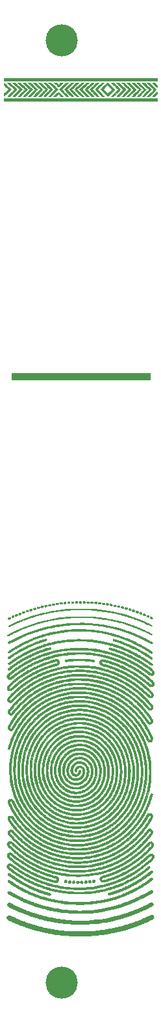
<source format=gbr>
G04 #@! TF.GenerationSoftware,KiCad,Pcbnew,(5.0.0)*
G04 #@! TF.CreationDate,2019-01-08T20:34:23-08:00*
G04 #@! TF.ProjectId,ears_panel,656172735F70616E656C2E6B69636164,rev?*
G04 #@! TF.SameCoordinates,Original*
G04 #@! TF.FileFunction,Copper,L1,Top,Signal*
G04 #@! TF.FilePolarity,Positive*
%FSLAX46Y46*%
G04 Gerber Fmt 4.6, Leading zero omitted, Abs format (unit mm)*
G04 Created by KiCad (PCBNEW (5.0.0)) date 01/08/19 20:34:23*
%MOMM*%
%LPD*%
G01*
G04 APERTURE LIST*
G04 #@! TA.AperFunction,EtchedComponent*
%ADD10C,0.010000*%
G04 #@! TD*
G04 #@! TA.AperFunction,ViaPad*
%ADD11C,4.191000*%
G04 #@! TD*
G04 APERTURE END LIST*
D10*
G04 #@! TO.C,G\002A\002A\002A*
G36*
X158500938Y-49016864D02*
X138491128Y-49016864D01*
X138491128Y-48686334D01*
X158500938Y-48686334D01*
X158500938Y-49016864D01*
X158500938Y-49016864D01*
G37*
X158500938Y-49016864D02*
X138491128Y-49016864D01*
X138491128Y-48686334D01*
X158500938Y-48686334D01*
X158500938Y-49016864D01*
G36*
X145263984Y-49247362D02*
X145320275Y-49257661D01*
X145368293Y-49284523D01*
X145425469Y-49335886D01*
X145463600Y-49373901D01*
X145591136Y-49502109D01*
X145657899Y-49437713D01*
X145746410Y-49353370D01*
X145810518Y-49298245D01*
X145862298Y-49266124D01*
X145913821Y-49250796D01*
X145977161Y-49246048D01*
X146031077Y-49245693D01*
X146114876Y-49247426D01*
X146173974Y-49251958D01*
X146195032Y-49257948D01*
X146177776Y-49279849D01*
X146132063Y-49326800D01*
X146066980Y-49389555D01*
X146051413Y-49404144D01*
X145954255Y-49494869D01*
X145846335Y-49595812D01*
X145765473Y-49671569D01*
X145692512Y-49735295D01*
X145629669Y-49781800D01*
X145588835Y-49802444D01*
X145584917Y-49802759D01*
X145547399Y-49783483D01*
X145493042Y-49736642D01*
X145457695Y-49699375D01*
X145398827Y-49634386D01*
X145318478Y-49548134D01*
X145230741Y-49455692D01*
X145198311Y-49421989D01*
X145027916Y-49245693D01*
X145181990Y-49245693D01*
X145263984Y-49247362D01*
X145263984Y-49247362D01*
G37*
X145263984Y-49247362D02*
X145320275Y-49257661D01*
X145368293Y-49284523D01*
X145425469Y-49335886D01*
X145463600Y-49373901D01*
X145591136Y-49502109D01*
X145657899Y-49437713D01*
X145746410Y-49353370D01*
X145810518Y-49298245D01*
X145862298Y-49266124D01*
X145913821Y-49250796D01*
X145977161Y-49246048D01*
X146031077Y-49245693D01*
X146114876Y-49247426D01*
X146173974Y-49251958D01*
X146195032Y-49257948D01*
X146177776Y-49279849D01*
X146132063Y-49326800D01*
X146066980Y-49389555D01*
X146051413Y-49404144D01*
X145954255Y-49494869D01*
X145846335Y-49595812D01*
X145765473Y-49671569D01*
X145692512Y-49735295D01*
X145629669Y-49781800D01*
X145588835Y-49802444D01*
X145584917Y-49802759D01*
X145547399Y-49783483D01*
X145493042Y-49736642D01*
X145457695Y-49699375D01*
X145398827Y-49634386D01*
X145318478Y-49548134D01*
X145230741Y-49455692D01*
X145198311Y-49421989D01*
X145027916Y-49245693D01*
X145181990Y-49245693D01*
X145263984Y-49247362D01*
G36*
X158026477Y-49248505D02*
X158079443Y-49260498D01*
X158133635Y-49287011D01*
X158197670Y-49333381D01*
X158280168Y-49404946D01*
X158389745Y-49507043D01*
X158392880Y-49510008D01*
X158455208Y-49573414D01*
X158487587Y-49624459D01*
X158499567Y-49682808D01*
X158500938Y-49732569D01*
X158497252Y-49805658D01*
X158487897Y-49854440D01*
X158481869Y-49864215D01*
X158458189Y-49851243D01*
X158404554Y-49808200D01*
X158327321Y-49740613D01*
X158232849Y-49654010D01*
X158151338Y-49576868D01*
X158048768Y-49477602D01*
X157960417Y-49390358D01*
X157892302Y-49321219D01*
X157850438Y-49276268D01*
X157839877Y-49261950D01*
X157862747Y-49252646D01*
X157921181Y-49246763D01*
X157966119Y-49245693D01*
X158026477Y-49248505D01*
X158026477Y-49248505D01*
G37*
X158026477Y-49248505D02*
X158079443Y-49260498D01*
X158133635Y-49287011D01*
X158197670Y-49333381D01*
X158280168Y-49404946D01*
X158389745Y-49507043D01*
X158392880Y-49510008D01*
X158455208Y-49573414D01*
X158487587Y-49624459D01*
X158499567Y-49682808D01*
X158500938Y-49732569D01*
X158497252Y-49805658D01*
X158487897Y-49854440D01*
X158481869Y-49864215D01*
X158458189Y-49851243D01*
X158404554Y-49808200D01*
X158327321Y-49740613D01*
X158232849Y-49654010D01*
X158151338Y-49576868D01*
X158048768Y-49477602D01*
X157960417Y-49390358D01*
X157892302Y-49321219D01*
X157850438Y-49276268D01*
X157839877Y-49261950D01*
X157862747Y-49252646D01*
X157921181Y-49246763D01*
X157966119Y-49245693D01*
X158026477Y-49248505D01*
G36*
X138575019Y-49339706D02*
X138632399Y-49387480D01*
X138714895Y-49460855D01*
X138816929Y-49554814D01*
X138932921Y-49664341D01*
X138998676Y-49727496D01*
X139417234Y-50131860D01*
X139255708Y-50279917D01*
X139156030Y-50372218D01*
X139047401Y-50474243D01*
X138952661Y-50564534D01*
X138949259Y-50567815D01*
X138809192Y-50701756D01*
X138695414Y-50808006D01*
X138610749Y-50883988D01*
X138558019Y-50927126D01*
X138548335Y-50933582D01*
X138530439Y-50931387D01*
X138520395Y-50894015D01*
X138516675Y-50814528D01*
X138516554Y-50789412D01*
X138516554Y-50626626D01*
X138650037Y-50517009D01*
X138729831Y-50450489D01*
X138803073Y-50387760D01*
X138847084Y-50348598D01*
X138908272Y-50292045D01*
X138978949Y-50226777D01*
X138993280Y-50213551D01*
X139043534Y-50162800D01*
X139072836Y-50124742D01*
X139075913Y-50116212D01*
X139058397Y-50092239D01*
X139010126Y-50040143D01*
X138937514Y-49966503D01*
X138846974Y-49877897D01*
X138796233Y-49829324D01*
X138689391Y-49727382D01*
X138613952Y-49652908D01*
X138564451Y-49598351D01*
X138535424Y-49556156D01*
X138521406Y-49518770D01*
X138516932Y-49478640D01*
X138516554Y-49442745D01*
X138522974Y-49359131D01*
X138542083Y-49323768D01*
X138548335Y-49322551D01*
X138575019Y-49339706D01*
X138575019Y-49339706D01*
G37*
X138575019Y-49339706D02*
X138632399Y-49387480D01*
X138714895Y-49460855D01*
X138816929Y-49554814D01*
X138932921Y-49664341D01*
X138998676Y-49727496D01*
X139417234Y-50131860D01*
X139255708Y-50279917D01*
X139156030Y-50372218D01*
X139047401Y-50474243D01*
X138952661Y-50564534D01*
X138949259Y-50567815D01*
X138809192Y-50701756D01*
X138695414Y-50808006D01*
X138610749Y-50883988D01*
X138558019Y-50927126D01*
X138548335Y-50933582D01*
X138530439Y-50931387D01*
X138520395Y-50894015D01*
X138516675Y-50814528D01*
X138516554Y-50789412D01*
X138516554Y-50626626D01*
X138650037Y-50517009D01*
X138729831Y-50450489D01*
X138803073Y-50387760D01*
X138847084Y-50348598D01*
X138908272Y-50292045D01*
X138978949Y-50226777D01*
X138993280Y-50213551D01*
X139043534Y-50162800D01*
X139072836Y-50124742D01*
X139075913Y-50116212D01*
X139058397Y-50092239D01*
X139010126Y-50040143D01*
X138937514Y-49966503D01*
X138846974Y-49877897D01*
X138796233Y-49829324D01*
X138689391Y-49727382D01*
X138613952Y-49652908D01*
X138564451Y-49598351D01*
X138535424Y-49556156D01*
X138521406Y-49518770D01*
X138516932Y-49478640D01*
X138516554Y-49442745D01*
X138522974Y-49359131D01*
X138542083Y-49323768D01*
X138548335Y-49322551D01*
X138575019Y-49339706D01*
G36*
X152026260Y-49288014D02*
X152086636Y-49332976D01*
X152164761Y-49399120D01*
X152234376Y-49462879D01*
X152391905Y-49613059D01*
X152535537Y-49752081D01*
X152661328Y-49875975D01*
X152765334Y-49980775D01*
X152843613Y-50062509D01*
X152892220Y-50117210D01*
X152907344Y-50140210D01*
X152889798Y-50164295D01*
X152841381Y-50216843D01*
X152768430Y-50291656D01*
X152677282Y-50382533D01*
X152574270Y-50483274D01*
X152465733Y-50587681D01*
X152358004Y-50689553D01*
X152257420Y-50782690D01*
X152175515Y-50856324D01*
X152103634Y-50915365D01*
X152042787Y-50957764D01*
X152005814Y-50974605D01*
X152005180Y-50974622D01*
X151977911Y-50957224D01*
X151920535Y-50908350D01*
X151838398Y-50832981D01*
X151736843Y-50736098D01*
X151621214Y-50622681D01*
X151535658Y-50537025D01*
X151415022Y-50414317D01*
X151307298Y-50302949D01*
X151217398Y-50208147D01*
X151150235Y-50135136D01*
X151110720Y-50089141D01*
X151102139Y-50075806D01*
X151104332Y-50072308D01*
X151401232Y-50072308D01*
X151411210Y-50099858D01*
X151448000Y-50145013D01*
X151516153Y-50213835D01*
X151571056Y-50266241D01*
X151666744Y-50357622D01*
X151761034Y-50449443D01*
X151839963Y-50528032D01*
X151872530Y-50561459D01*
X151942169Y-50629768D01*
X151990860Y-50661732D01*
X152029370Y-50660755D01*
X152068464Y-50630245D01*
X152073460Y-50625022D01*
X152154667Y-50544763D01*
X152272020Y-50437690D01*
X152421173Y-50307754D01*
X152443330Y-50288828D01*
X152516736Y-50223924D01*
X152572185Y-50170445D01*
X152600443Y-50137456D01*
X152602239Y-50132846D01*
X152585172Y-50108355D01*
X152539702Y-50057554D01*
X152474423Y-49989018D01*
X152397932Y-49911321D01*
X152318822Y-49833038D01*
X152245691Y-49762744D01*
X152187132Y-49709012D01*
X152151741Y-49680417D01*
X152146214Y-49677925D01*
X152121227Y-49660545D01*
X152077482Y-49616988D01*
X152059837Y-49597419D01*
X151989193Y-49516912D01*
X151895266Y-49608722D01*
X151734147Y-49765126D01*
X151603624Y-49889501D01*
X151504990Y-49980648D01*
X151439534Y-50037366D01*
X151413519Y-50056301D01*
X151401232Y-50072308D01*
X151104332Y-50072308D01*
X151121245Y-50045339D01*
X151177277Y-49983968D01*
X151268307Y-49893597D01*
X151392405Y-49776125D01*
X151547643Y-49633455D01*
X151587952Y-49596912D01*
X151714777Y-49482628D01*
X151809751Y-49398369D01*
X151878406Y-49339689D01*
X151926274Y-49302143D01*
X151958888Y-49281284D01*
X151981781Y-49272666D01*
X151992834Y-49271524D01*
X152026260Y-49288014D01*
X152026260Y-49288014D01*
G37*
X152026260Y-49288014D02*
X152086636Y-49332976D01*
X152164761Y-49399120D01*
X152234376Y-49462879D01*
X152391905Y-49613059D01*
X152535537Y-49752081D01*
X152661328Y-49875975D01*
X152765334Y-49980775D01*
X152843613Y-50062509D01*
X152892220Y-50117210D01*
X152907344Y-50140210D01*
X152889798Y-50164295D01*
X152841381Y-50216843D01*
X152768430Y-50291656D01*
X152677282Y-50382533D01*
X152574270Y-50483274D01*
X152465733Y-50587681D01*
X152358004Y-50689553D01*
X152257420Y-50782690D01*
X152175515Y-50856324D01*
X152103634Y-50915365D01*
X152042787Y-50957764D01*
X152005814Y-50974605D01*
X152005180Y-50974622D01*
X151977911Y-50957224D01*
X151920535Y-50908350D01*
X151838398Y-50832981D01*
X151736843Y-50736098D01*
X151621214Y-50622681D01*
X151535658Y-50537025D01*
X151415022Y-50414317D01*
X151307298Y-50302949D01*
X151217398Y-50208147D01*
X151150235Y-50135136D01*
X151110720Y-50089141D01*
X151102139Y-50075806D01*
X151104332Y-50072308D01*
X151401232Y-50072308D01*
X151411210Y-50099858D01*
X151448000Y-50145013D01*
X151516153Y-50213835D01*
X151571056Y-50266241D01*
X151666744Y-50357622D01*
X151761034Y-50449443D01*
X151839963Y-50528032D01*
X151872530Y-50561459D01*
X151942169Y-50629768D01*
X151990860Y-50661732D01*
X152029370Y-50660755D01*
X152068464Y-50630245D01*
X152073460Y-50625022D01*
X152154667Y-50544763D01*
X152272020Y-50437690D01*
X152421173Y-50307754D01*
X152443330Y-50288828D01*
X152516736Y-50223924D01*
X152572185Y-50170445D01*
X152600443Y-50137456D01*
X152602239Y-50132846D01*
X152585172Y-50108355D01*
X152539702Y-50057554D01*
X152474423Y-49989018D01*
X152397932Y-49911321D01*
X152318822Y-49833038D01*
X152245691Y-49762744D01*
X152187132Y-49709012D01*
X152151741Y-49680417D01*
X152146214Y-49677925D01*
X152121227Y-49660545D01*
X152077482Y-49616988D01*
X152059837Y-49597419D01*
X151989193Y-49516912D01*
X151895266Y-49608722D01*
X151734147Y-49765126D01*
X151603624Y-49889501D01*
X151504990Y-49980648D01*
X151439534Y-50037366D01*
X151413519Y-50056301D01*
X151401232Y-50072308D01*
X151104332Y-50072308D01*
X151121245Y-50045339D01*
X151177277Y-49983968D01*
X151268307Y-49893597D01*
X151392405Y-49776125D01*
X151547643Y-49633455D01*
X151587952Y-49596912D01*
X151714777Y-49482628D01*
X151809751Y-49398369D01*
X151878406Y-49339689D01*
X151926274Y-49302143D01*
X151958888Y-49281284D01*
X151981781Y-49272666D01*
X151992834Y-49271524D01*
X152026260Y-49288014D01*
G36*
X151118064Y-49689492D02*
X150663619Y-50133334D01*
X151069529Y-50534909D01*
X151188976Y-50654261D01*
X151297271Y-50764704D01*
X151388720Y-50860252D01*
X151457631Y-50934919D01*
X151498314Y-50982720D01*
X151505800Y-50993691D01*
X151520716Y-51026793D01*
X151513288Y-51043608D01*
X151473714Y-51049395D01*
X151401782Y-51049517D01*
X151267404Y-51048136D01*
X150815792Y-50590769D01*
X150672786Y-50446112D01*
X150562393Y-50332889D01*
X150482163Y-50245705D01*
X150429645Y-50179164D01*
X150402389Y-50127873D01*
X150397942Y-50086437D01*
X150413856Y-50049460D01*
X150447678Y-50011549D01*
X150496957Y-49967309D01*
X150522377Y-49944919D01*
X150640597Y-49839223D01*
X150763378Y-49728488D01*
X150883249Y-49619547D01*
X150992739Y-49519237D01*
X151084379Y-49434393D01*
X151150697Y-49371848D01*
X151177785Y-49345270D01*
X151228348Y-49305084D01*
X151293877Y-49280123D01*
X151391181Y-49264331D01*
X151407244Y-49262615D01*
X151572510Y-49245649D01*
X151118064Y-49689492D01*
X151118064Y-49689492D01*
G37*
X151118064Y-49689492D02*
X150663619Y-50133334D01*
X151069529Y-50534909D01*
X151188976Y-50654261D01*
X151297271Y-50764704D01*
X151388720Y-50860252D01*
X151457631Y-50934919D01*
X151498314Y-50982720D01*
X151505800Y-50993691D01*
X151520716Y-51026793D01*
X151513288Y-51043608D01*
X151473714Y-51049395D01*
X151401782Y-51049517D01*
X151267404Y-51048136D01*
X150815792Y-50590769D01*
X150672786Y-50446112D01*
X150562393Y-50332889D01*
X150482163Y-50245705D01*
X150429645Y-50179164D01*
X150402389Y-50127873D01*
X150397942Y-50086437D01*
X150413856Y-50049460D01*
X150447678Y-50011549D01*
X150496957Y-49967309D01*
X150522377Y-49944919D01*
X150640597Y-49839223D01*
X150763378Y-49728488D01*
X150883249Y-49619547D01*
X150992739Y-49519237D01*
X151084379Y-49434393D01*
X151150697Y-49371848D01*
X151177785Y-49345270D01*
X151228348Y-49305084D01*
X151293877Y-49280123D01*
X151391181Y-49264331D01*
X151407244Y-49262615D01*
X151572510Y-49245649D01*
X151118064Y-49689492D01*
G36*
X150434431Y-49689499D02*
X149982838Y-50132487D01*
X150132823Y-50280231D01*
X150227637Y-50373376D01*
X150336596Y-50480041D01*
X150437343Y-50578342D01*
X150444575Y-50585381D01*
X150599020Y-50737615D01*
X150715782Y-50857136D01*
X150795508Y-50944647D01*
X150838847Y-51000849D01*
X150847885Y-51022213D01*
X150823930Y-51039990D01*
X150756729Y-51048526D01*
X150714401Y-51048982D01*
X150653873Y-51046926D01*
X150607855Y-51038347D01*
X150565608Y-51016554D01*
X150516394Y-50974856D01*
X150449475Y-50906564D01*
X150398132Y-50851935D01*
X150308341Y-50756083D01*
X150218979Y-50660696D01*
X150143625Y-50580267D01*
X150114090Y-50548746D01*
X150057010Y-50490580D01*
X150013584Y-50451352D01*
X149996566Y-50440688D01*
X149973881Y-50423845D01*
X149926623Y-50380175D01*
X149864981Y-50319966D01*
X149799142Y-50253504D01*
X149739293Y-50191078D01*
X149695624Y-50142973D01*
X149678322Y-50119479D01*
X149678315Y-50119333D01*
X149696510Y-50095365D01*
X149748135Y-50041760D01*
X149828748Y-49962818D01*
X149933909Y-49862839D01*
X150059177Y-49746122D01*
X150149931Y-49662721D01*
X150285268Y-49539080D01*
X150389261Y-49445248D01*
X150468245Y-49376883D01*
X150528551Y-49329642D01*
X150576513Y-49299184D01*
X150618463Y-49281165D01*
X150660733Y-49271244D01*
X150709658Y-49265078D01*
X150733470Y-49262589D01*
X150886023Y-49246510D01*
X150434431Y-49689499D01*
X150434431Y-49689499D01*
G37*
X150434431Y-49689499D02*
X149982838Y-50132487D01*
X150132823Y-50280231D01*
X150227637Y-50373376D01*
X150336596Y-50480041D01*
X150437343Y-50578342D01*
X150444575Y-50585381D01*
X150599020Y-50737615D01*
X150715782Y-50857136D01*
X150795508Y-50944647D01*
X150838847Y-51000849D01*
X150847885Y-51022213D01*
X150823930Y-51039990D01*
X150756729Y-51048526D01*
X150714401Y-51048982D01*
X150653873Y-51046926D01*
X150607855Y-51038347D01*
X150565608Y-51016554D01*
X150516394Y-50974856D01*
X150449475Y-50906564D01*
X150398132Y-50851935D01*
X150308341Y-50756083D01*
X150218979Y-50660696D01*
X150143625Y-50580267D01*
X150114090Y-50548746D01*
X150057010Y-50490580D01*
X150013584Y-50451352D01*
X149996566Y-50440688D01*
X149973881Y-50423845D01*
X149926623Y-50380175D01*
X149864981Y-50319966D01*
X149799142Y-50253504D01*
X149739293Y-50191078D01*
X149695624Y-50142973D01*
X149678322Y-50119479D01*
X149678315Y-50119333D01*
X149696510Y-50095365D01*
X149748135Y-50041760D01*
X149828748Y-49962818D01*
X149933909Y-49862839D01*
X150059177Y-49746122D01*
X150149931Y-49662721D01*
X150285268Y-49539080D01*
X150389261Y-49445248D01*
X150468245Y-49376883D01*
X150528551Y-49329642D01*
X150576513Y-49299184D01*
X150618463Y-49281165D01*
X150660733Y-49271244D01*
X150709658Y-49265078D01*
X150733470Y-49262589D01*
X150886023Y-49246510D01*
X150434431Y-49689499D01*
G36*
X150070370Y-49245693D02*
X150147607Y-49247228D01*
X150199138Y-49251193D01*
X150212249Y-49255153D01*
X150195207Y-49276488D01*
X150149204Y-49325458D01*
X150081928Y-49394449D01*
X150001066Y-49475844D01*
X149914303Y-49562025D01*
X149829327Y-49645376D01*
X149753825Y-49718281D01*
X149695483Y-49773122D01*
X149661989Y-49802284D01*
X149657290Y-49805052D01*
X149633913Y-49822215D01*
X149586410Y-49867265D01*
X149524952Y-49930543D01*
X149523415Y-49932179D01*
X149459557Y-49996105D01*
X149406621Y-50041758D01*
X149376013Y-50059306D01*
X149375923Y-50059306D01*
X149348002Y-50075375D01*
X149355180Y-50119677D01*
X149394824Y-50186352D01*
X149464303Y-50269544D01*
X149475881Y-50281779D01*
X149540011Y-50346795D01*
X149590226Y-50394296D01*
X149616677Y-50415015D01*
X149617757Y-50415262D01*
X149640983Y-50432317D01*
X149690808Y-50477859D01*
X149758862Y-50543454D01*
X149836779Y-50620669D01*
X149916189Y-50701071D01*
X149988724Y-50776225D01*
X150046015Y-50837698D01*
X150079694Y-50877057D01*
X150085122Y-50886268D01*
X150103089Y-50912543D01*
X150146538Y-50952039D01*
X150148686Y-50953739D01*
X150198735Y-51000612D01*
X150204532Y-51030500D01*
X150164125Y-51046091D01*
X150078766Y-51050095D01*
X149983566Y-51042881D01*
X149916428Y-51018222D01*
X149875362Y-50987751D01*
X149829502Y-50943540D01*
X149806183Y-50913536D01*
X149805442Y-50910622D01*
X149788298Y-50888779D01*
X149740367Y-50836558D01*
X149666905Y-50759451D01*
X149573165Y-50662952D01*
X149464404Y-50552555D01*
X149425567Y-50513464D01*
X149287766Y-50372670D01*
X149180668Y-50258130D01*
X149106123Y-50171954D01*
X149065980Y-50116253D01*
X149059591Y-50095671D01*
X149081486Y-50064648D01*
X149127826Y-50011209D01*
X149188303Y-49946047D01*
X149252609Y-49879855D01*
X149310435Y-49823327D01*
X149351472Y-49787156D01*
X149364257Y-49779627D01*
X149386526Y-49763211D01*
X149434468Y-49720145D01*
X149497763Y-49659703D01*
X149498628Y-49658856D01*
X149632672Y-49527731D01*
X149735987Y-49427738D01*
X149814403Y-49354664D01*
X149873748Y-49304297D01*
X149919854Y-49272423D01*
X149958549Y-49254830D01*
X149995664Y-49247304D01*
X150037028Y-49245634D01*
X150070370Y-49245693D01*
X150070370Y-49245693D01*
G37*
X150070370Y-49245693D02*
X150147607Y-49247228D01*
X150199138Y-49251193D01*
X150212249Y-49255153D01*
X150195207Y-49276488D01*
X150149204Y-49325458D01*
X150081928Y-49394449D01*
X150001066Y-49475844D01*
X149914303Y-49562025D01*
X149829327Y-49645376D01*
X149753825Y-49718281D01*
X149695483Y-49773122D01*
X149661989Y-49802284D01*
X149657290Y-49805052D01*
X149633913Y-49822215D01*
X149586410Y-49867265D01*
X149524952Y-49930543D01*
X149523415Y-49932179D01*
X149459557Y-49996105D01*
X149406621Y-50041758D01*
X149376013Y-50059306D01*
X149375923Y-50059306D01*
X149348002Y-50075375D01*
X149355180Y-50119677D01*
X149394824Y-50186352D01*
X149464303Y-50269544D01*
X149475881Y-50281779D01*
X149540011Y-50346795D01*
X149590226Y-50394296D01*
X149616677Y-50415015D01*
X149617757Y-50415262D01*
X149640983Y-50432317D01*
X149690808Y-50477859D01*
X149758862Y-50543454D01*
X149836779Y-50620669D01*
X149916189Y-50701071D01*
X149988724Y-50776225D01*
X150046015Y-50837698D01*
X150079694Y-50877057D01*
X150085122Y-50886268D01*
X150103089Y-50912543D01*
X150146538Y-50952039D01*
X150148686Y-50953739D01*
X150198735Y-51000612D01*
X150204532Y-51030500D01*
X150164125Y-51046091D01*
X150078766Y-51050095D01*
X149983566Y-51042881D01*
X149916428Y-51018222D01*
X149875362Y-50987751D01*
X149829502Y-50943540D01*
X149806183Y-50913536D01*
X149805442Y-50910622D01*
X149788298Y-50888779D01*
X149740367Y-50836558D01*
X149666905Y-50759451D01*
X149573165Y-50662952D01*
X149464404Y-50552555D01*
X149425567Y-50513464D01*
X149287766Y-50372670D01*
X149180668Y-50258130D01*
X149106123Y-50171954D01*
X149065980Y-50116253D01*
X149059591Y-50095671D01*
X149081486Y-50064648D01*
X149127826Y-50011209D01*
X149188303Y-49946047D01*
X149252609Y-49879855D01*
X149310435Y-49823327D01*
X149351472Y-49787156D01*
X149364257Y-49779627D01*
X149386526Y-49763211D01*
X149434468Y-49720145D01*
X149497763Y-49659703D01*
X149498628Y-49658856D01*
X149632672Y-49527731D01*
X149735987Y-49427738D01*
X149814403Y-49354664D01*
X149873748Y-49304297D01*
X149919854Y-49272423D01*
X149958549Y-49254830D01*
X149995664Y-49247304D01*
X150037028Y-49245634D01*
X150070370Y-49245693D01*
G36*
X149266501Y-49532075D02*
X149152718Y-49644351D01*
X149036515Y-49757101D01*
X148929255Y-49859420D01*
X148842306Y-49940403D01*
X148818226Y-49962179D01*
X148740636Y-50032549D01*
X148695620Y-50078895D01*
X148677509Y-50110710D01*
X148680638Y-50137486D01*
X148697002Y-50165236D01*
X148729259Y-50203363D01*
X148791133Y-50268076D01*
X148874833Y-50351517D01*
X148972569Y-50445829D01*
X149014593Y-50485538D01*
X149126435Y-50592567D01*
X149237479Y-50702346D01*
X149336345Y-50803400D01*
X149411651Y-50884253D01*
X149424369Y-50898701D01*
X149556220Y-51050898D01*
X149405736Y-51050898D01*
X149316745Y-51047983D01*
X149260642Y-51035282D01*
X149219608Y-51006861D01*
X149195815Y-50980978D01*
X149160715Y-50942500D01*
X149096015Y-50874255D01*
X149007871Y-50782630D01*
X148902441Y-50674014D01*
X148785882Y-50554795D01*
X148740598Y-50508696D01*
X148344819Y-50106335D01*
X148522681Y-49936624D01*
X148609495Y-49854208D01*
X148720292Y-49749636D01*
X148841821Y-49635384D01*
X148960830Y-49523929D01*
X148979670Y-49506333D01*
X149258796Y-49245752D01*
X149406341Y-49245723D01*
X149553885Y-49245693D01*
X149266501Y-49532075D01*
X149266501Y-49532075D01*
G37*
X149266501Y-49532075D02*
X149152718Y-49644351D01*
X149036515Y-49757101D01*
X148929255Y-49859420D01*
X148842306Y-49940403D01*
X148818226Y-49962179D01*
X148740636Y-50032549D01*
X148695620Y-50078895D01*
X148677509Y-50110710D01*
X148680638Y-50137486D01*
X148697002Y-50165236D01*
X148729259Y-50203363D01*
X148791133Y-50268076D01*
X148874833Y-50351517D01*
X148972569Y-50445829D01*
X149014593Y-50485538D01*
X149126435Y-50592567D01*
X149237479Y-50702346D01*
X149336345Y-50803400D01*
X149411651Y-50884253D01*
X149424369Y-50898701D01*
X149556220Y-51050898D01*
X149405736Y-51050898D01*
X149316745Y-51047983D01*
X149260642Y-51035282D01*
X149219608Y-51006861D01*
X149195815Y-50980978D01*
X149160715Y-50942500D01*
X149096015Y-50874255D01*
X149007871Y-50782630D01*
X148902441Y-50674014D01*
X148785882Y-50554795D01*
X148740598Y-50508696D01*
X148344819Y-50106335D01*
X148522681Y-49936624D01*
X148609495Y-49854208D01*
X148720292Y-49749636D01*
X148841821Y-49635384D01*
X148960830Y-49523929D01*
X148979670Y-49506333D01*
X149258796Y-49245752D01*
X149406341Y-49245723D01*
X149553885Y-49245693D01*
X149266501Y-49532075D01*
G36*
X148622932Y-49533116D02*
X148508655Y-49646525D01*
X148390482Y-49761455D01*
X148280313Y-49866483D01*
X148190046Y-49950181D01*
X148167618Y-49970317D01*
X147995709Y-50122870D01*
X148132431Y-50269066D01*
X148198587Y-50337821D01*
X148251563Y-50389204D01*
X148281956Y-50414194D01*
X148284851Y-50415262D01*
X148308616Y-50432506D01*
X148359665Y-50479135D01*
X148430441Y-50547492D01*
X148513388Y-50629922D01*
X148600948Y-50718770D01*
X148685565Y-50806381D01*
X148759683Y-50885098D01*
X148815744Y-50947267D01*
X148843267Y-50980978D01*
X148893590Y-51050898D01*
X148623160Y-51049496D01*
X148171859Y-50596064D01*
X148048514Y-50471179D01*
X147938022Y-50357472D01*
X147845214Y-50260065D01*
X147774922Y-50184081D01*
X147731978Y-50134642D01*
X147720558Y-50117572D01*
X147725714Y-50097643D01*
X147744318Y-50069608D01*
X147781074Y-50028690D01*
X147840685Y-49970113D01*
X147927855Y-49889099D01*
X148047288Y-49780873D01*
X148089226Y-49743180D01*
X148198875Y-49643905D01*
X148304492Y-49546775D01*
X148395662Y-49461467D01*
X148461970Y-49397659D01*
X148474068Y-49385567D01*
X148537435Y-49325862D01*
X148592135Y-49291685D01*
X148658909Y-49273631D01*
X148742783Y-49263740D01*
X148906336Y-49248467D01*
X148622932Y-49533116D01*
X148622932Y-49533116D01*
G37*
X148622932Y-49533116D02*
X148508655Y-49646525D01*
X148390482Y-49761455D01*
X148280313Y-49866483D01*
X148190046Y-49950181D01*
X148167618Y-49970317D01*
X147995709Y-50122870D01*
X148132431Y-50269066D01*
X148198587Y-50337821D01*
X148251563Y-50389204D01*
X148281956Y-50414194D01*
X148284851Y-50415262D01*
X148308616Y-50432506D01*
X148359665Y-50479135D01*
X148430441Y-50547492D01*
X148513388Y-50629922D01*
X148600948Y-50718770D01*
X148685565Y-50806381D01*
X148759683Y-50885098D01*
X148815744Y-50947267D01*
X148843267Y-50980978D01*
X148893590Y-51050898D01*
X148623160Y-51049496D01*
X148171859Y-50596064D01*
X148048514Y-50471179D01*
X147938022Y-50357472D01*
X147845214Y-50260065D01*
X147774922Y-50184081D01*
X147731978Y-50134642D01*
X147720558Y-50117572D01*
X147725714Y-50097643D01*
X147744318Y-50069608D01*
X147781074Y-50028690D01*
X147840685Y-49970113D01*
X147927855Y-49889099D01*
X148047288Y-49780873D01*
X148089226Y-49743180D01*
X148198875Y-49643905D01*
X148304492Y-49546775D01*
X148395662Y-49461467D01*
X148461970Y-49397659D01*
X148474068Y-49385567D01*
X148537435Y-49325862D01*
X148592135Y-49291685D01*
X148658909Y-49273631D01*
X148742783Y-49263740D01*
X148906336Y-49248467D01*
X148622932Y-49533116D01*
G36*
X147874453Y-49595292D02*
X147756696Y-49710238D01*
X147644286Y-49819047D01*
X147544950Y-49914310D01*
X147466414Y-49988617D01*
X147416658Y-50034334D01*
X147315457Y-50123776D01*
X147455505Y-50269519D01*
X147522643Y-50337719D01*
X147576027Y-50388842D01*
X147606327Y-50414046D01*
X147609266Y-50415262D01*
X147632463Y-50432318D01*
X147682260Y-50477861D01*
X147750288Y-50543457D01*
X147828182Y-50620674D01*
X147907574Y-50701076D01*
X147980099Y-50776230D01*
X148037388Y-50837701D01*
X148071076Y-50877056D01*
X148076514Y-50886268D01*
X148094480Y-50912543D01*
X148137929Y-50952039D01*
X148140077Y-50953739D01*
X148190224Y-51000710D01*
X148195949Y-51030400D01*
X148155420Y-51045279D01*
X148070157Y-51047895D01*
X147936674Y-51044893D01*
X147485372Y-50592127D01*
X147361785Y-50466652D01*
X147251114Y-50351439D01*
X147158220Y-50251783D01*
X147087964Y-50172979D01*
X147045208Y-50120321D01*
X147034071Y-50100597D01*
X147053834Y-50054904D01*
X147070136Y-50041501D01*
X147107277Y-50013487D01*
X147176468Y-49954293D01*
X147273157Y-49868039D01*
X147392796Y-49758847D01*
X147530831Y-49630838D01*
X147682713Y-49488133D01*
X147716287Y-49456357D01*
X147936674Y-49247502D01*
X148083861Y-49246597D01*
X148231048Y-49245693D01*
X147874453Y-49595292D01*
X147874453Y-49595292D01*
G37*
X147874453Y-49595292D02*
X147756696Y-49710238D01*
X147644286Y-49819047D01*
X147544950Y-49914310D01*
X147466414Y-49988617D01*
X147416658Y-50034334D01*
X147315457Y-50123776D01*
X147455505Y-50269519D01*
X147522643Y-50337719D01*
X147576027Y-50388842D01*
X147606327Y-50414046D01*
X147609266Y-50415262D01*
X147632463Y-50432318D01*
X147682260Y-50477861D01*
X147750288Y-50543457D01*
X147828182Y-50620674D01*
X147907574Y-50701076D01*
X147980099Y-50776230D01*
X148037388Y-50837701D01*
X148071076Y-50877056D01*
X148076514Y-50886268D01*
X148094480Y-50912543D01*
X148137929Y-50952039D01*
X148140077Y-50953739D01*
X148190224Y-51000710D01*
X148195949Y-51030400D01*
X148155420Y-51045279D01*
X148070157Y-51047895D01*
X147936674Y-51044893D01*
X147485372Y-50592127D01*
X147361785Y-50466652D01*
X147251114Y-50351439D01*
X147158220Y-50251783D01*
X147087964Y-50172979D01*
X147045208Y-50120321D01*
X147034071Y-50100597D01*
X147053834Y-50054904D01*
X147070136Y-50041501D01*
X147107277Y-50013487D01*
X147176468Y-49954293D01*
X147273157Y-49868039D01*
X147392796Y-49758847D01*
X147530831Y-49630838D01*
X147682713Y-49488133D01*
X147716287Y-49456357D01*
X147936674Y-49247502D01*
X148083861Y-49246597D01*
X148231048Y-49245693D01*
X147874453Y-49595292D01*
G36*
X147229828Y-49582580D02*
X147114054Y-49694701D01*
X147004590Y-49800369D01*
X146909117Y-49892196D01*
X146835317Y-49962792D01*
X146793041Y-50002753D01*
X146740111Y-50059150D01*
X146707995Y-50107142D01*
X146703541Y-50122677D01*
X146720843Y-50150594D01*
X146769302Y-50208448D01*
X146843744Y-50290595D01*
X146938997Y-50391392D01*
X147049886Y-50505196D01*
X147104974Y-50560611D01*
X147251455Y-50706896D01*
X147365047Y-50820878D01*
X147448461Y-50906568D01*
X147504406Y-50967977D01*
X147535591Y-51009115D01*
X147544726Y-51033992D01*
X147534520Y-51046619D01*
X147507683Y-51051007D01*
X147466924Y-51051165D01*
X147436218Y-51050898D01*
X147298205Y-51050898D01*
X147096218Y-50843656D01*
X146994885Y-50740510D01*
X146873333Y-50618028D01*
X146747703Y-50492420D01*
X146646333Y-50391913D01*
X146555644Y-50299974D01*
X146479838Y-50218377D01*
X146425624Y-50154705D01*
X146399710Y-50116542D01*
X146398435Y-50111658D01*
X146415417Y-50084736D01*
X146460635Y-50031623D01*
X146525503Y-49961087D01*
X146601433Y-49881894D01*
X146679836Y-49802812D01*
X146752125Y-49732607D01*
X146809712Y-49680046D01*
X146844009Y-49653895D01*
X146848221Y-49652500D01*
X146869909Y-49636077D01*
X146917358Y-49592996D01*
X146980351Y-49532536D01*
X146981173Y-49531729D01*
X147090589Y-49424938D01*
X147171922Y-49348708D01*
X147233292Y-49297888D01*
X147282815Y-49267327D01*
X147328612Y-49251874D01*
X147378800Y-49246380D01*
X147432033Y-49245693D01*
X147577115Y-49245693D01*
X147229828Y-49582580D01*
X147229828Y-49582580D01*
G37*
X147229828Y-49582580D02*
X147114054Y-49694701D01*
X147004590Y-49800369D01*
X146909117Y-49892196D01*
X146835317Y-49962792D01*
X146793041Y-50002753D01*
X146740111Y-50059150D01*
X146707995Y-50107142D01*
X146703541Y-50122677D01*
X146720843Y-50150594D01*
X146769302Y-50208448D01*
X146843744Y-50290595D01*
X146938997Y-50391392D01*
X147049886Y-50505196D01*
X147104974Y-50560611D01*
X147251455Y-50706896D01*
X147365047Y-50820878D01*
X147448461Y-50906568D01*
X147504406Y-50967977D01*
X147535591Y-51009115D01*
X147544726Y-51033992D01*
X147534520Y-51046619D01*
X147507683Y-51051007D01*
X147466924Y-51051165D01*
X147436218Y-51050898D01*
X147298205Y-51050898D01*
X147096218Y-50843656D01*
X146994885Y-50740510D01*
X146873333Y-50618028D01*
X146747703Y-50492420D01*
X146646333Y-50391913D01*
X146555644Y-50299974D01*
X146479838Y-50218377D01*
X146425624Y-50154705D01*
X146399710Y-50116542D01*
X146398435Y-50111658D01*
X146415417Y-50084736D01*
X146460635Y-50031623D01*
X146525503Y-49961087D01*
X146601433Y-49881894D01*
X146679836Y-49802812D01*
X146752125Y-49732607D01*
X146809712Y-49680046D01*
X146844009Y-49653895D01*
X146848221Y-49652500D01*
X146869909Y-49636077D01*
X146917358Y-49592996D01*
X146980351Y-49532536D01*
X146981173Y-49531729D01*
X147090589Y-49424938D01*
X147171922Y-49348708D01*
X147233292Y-49297888D01*
X147282815Y-49267327D01*
X147328612Y-49251874D01*
X147378800Y-49246380D01*
X147432033Y-49245693D01*
X147577115Y-49245693D01*
X147229828Y-49582580D01*
G36*
X146823021Y-49246986D02*
X146860264Y-49253533D01*
X146865087Y-49269331D01*
X146851178Y-49292174D01*
X146823374Y-49322930D01*
X146764426Y-49382631D01*
X146680285Y-49465438D01*
X146576902Y-49565516D01*
X146460230Y-49677026D01*
X146417505Y-49717535D01*
X146300048Y-49829577D01*
X146196202Y-49930381D01*
X146111324Y-50014603D01*
X146050770Y-50076900D01*
X146019895Y-50111926D01*
X146017054Y-50117072D01*
X146031362Y-50152555D01*
X146076967Y-50208694D01*
X146157892Y-50290295D01*
X146178489Y-50309923D01*
X146276229Y-50403868D01*
X146383436Y-50509313D01*
X146493425Y-50619410D01*
X146599513Y-50727310D01*
X146695013Y-50826166D01*
X146773240Y-50909128D01*
X146827509Y-50969349D01*
X146849952Y-50997779D01*
X146865441Y-51028541D01*
X146857374Y-51044166D01*
X146816170Y-51049550D01*
X146748250Y-51049734D01*
X146614552Y-51048569D01*
X146163250Y-50590654D01*
X146040112Y-50464531D01*
X145929772Y-50349256D01*
X145837039Y-50250033D01*
X145766717Y-50172072D01*
X145723613Y-50120578D01*
X145711949Y-50101750D01*
X145721180Y-50082562D01*
X145750835Y-50047103D01*
X145803859Y-49992537D01*
X145883199Y-49916027D01*
X145991798Y-49814737D01*
X146132602Y-49685833D01*
X146308556Y-49526477D01*
X146321089Y-49515170D01*
X146404624Y-49438998D01*
X146480339Y-49368521D01*
X146535151Y-49315958D01*
X146545661Y-49305410D01*
X146592603Y-49268532D01*
X146651972Y-49250513D01*
X146742573Y-49245694D01*
X146744149Y-49245693D01*
X146823021Y-49246986D01*
X146823021Y-49246986D01*
G37*
X146823021Y-49246986D02*
X146860264Y-49253533D01*
X146865087Y-49269331D01*
X146851178Y-49292174D01*
X146823374Y-49322930D01*
X146764426Y-49382631D01*
X146680285Y-49465438D01*
X146576902Y-49565516D01*
X146460230Y-49677026D01*
X146417505Y-49717535D01*
X146300048Y-49829577D01*
X146196202Y-49930381D01*
X146111324Y-50014603D01*
X146050770Y-50076900D01*
X146019895Y-50111926D01*
X146017054Y-50117072D01*
X146031362Y-50152555D01*
X146076967Y-50208694D01*
X146157892Y-50290295D01*
X146178489Y-50309923D01*
X146276229Y-50403868D01*
X146383436Y-50509313D01*
X146493425Y-50619410D01*
X146599513Y-50727310D01*
X146695013Y-50826166D01*
X146773240Y-50909128D01*
X146827509Y-50969349D01*
X146849952Y-50997779D01*
X146865441Y-51028541D01*
X146857374Y-51044166D01*
X146816170Y-51049550D01*
X146748250Y-51049734D01*
X146614552Y-51048569D01*
X146163250Y-50590654D01*
X146040112Y-50464531D01*
X145929772Y-50349256D01*
X145837039Y-50250033D01*
X145766717Y-50172072D01*
X145723613Y-50120578D01*
X145711949Y-50101750D01*
X145721180Y-50082562D01*
X145750835Y-50047103D01*
X145803859Y-49992537D01*
X145883199Y-49916027D01*
X145991798Y-49814737D01*
X146132602Y-49685833D01*
X146308556Y-49526477D01*
X146321089Y-49515170D01*
X146404624Y-49438998D01*
X146480339Y-49368521D01*
X146535151Y-49315958D01*
X146545661Y-49305410D01*
X146592603Y-49268532D01*
X146651972Y-49250513D01*
X146742573Y-49245694D01*
X146744149Y-49245693D01*
X146823021Y-49246986D01*
G36*
X145616346Y-50501413D02*
X145650981Y-50522445D01*
X145712073Y-50570458D01*
X145791461Y-50637960D01*
X145880985Y-50717460D01*
X145972485Y-50801466D01*
X146057800Y-50882487D01*
X146128770Y-50953032D01*
X146177234Y-51005609D01*
X146195032Y-51032648D01*
X146172050Y-51042697D01*
X146112833Y-51049326D01*
X146056896Y-51050898D01*
X145990462Y-51049441D01*
X145940851Y-51040498D01*
X145895350Y-51017213D01*
X145841243Y-50972729D01*
X145765817Y-50900188D01*
X145751720Y-50886307D01*
X145584680Y-50721715D01*
X145421700Y-50886307D01*
X145258721Y-51050898D01*
X144914765Y-51050898D01*
X145050888Y-50923771D01*
X145118474Y-50862070D01*
X145170865Y-50816882D01*
X145197901Y-50796930D01*
X145199013Y-50796644D01*
X145222166Y-50780025D01*
X145267529Y-50737768D01*
X145296091Y-50709045D01*
X145418387Y-50593799D01*
X145517507Y-50523781D01*
X145593478Y-50498973D01*
X145616346Y-50501413D01*
X145616346Y-50501413D01*
G37*
X145616346Y-50501413D02*
X145650981Y-50522445D01*
X145712073Y-50570458D01*
X145791461Y-50637960D01*
X145880985Y-50717460D01*
X145972485Y-50801466D01*
X146057800Y-50882487D01*
X146128770Y-50953032D01*
X146177234Y-51005609D01*
X146195032Y-51032648D01*
X146172050Y-51042697D01*
X146112833Y-51049326D01*
X146056896Y-51050898D01*
X145990462Y-51049441D01*
X145940851Y-51040498D01*
X145895350Y-51017213D01*
X145841243Y-50972729D01*
X145765817Y-50900188D01*
X145751720Y-50886307D01*
X145584680Y-50721715D01*
X145421700Y-50886307D01*
X145258721Y-51050898D01*
X144914765Y-51050898D01*
X145050888Y-50923771D01*
X145118474Y-50862070D01*
X145170865Y-50816882D01*
X145197901Y-50796930D01*
X145199013Y-50796644D01*
X145222166Y-50780025D01*
X145267529Y-50737768D01*
X145296091Y-50709045D01*
X145418387Y-50593799D01*
X145517507Y-50523781D01*
X145593478Y-50498973D01*
X145616346Y-50501413D01*
G36*
X144519187Y-49247609D02*
X144577066Y-49258692D01*
X144627220Y-49286942D01*
X144688236Y-49340358D01*
X144715581Y-49366464D01*
X144793852Y-49440064D01*
X144892926Y-49531019D01*
X144995265Y-49623279D01*
X145028147Y-49652500D01*
X145181158Y-49788863D01*
X145298643Y-49896070D01*
X145384091Y-49977576D01*
X145440992Y-50036837D01*
X145472834Y-50077308D01*
X145483108Y-50102447D01*
X145483120Y-50103114D01*
X145465876Y-50130492D01*
X145417368Y-50188411D01*
X145342428Y-50271600D01*
X145245889Y-50374787D01*
X145132587Y-50492698D01*
X145031997Y-50595222D01*
X144580874Y-51050898D01*
X144310088Y-51050898D01*
X144362072Y-50980978D01*
X144407478Y-50926814D01*
X144482458Y-50845116D01*
X144579699Y-50743354D01*
X144691889Y-50628999D01*
X144811715Y-50509521D01*
X144931867Y-50392391D01*
X145023572Y-50305150D01*
X145208581Y-50131473D01*
X144837867Y-49771216D01*
X144718501Y-49655624D01*
X144605344Y-49546789D01*
X144505758Y-49451736D01*
X144427105Y-49377491D01*
X144376750Y-49331078D01*
X144373653Y-49328326D01*
X144280155Y-49245693D01*
X144434998Y-49245693D01*
X144519187Y-49247609D01*
X144519187Y-49247609D01*
G37*
X144519187Y-49247609D02*
X144577066Y-49258692D01*
X144627220Y-49286942D01*
X144688236Y-49340358D01*
X144715581Y-49366464D01*
X144793852Y-49440064D01*
X144892926Y-49531019D01*
X144995265Y-49623279D01*
X145028147Y-49652500D01*
X145181158Y-49788863D01*
X145298643Y-49896070D01*
X145384091Y-49977576D01*
X145440992Y-50036837D01*
X145472834Y-50077308D01*
X145483108Y-50102447D01*
X145483120Y-50103114D01*
X145465876Y-50130492D01*
X145417368Y-50188411D01*
X145342428Y-50271600D01*
X145245889Y-50374787D01*
X145132587Y-50492698D01*
X145031997Y-50595222D01*
X144580874Y-51050898D01*
X144310088Y-51050898D01*
X144362072Y-50980978D01*
X144407478Y-50926814D01*
X144482458Y-50845116D01*
X144579699Y-50743354D01*
X144691889Y-50628999D01*
X144811715Y-50509521D01*
X144931867Y-50392391D01*
X145023572Y-50305150D01*
X145208581Y-50131473D01*
X144837867Y-49771216D01*
X144718501Y-49655624D01*
X144605344Y-49546789D01*
X144505758Y-49451736D01*
X144427105Y-49377491D01*
X144376750Y-49331078D01*
X144373653Y-49328326D01*
X144280155Y-49245693D01*
X144434998Y-49245693D01*
X144519187Y-49247609D01*
G36*
X143768422Y-49246368D02*
X143919456Y-49247044D01*
X144132881Y-49449772D01*
X144218303Y-49529667D01*
X144290359Y-49594729D01*
X144341147Y-49637976D01*
X144362405Y-49652500D01*
X144388471Y-49669455D01*
X144432387Y-49711342D01*
X144442773Y-49722420D01*
X144493716Y-49774726D01*
X144566980Y-49846242D01*
X144647226Y-49922009D01*
X144651838Y-49926280D01*
X144723261Y-49998594D01*
X144774436Y-50062604D01*
X144796388Y-50106912D01*
X144796634Y-50110157D01*
X144779092Y-50147700D01*
X144733376Y-50207442D01*
X144669849Y-50278403D01*
X144598875Y-50349607D01*
X144530818Y-50410077D01*
X144477821Y-50447853D01*
X144445264Y-50478684D01*
X144440678Y-50492885D01*
X144423511Y-50518432D01*
X144376247Y-50572554D01*
X144305238Y-50648372D01*
X144216839Y-50739006D01*
X144171846Y-50784014D01*
X144067905Y-50886772D01*
X143992118Y-50959049D01*
X143936567Y-51006210D01*
X143893335Y-51033616D01*
X143854503Y-51046630D01*
X143812154Y-51050612D01*
X143777752Y-51050898D01*
X143705847Y-51046287D01*
X143660543Y-51034516D01*
X143652489Y-51025620D01*
X143669264Y-50995974D01*
X143713185Y-50942829D01*
X143773054Y-50879424D01*
X143851110Y-50798891D01*
X143927860Y-50716101D01*
X143973078Y-50664800D01*
X144030387Y-50604049D01*
X144112095Y-50525838D01*
X144202985Y-50444590D01*
X144227538Y-50423655D01*
X144306457Y-50355522D01*
X144369320Y-50298166D01*
X144406636Y-50260383D01*
X144412547Y-50252152D01*
X144436995Y-50219014D01*
X144481155Y-50173780D01*
X144539755Y-50119471D01*
X144382158Y-49975378D01*
X144307412Y-49906062D01*
X144207114Y-49811677D01*
X144092191Y-49702574D01*
X143973575Y-49589109D01*
X143920975Y-49538488D01*
X143617388Y-49245693D01*
X143768422Y-49246368D01*
X143768422Y-49246368D01*
G37*
X143768422Y-49246368D02*
X143919456Y-49247044D01*
X144132881Y-49449772D01*
X144218303Y-49529667D01*
X144290359Y-49594729D01*
X144341147Y-49637976D01*
X144362405Y-49652500D01*
X144388471Y-49669455D01*
X144432387Y-49711342D01*
X144442773Y-49722420D01*
X144493716Y-49774726D01*
X144566980Y-49846242D01*
X144647226Y-49922009D01*
X144651838Y-49926280D01*
X144723261Y-49998594D01*
X144774436Y-50062604D01*
X144796388Y-50106912D01*
X144796634Y-50110157D01*
X144779092Y-50147700D01*
X144733376Y-50207442D01*
X144669849Y-50278403D01*
X144598875Y-50349607D01*
X144530818Y-50410077D01*
X144477821Y-50447853D01*
X144445264Y-50478684D01*
X144440678Y-50492885D01*
X144423511Y-50518432D01*
X144376247Y-50572554D01*
X144305238Y-50648372D01*
X144216839Y-50739006D01*
X144171846Y-50784014D01*
X144067905Y-50886772D01*
X143992118Y-50959049D01*
X143936567Y-51006210D01*
X143893335Y-51033616D01*
X143854503Y-51046630D01*
X143812154Y-51050612D01*
X143777752Y-51050898D01*
X143705847Y-51046287D01*
X143660543Y-51034516D01*
X143652489Y-51025620D01*
X143669264Y-50995974D01*
X143713185Y-50942829D01*
X143773054Y-50879424D01*
X143851110Y-50798891D01*
X143927860Y-50716101D01*
X143973078Y-50664800D01*
X144030387Y-50604049D01*
X144112095Y-50525838D01*
X144202985Y-50444590D01*
X144227538Y-50423655D01*
X144306457Y-50355522D01*
X144369320Y-50298166D01*
X144406636Y-50260383D01*
X144412547Y-50252152D01*
X144436995Y-50219014D01*
X144481155Y-50173780D01*
X144539755Y-50119471D01*
X144382158Y-49975378D01*
X144307412Y-49906062D01*
X144207114Y-49811677D01*
X144092191Y-49702574D01*
X143973575Y-49589109D01*
X143920975Y-49538488D01*
X143617388Y-49245693D01*
X143768422Y-49246368D01*
G36*
X143468151Y-49442740D02*
X143573336Y-49538372D01*
X143681278Y-49637918D01*
X143776641Y-49727169D01*
X143824965Y-49773270D01*
X143893109Y-49837244D01*
X143947114Y-49884487D01*
X143976865Y-49906226D01*
X143978808Y-49906754D01*
X144002930Y-49924243D01*
X144048638Y-49969341D01*
X144088504Y-50012719D01*
X144182513Y-50118683D01*
X143796730Y-50506215D01*
X143677875Y-50626013D01*
X143567118Y-50738400D01*
X143470984Y-50836698D01*
X143395995Y-50914228D01*
X143348676Y-50964312D01*
X143341437Y-50972322D01*
X143294465Y-51018619D01*
X143246698Y-51042103D01*
X143178105Y-51050245D01*
X143130782Y-51050898D01*
X143051281Y-51049262D01*
X143012821Y-51041881D01*
X143005632Y-51025048D01*
X143013571Y-51006404D01*
X143038379Y-50974315D01*
X143090099Y-50916161D01*
X143161338Y-50839537D01*
X143244705Y-50752038D01*
X143332807Y-50661260D01*
X143418251Y-50574796D01*
X143493646Y-50500242D01*
X143551599Y-50445193D01*
X143584717Y-50417244D01*
X143588937Y-50415262D01*
X143612458Y-50398325D01*
X143661583Y-50353370D01*
X143726827Y-50289185D01*
X143745092Y-50270602D01*
X143886325Y-50125943D01*
X143713074Y-49971854D01*
X143631380Y-49897447D01*
X143525415Y-49798399D01*
X143406999Y-49685888D01*
X143287955Y-49571090D01*
X143247603Y-49531729D01*
X142955382Y-49245693D01*
X143249494Y-49245693D01*
X143468151Y-49442740D01*
X143468151Y-49442740D01*
G37*
X143468151Y-49442740D02*
X143573336Y-49538372D01*
X143681278Y-49637918D01*
X143776641Y-49727169D01*
X143824965Y-49773270D01*
X143893109Y-49837244D01*
X143947114Y-49884487D01*
X143976865Y-49906226D01*
X143978808Y-49906754D01*
X144002930Y-49924243D01*
X144048638Y-49969341D01*
X144088504Y-50012719D01*
X144182513Y-50118683D01*
X143796730Y-50506215D01*
X143677875Y-50626013D01*
X143567118Y-50738400D01*
X143470984Y-50836698D01*
X143395995Y-50914228D01*
X143348676Y-50964312D01*
X143341437Y-50972322D01*
X143294465Y-51018619D01*
X143246698Y-51042103D01*
X143178105Y-51050245D01*
X143130782Y-51050898D01*
X143051281Y-51049262D01*
X143012821Y-51041881D01*
X143005632Y-51025048D01*
X143013571Y-51006404D01*
X143038379Y-50974315D01*
X143090099Y-50916161D01*
X143161338Y-50839537D01*
X143244705Y-50752038D01*
X143332807Y-50661260D01*
X143418251Y-50574796D01*
X143493646Y-50500242D01*
X143551599Y-50445193D01*
X143584717Y-50417244D01*
X143588937Y-50415262D01*
X143612458Y-50398325D01*
X143661583Y-50353370D01*
X143726827Y-50289185D01*
X143745092Y-50270602D01*
X143886325Y-50125943D01*
X143713074Y-49971854D01*
X143631380Y-49897447D01*
X143525415Y-49798399D01*
X143406999Y-49685888D01*
X143287955Y-49571090D01*
X143247603Y-49531729D01*
X142955382Y-49245693D01*
X143249494Y-49245693D01*
X143468151Y-49442740D01*
G36*
X142540845Y-49254347D02*
X142622504Y-49279587D01*
X142659122Y-49320327D01*
X142660898Y-49333863D01*
X142681992Y-49369813D01*
X142709474Y-49384811D01*
X142758986Y-49416879D01*
X142799049Y-49462800D01*
X142835014Y-49507692D01*
X142861518Y-49525373D01*
X142888211Y-49541915D01*
X142943884Y-49587002D01*
X143020964Y-49653825D01*
X143111882Y-49735572D01*
X143209066Y-49825435D01*
X143304947Y-49916603D01*
X143391954Y-50002266D01*
X143394275Y-50004605D01*
X143504728Y-50116051D01*
X143111919Y-50513555D01*
X142993080Y-50634267D01*
X142883107Y-50746822D01*
X142788208Y-50844800D01*
X142714587Y-50921782D01*
X142668452Y-50971348D01*
X142659993Y-50980978D01*
X142619543Y-51021320D01*
X142574173Y-51042363D01*
X142505969Y-51050119D01*
X142451615Y-51050898D01*
X142302354Y-51050898D01*
X142369670Y-50962642D01*
X142408318Y-50918309D01*
X142477112Y-50845798D01*
X142569319Y-50751944D01*
X142678207Y-50643582D01*
X142797044Y-50527545D01*
X142822265Y-50503196D01*
X143207545Y-50132006D01*
X143032473Y-49968529D01*
X142955452Y-49897744D01*
X142892917Y-49842399D01*
X142853652Y-49810159D01*
X142845148Y-49805052D01*
X142817490Y-49787457D01*
X142770568Y-49743668D01*
X142716907Y-49687175D01*
X142669034Y-49631473D01*
X142639477Y-49590053D01*
X142635472Y-49579215D01*
X142620450Y-49552136D01*
X142613931Y-49550798D01*
X142586947Y-49534351D01*
X142533367Y-49490440D01*
X142462898Y-49427208D01*
X142432069Y-49398245D01*
X142271748Y-49245693D01*
X142417144Y-49245693D01*
X142540845Y-49254347D01*
X142540845Y-49254347D01*
G37*
X142540845Y-49254347D02*
X142622504Y-49279587D01*
X142659122Y-49320327D01*
X142660898Y-49333863D01*
X142681992Y-49369813D01*
X142709474Y-49384811D01*
X142758986Y-49416879D01*
X142799049Y-49462800D01*
X142835014Y-49507692D01*
X142861518Y-49525373D01*
X142888211Y-49541915D01*
X142943884Y-49587002D01*
X143020964Y-49653825D01*
X143111882Y-49735572D01*
X143209066Y-49825435D01*
X143304947Y-49916603D01*
X143391954Y-50002266D01*
X143394275Y-50004605D01*
X143504728Y-50116051D01*
X143111919Y-50513555D01*
X142993080Y-50634267D01*
X142883107Y-50746822D01*
X142788208Y-50844800D01*
X142714587Y-50921782D01*
X142668452Y-50971348D01*
X142659993Y-50980978D01*
X142619543Y-51021320D01*
X142574173Y-51042363D01*
X142505969Y-51050119D01*
X142451615Y-51050898D01*
X142302354Y-51050898D01*
X142369670Y-50962642D01*
X142408318Y-50918309D01*
X142477112Y-50845798D01*
X142569319Y-50751944D01*
X142678207Y-50643582D01*
X142797044Y-50527545D01*
X142822265Y-50503196D01*
X143207545Y-50132006D01*
X143032473Y-49968529D01*
X142955452Y-49897744D01*
X142892917Y-49842399D01*
X142853652Y-49810159D01*
X142845148Y-49805052D01*
X142817490Y-49787457D01*
X142770568Y-49743668D01*
X142716907Y-49687175D01*
X142669034Y-49631473D01*
X142639477Y-49590053D01*
X142635472Y-49579215D01*
X142620450Y-49552136D01*
X142613931Y-49550798D01*
X142586947Y-49534351D01*
X142533367Y-49490440D01*
X142462898Y-49427208D01*
X142432069Y-49398245D01*
X142271748Y-49245693D01*
X142417144Y-49245693D01*
X142540845Y-49254347D01*
G36*
X141882690Y-49248427D02*
X141938179Y-49260977D01*
X141979487Y-49289859D01*
X142008648Y-49321969D01*
X142054689Y-49370762D01*
X142089036Y-49396871D01*
X142094235Y-49398245D01*
X142123978Y-49415274D01*
X142170126Y-49457317D01*
X142180439Y-49468165D01*
X142221450Y-49509626D01*
X142291618Y-49577647D01*
X142382691Y-49664345D01*
X142486419Y-49761836D01*
X142542060Y-49813661D01*
X142670882Y-49936361D01*
X142759887Y-50028339D01*
X142809457Y-50090019D01*
X142819972Y-50121824D01*
X142819810Y-50122118D01*
X142797359Y-50148850D01*
X142744399Y-50206503D01*
X142666030Y-50289695D01*
X142567349Y-50393044D01*
X142453455Y-50511168D01*
X142364304Y-50602949D01*
X141927870Y-51050898D01*
X141640854Y-51050898D01*
X141742990Y-50930127D01*
X141794938Y-50872940D01*
X141875666Y-50789238D01*
X141976915Y-50687350D01*
X142090427Y-50575601D01*
X142189449Y-50479977D01*
X142297699Y-50375401D01*
X142391994Y-50282354D01*
X142466595Y-50206657D01*
X142515765Y-50154135D01*
X142533767Y-50130610D01*
X142533771Y-50130516D01*
X142517063Y-50106790D01*
X142473709Y-50058323D01*
X142413868Y-49995407D01*
X142347697Y-49928332D01*
X142285351Y-49867390D01*
X142236989Y-49822871D01*
X142212768Y-49805066D01*
X142212541Y-49805052D01*
X142192726Y-49788037D01*
X142143384Y-49741081D01*
X142070825Y-49670316D01*
X141981360Y-49581874D01*
X141924691Y-49525373D01*
X141645011Y-49245693D01*
X141794738Y-49245693D01*
X141882690Y-49248427D01*
X141882690Y-49248427D01*
G37*
X141882690Y-49248427D02*
X141938179Y-49260977D01*
X141979487Y-49289859D01*
X142008648Y-49321969D01*
X142054689Y-49370762D01*
X142089036Y-49396871D01*
X142094235Y-49398245D01*
X142123978Y-49415274D01*
X142170126Y-49457317D01*
X142180439Y-49468165D01*
X142221450Y-49509626D01*
X142291618Y-49577647D01*
X142382691Y-49664345D01*
X142486419Y-49761836D01*
X142542060Y-49813661D01*
X142670882Y-49936361D01*
X142759887Y-50028339D01*
X142809457Y-50090019D01*
X142819972Y-50121824D01*
X142819810Y-50122118D01*
X142797359Y-50148850D01*
X142744399Y-50206503D01*
X142666030Y-50289695D01*
X142567349Y-50393044D01*
X142453455Y-50511168D01*
X142364304Y-50602949D01*
X141927870Y-51050898D01*
X141640854Y-51050898D01*
X141742990Y-50930127D01*
X141794938Y-50872940D01*
X141875666Y-50789238D01*
X141976915Y-50687350D01*
X142090427Y-50575601D01*
X142189449Y-50479977D01*
X142297699Y-50375401D01*
X142391994Y-50282354D01*
X142466595Y-50206657D01*
X142515765Y-50154135D01*
X142533767Y-50130610D01*
X142533771Y-50130516D01*
X142517063Y-50106790D01*
X142473709Y-50058323D01*
X142413868Y-49995407D01*
X142347697Y-49928332D01*
X142285351Y-49867390D01*
X142236989Y-49822871D01*
X142212768Y-49805066D01*
X142212541Y-49805052D01*
X142192726Y-49788037D01*
X142143384Y-49741081D01*
X142070825Y-49670316D01*
X141981360Y-49581874D01*
X141924691Y-49525373D01*
X141645011Y-49245693D01*
X141794738Y-49245693D01*
X141882690Y-49248427D01*
G36*
X141178485Y-49247706D02*
X141229631Y-49256366D01*
X141277292Y-49279110D01*
X141334513Y-49322449D01*
X141414337Y-49392895D01*
X141427296Y-49404602D01*
X141522111Y-49491078D01*
X141618140Y-49579917D01*
X141698209Y-49655199D01*
X141715313Y-49671569D01*
X141776137Y-49728362D01*
X141821564Y-49767500D01*
X141839768Y-49779627D01*
X141861915Y-49796412D01*
X141911068Y-49841399D01*
X141978576Y-49906536D01*
X142016640Y-49944274D01*
X142181287Y-50108921D01*
X141798170Y-50491471D01*
X141684907Y-50605224D01*
X141584929Y-50706896D01*
X141503488Y-50791039D01*
X141445837Y-50852208D01*
X141417231Y-50884955D01*
X141415052Y-50888695D01*
X141398160Y-50913518D01*
X141355780Y-50958272D01*
X141336087Y-50977134D01*
X141279177Y-51022287D01*
X141220406Y-51044307D01*
X141137416Y-51050794D01*
X141119076Y-51050898D01*
X141040732Y-51049205D01*
X141003382Y-51041573D01*
X140997213Y-51024178D01*
X141004962Y-51006404D01*
X141029770Y-50974315D01*
X141081490Y-50916161D01*
X141152729Y-50839537D01*
X141236096Y-50752038D01*
X141324198Y-50661260D01*
X141409642Y-50574796D01*
X141485037Y-50500242D01*
X141542990Y-50445193D01*
X141576108Y-50417244D01*
X141580328Y-50415262D01*
X141603872Y-50398329D01*
X141652967Y-50353413D01*
X141718078Y-50289340D01*
X141735311Y-50271803D01*
X141812128Y-50184517D01*
X141853709Y-50117524D01*
X141858489Y-50074547D01*
X141824902Y-50059307D01*
X141824681Y-50059306D01*
X141800309Y-50042253D01*
X141745250Y-49994445D01*
X141664951Y-49920913D01*
X141564855Y-49826684D01*
X141450407Y-49716789D01*
X141385295Y-49653426D01*
X140970107Y-49247546D01*
X141110809Y-49246619D01*
X141178485Y-49247706D01*
X141178485Y-49247706D01*
G37*
X141178485Y-49247706D02*
X141229631Y-49256366D01*
X141277292Y-49279110D01*
X141334513Y-49322449D01*
X141414337Y-49392895D01*
X141427296Y-49404602D01*
X141522111Y-49491078D01*
X141618140Y-49579917D01*
X141698209Y-49655199D01*
X141715313Y-49671569D01*
X141776137Y-49728362D01*
X141821564Y-49767500D01*
X141839768Y-49779627D01*
X141861915Y-49796412D01*
X141911068Y-49841399D01*
X141978576Y-49906536D01*
X142016640Y-49944274D01*
X142181287Y-50108921D01*
X141798170Y-50491471D01*
X141684907Y-50605224D01*
X141584929Y-50706896D01*
X141503488Y-50791039D01*
X141445837Y-50852208D01*
X141417231Y-50884955D01*
X141415052Y-50888695D01*
X141398160Y-50913518D01*
X141355780Y-50958272D01*
X141336087Y-50977134D01*
X141279177Y-51022287D01*
X141220406Y-51044307D01*
X141137416Y-51050794D01*
X141119076Y-51050898D01*
X141040732Y-51049205D01*
X141003382Y-51041573D01*
X140997213Y-51024178D01*
X141004962Y-51006404D01*
X141029770Y-50974315D01*
X141081490Y-50916161D01*
X141152729Y-50839537D01*
X141236096Y-50752038D01*
X141324198Y-50661260D01*
X141409642Y-50574796D01*
X141485037Y-50500242D01*
X141542990Y-50445193D01*
X141576108Y-50417244D01*
X141580328Y-50415262D01*
X141603872Y-50398329D01*
X141652967Y-50353413D01*
X141718078Y-50289340D01*
X141735311Y-50271803D01*
X141812128Y-50184517D01*
X141853709Y-50117524D01*
X141858489Y-50074547D01*
X141824902Y-50059307D01*
X141824681Y-50059306D01*
X141800309Y-50042253D01*
X141745250Y-49994445D01*
X141664951Y-49920913D01*
X141564855Y-49826684D01*
X141450407Y-49716789D01*
X141385295Y-49653426D01*
X140970107Y-49247546D01*
X141110809Y-49246619D01*
X141178485Y-49247706D01*
G36*
X140533989Y-49248547D02*
X140593370Y-49262628D01*
X140645064Y-49296214D01*
X140693793Y-49341167D01*
X140756332Y-49399817D01*
X140843489Y-49478880D01*
X140941238Y-49565714D01*
X140995533Y-49613159D01*
X141104902Y-49710157D01*
X141222589Y-49817853D01*
X141328934Y-49918157D01*
X141364036Y-49952297D01*
X141529136Y-50114918D01*
X141472094Y-50161108D01*
X141430620Y-50203142D01*
X141415052Y-50234109D01*
X141395196Y-50266325D01*
X141366484Y-50286913D01*
X141323462Y-50317250D01*
X141267866Y-50365152D01*
X141213267Y-50417680D01*
X141173237Y-50461890D01*
X141160798Y-50483063D01*
X141143718Y-50504556D01*
X141096599Y-50555294D01*
X141025624Y-50628832D01*
X140936975Y-50718726D01*
X140882224Y-50773500D01*
X140603651Y-51050898D01*
X140477798Y-51050898D01*
X140403374Y-51048720D01*
X140368464Y-51038882D01*
X140361805Y-51016427D01*
X140364933Y-51001231D01*
X140395197Y-50950638D01*
X140438829Y-50911656D01*
X140483029Y-50875499D01*
X140499737Y-50848811D01*
X140517040Y-50821632D01*
X140563051Y-50768977D01*
X140628921Y-50699653D01*
X140705800Y-50622467D01*
X140784840Y-50546227D01*
X140857193Y-50479739D01*
X140914008Y-50431811D01*
X140931544Y-50419044D01*
X140992662Y-50370182D01*
X141055133Y-50308602D01*
X141058671Y-50304638D01*
X141115951Y-50240477D01*
X141168204Y-50183047D01*
X141171074Y-50179947D01*
X141194357Y-50151894D01*
X141199153Y-50127301D01*
X141180359Y-50095802D01*
X141132872Y-50047031D01*
X141082085Y-49999176D01*
X141016727Y-49937513D01*
X140924375Y-49849696D01*
X140814625Y-49744882D01*
X140697073Y-49632231D01*
X140619994Y-49558151D01*
X140295307Y-49245693D01*
X140445382Y-49245693D01*
X140533989Y-49248547D01*
X140533989Y-49248547D01*
G37*
X140533989Y-49248547D02*
X140593370Y-49262628D01*
X140645064Y-49296214D01*
X140693793Y-49341167D01*
X140756332Y-49399817D01*
X140843489Y-49478880D01*
X140941238Y-49565714D01*
X140995533Y-49613159D01*
X141104902Y-49710157D01*
X141222589Y-49817853D01*
X141328934Y-49918157D01*
X141364036Y-49952297D01*
X141529136Y-50114918D01*
X141472094Y-50161108D01*
X141430620Y-50203142D01*
X141415052Y-50234109D01*
X141395196Y-50266325D01*
X141366484Y-50286913D01*
X141323462Y-50317250D01*
X141267866Y-50365152D01*
X141213267Y-50417680D01*
X141173237Y-50461890D01*
X141160798Y-50483063D01*
X141143718Y-50504556D01*
X141096599Y-50555294D01*
X141025624Y-50628832D01*
X140936975Y-50718726D01*
X140882224Y-50773500D01*
X140603651Y-51050898D01*
X140477798Y-51050898D01*
X140403374Y-51048720D01*
X140368464Y-51038882D01*
X140361805Y-51016427D01*
X140364933Y-51001231D01*
X140395197Y-50950638D01*
X140438829Y-50911656D01*
X140483029Y-50875499D01*
X140499737Y-50848811D01*
X140517040Y-50821632D01*
X140563051Y-50768977D01*
X140628921Y-50699653D01*
X140705800Y-50622467D01*
X140784840Y-50546227D01*
X140857193Y-50479739D01*
X140914008Y-50431811D01*
X140931544Y-50419044D01*
X140992662Y-50370182D01*
X141055133Y-50308602D01*
X141058671Y-50304638D01*
X141115951Y-50240477D01*
X141168204Y-50183047D01*
X141171074Y-50179947D01*
X141194357Y-50151894D01*
X141199153Y-50127301D01*
X141180359Y-50095802D01*
X141132872Y-50047031D01*
X141082085Y-49999176D01*
X141016727Y-49937513D01*
X140924375Y-49849696D01*
X140814625Y-49744882D01*
X140697073Y-49632231D01*
X140619994Y-49558151D01*
X140295307Y-49245693D01*
X140445382Y-49245693D01*
X140533989Y-49248547D01*
G36*
X139863413Y-49249446D02*
X139922217Y-49266107D01*
X139974349Y-49303781D01*
X140000053Y-49328326D01*
X140064948Y-49389780D01*
X140148689Y-49465378D01*
X140217590Y-49525373D01*
X140289279Y-49588420D01*
X140385020Y-49675251D01*
X140492255Y-49774361D01*
X140597350Y-49873225D01*
X140842980Y-50106664D01*
X140665155Y-50292745D01*
X140580630Y-50380751D01*
X140472877Y-50492293D01*
X140354269Y-50614595D01*
X140237177Y-50734883D01*
X140207912Y-50764862D01*
X139928494Y-51050898D01*
X139793701Y-51050898D01*
X139716545Y-51049521D01*
X139680326Y-51042222D01*
X139675143Y-51024247D01*
X139686461Y-50999415D01*
X139714661Y-50962786D01*
X139774065Y-50896802D01*
X139859063Y-50807192D01*
X139964046Y-50699680D01*
X140083404Y-50579991D01*
X140211526Y-50453852D01*
X140342802Y-50326989D01*
X140380809Y-50290740D01*
X140448932Y-50223703D01*
X140499735Y-50169379D01*
X140524206Y-50137526D01*
X140525162Y-50134422D01*
X140508076Y-50107864D01*
X140464003Y-50059389D01*
X140421261Y-50017402D01*
X140364015Y-49962977D01*
X140280579Y-49883057D01*
X140181267Y-49787546D01*
X140076393Y-49686350D01*
X140054534Y-49665212D01*
X139952903Y-49567325D01*
X139857567Y-49476274D01*
X139777763Y-49400830D01*
X139722728Y-49349761D01*
X139713491Y-49341447D01*
X139664681Y-49295184D01*
X139637370Y-49263694D01*
X139635272Y-49258814D01*
X139658281Y-49251645D01*
X139717664Y-49246879D01*
X139775960Y-49245693D01*
X139863413Y-49249446D01*
X139863413Y-49249446D01*
G37*
X139863413Y-49249446D02*
X139922217Y-49266107D01*
X139974349Y-49303781D01*
X140000053Y-49328326D01*
X140064948Y-49389780D01*
X140148689Y-49465378D01*
X140217590Y-49525373D01*
X140289279Y-49588420D01*
X140385020Y-49675251D01*
X140492255Y-49774361D01*
X140597350Y-49873225D01*
X140842980Y-50106664D01*
X140665155Y-50292745D01*
X140580630Y-50380751D01*
X140472877Y-50492293D01*
X140354269Y-50614595D01*
X140237177Y-50734883D01*
X140207912Y-50764862D01*
X139928494Y-51050898D01*
X139793701Y-51050898D01*
X139716545Y-51049521D01*
X139680326Y-51042222D01*
X139675143Y-51024247D01*
X139686461Y-50999415D01*
X139714661Y-50962786D01*
X139774065Y-50896802D01*
X139859063Y-50807192D01*
X139964046Y-50699680D01*
X140083404Y-50579991D01*
X140211526Y-50453852D01*
X140342802Y-50326989D01*
X140380809Y-50290740D01*
X140448932Y-50223703D01*
X140499735Y-50169379D01*
X140524206Y-50137526D01*
X140525162Y-50134422D01*
X140508076Y-50107864D01*
X140464003Y-50059389D01*
X140421261Y-50017402D01*
X140364015Y-49962977D01*
X140280579Y-49883057D01*
X140181267Y-49787546D01*
X140076393Y-49686350D01*
X140054534Y-49665212D01*
X139952903Y-49567325D01*
X139857567Y-49476274D01*
X139777763Y-49400830D01*
X139722728Y-49349761D01*
X139713491Y-49341447D01*
X139664681Y-49295184D01*
X139637370Y-49263694D01*
X139635272Y-49258814D01*
X139658281Y-49251645D01*
X139717664Y-49246879D01*
X139775960Y-49245693D01*
X139863413Y-49249446D01*
G36*
X139440509Y-49429685D02*
X139535465Y-49515046D01*
X139624871Y-49597439D01*
X139696393Y-49665399D01*
X139727690Y-49696652D01*
X139778710Y-49746480D01*
X139815112Y-49776079D01*
X139823036Y-49779627D01*
X139850172Y-49797037D01*
X139900512Y-49842211D01*
X139963864Y-49904559D01*
X140030038Y-49973496D01*
X140088844Y-50038434D01*
X140130092Y-50088786D01*
X140143781Y-50112871D01*
X140126423Y-50143316D01*
X140080905Y-50196156D01*
X140017056Y-50259984D01*
X140016654Y-50260362D01*
X139953047Y-50322119D01*
X139907453Y-50370278D01*
X139889536Y-50394617D01*
X139889527Y-50394814D01*
X139872462Y-50416842D01*
X139825093Y-50468699D01*
X139753158Y-50544342D01*
X139662394Y-50637729D01*
X139570889Y-50730405D01*
X139252251Y-51050898D01*
X139125944Y-51050898D01*
X139045900Y-51046646D01*
X139007103Y-51032098D01*
X138999637Y-51013346D01*
X139019167Y-50973531D01*
X139063200Y-50934146D01*
X139108576Y-50897322D01*
X139126764Y-50868970D01*
X139144210Y-50843247D01*
X139191696Y-50790669D01*
X139261944Y-50718924D01*
X139346617Y-50636709D01*
X139452270Y-50535752D01*
X139562349Y-50429496D01*
X139661442Y-50332864D01*
X139715365Y-50279593D01*
X139864261Y-50131210D01*
X139514581Y-49795134D01*
X139395906Y-49681285D01*
X139281421Y-49571835D01*
X139179462Y-49474725D01*
X139098363Y-49397896D01*
X139050487Y-49353011D01*
X138936073Y-49246964D01*
X139084553Y-49246329D01*
X139233033Y-49245693D01*
X139440509Y-49429685D01*
X139440509Y-49429685D01*
G37*
X139440509Y-49429685D02*
X139535465Y-49515046D01*
X139624871Y-49597439D01*
X139696393Y-49665399D01*
X139727690Y-49696652D01*
X139778710Y-49746480D01*
X139815112Y-49776079D01*
X139823036Y-49779627D01*
X139850172Y-49797037D01*
X139900512Y-49842211D01*
X139963864Y-49904559D01*
X140030038Y-49973496D01*
X140088844Y-50038434D01*
X140130092Y-50088786D01*
X140143781Y-50112871D01*
X140126423Y-50143316D01*
X140080905Y-50196156D01*
X140017056Y-50259984D01*
X140016654Y-50260362D01*
X139953047Y-50322119D01*
X139907453Y-50370278D01*
X139889536Y-50394617D01*
X139889527Y-50394814D01*
X139872462Y-50416842D01*
X139825093Y-50468699D01*
X139753158Y-50544342D01*
X139662394Y-50637729D01*
X139570889Y-50730405D01*
X139252251Y-51050898D01*
X139125944Y-51050898D01*
X139045900Y-51046646D01*
X139007103Y-51032098D01*
X138999637Y-51013346D01*
X139019167Y-50973531D01*
X139063200Y-50934146D01*
X139108576Y-50897322D01*
X139126764Y-50868970D01*
X139144210Y-50843247D01*
X139191696Y-50790669D01*
X139261944Y-50718924D01*
X139346617Y-50636709D01*
X139452270Y-50535752D01*
X139562349Y-50429496D01*
X139661442Y-50332864D01*
X139715365Y-50279593D01*
X139864261Y-50131210D01*
X139514581Y-49795134D01*
X139395906Y-49681285D01*
X139281421Y-49571835D01*
X139179462Y-49474725D01*
X139098363Y-49397896D01*
X139050487Y-49353011D01*
X138936073Y-49246964D01*
X139084553Y-49246329D01*
X139233033Y-49245693D01*
X139440509Y-49429685D01*
G36*
X158492280Y-50436258D02*
X158499764Y-50500272D01*
X158500938Y-50541877D01*
X158499409Y-50596899D01*
X158490695Y-50641015D01*
X158468602Y-50684265D01*
X158426936Y-50736692D01*
X158359504Y-50808335D01*
X158297991Y-50870907D01*
X158209464Y-50959656D01*
X158146481Y-51018269D01*
X158099060Y-51052994D01*
X158057220Y-51070078D01*
X158010982Y-51075771D01*
X157969841Y-51076323D01*
X157895778Y-51074284D01*
X157861154Y-51064598D01*
X157854607Y-51041918D01*
X157858364Y-51023835D01*
X157889388Y-50970754D01*
X157932259Y-50931922D01*
X157976169Y-50895413D01*
X157992429Y-50868168D01*
X158009664Y-50840417D01*
X158055766Y-50788261D01*
X158122331Y-50719675D01*
X158200953Y-50642632D01*
X158283230Y-50565106D01*
X158360757Y-50495069D01*
X158425129Y-50440496D01*
X158467942Y-50409360D01*
X158480172Y-50405429D01*
X158492280Y-50436258D01*
X158492280Y-50436258D01*
G37*
X158492280Y-50436258D02*
X158499764Y-50500272D01*
X158500938Y-50541877D01*
X158499409Y-50596899D01*
X158490695Y-50641015D01*
X158468602Y-50684265D01*
X158426936Y-50736692D01*
X158359504Y-50808335D01*
X158297991Y-50870907D01*
X158209464Y-50959656D01*
X158146481Y-51018269D01*
X158099060Y-51052994D01*
X158057220Y-51070078D01*
X158010982Y-51075771D01*
X157969841Y-51076323D01*
X157895778Y-51074284D01*
X157861154Y-51064598D01*
X157854607Y-51041918D01*
X157858364Y-51023835D01*
X157889388Y-50970754D01*
X157932259Y-50931922D01*
X157976169Y-50895413D01*
X157992429Y-50868168D01*
X158009664Y-50840417D01*
X158055766Y-50788261D01*
X158122331Y-50719675D01*
X158200953Y-50642632D01*
X158283230Y-50565106D01*
X158360757Y-50495069D01*
X158425129Y-50440496D01*
X158467942Y-50409360D01*
X158480172Y-50405429D01*
X158492280Y-50436258D01*
G36*
X157287442Y-49249924D02*
X157388741Y-49260169D01*
X157455814Y-49278609D01*
X157505198Y-49310479D01*
X157518678Y-49323084D01*
X157631670Y-49432326D01*
X157781202Y-49572405D01*
X157965047Y-49741246D01*
X158075062Y-49841165D01*
X158167632Y-49928187D01*
X158244489Y-50006583D01*
X158298466Y-50068581D01*
X158322396Y-50106411D01*
X158322960Y-50109919D01*
X158305761Y-50139545D01*
X158257368Y-50199712D01*
X158182590Y-50285046D01*
X158086233Y-50390177D01*
X157973107Y-50509732D01*
X157870677Y-50615297D01*
X157418395Y-51076323D01*
X157152218Y-51076323D01*
X157196955Y-51006404D01*
X157229899Y-50965234D01*
X157292039Y-50896386D01*
X157375940Y-50807449D01*
X157474168Y-50706016D01*
X157579288Y-50599678D01*
X157683867Y-50496026D01*
X157780469Y-50402652D01*
X157861660Y-50327147D01*
X157865967Y-50323272D01*
X157932440Y-50264531D01*
X157980272Y-50218651D01*
X158007254Y-50179035D01*
X158011176Y-50139086D01*
X157989827Y-50092209D01*
X157940997Y-50031807D01*
X157862477Y-49951283D01*
X157752055Y-49844043D01*
X157683004Y-49777189D01*
X157571605Y-49669464D01*
X157472947Y-49574972D01*
X157392679Y-49499050D01*
X157336448Y-49447032D01*
X157309905Y-49424254D01*
X157308710Y-49423671D01*
X157286660Y-49407047D01*
X157241644Y-49364551D01*
X157208795Y-49331442D01*
X157119223Y-49239212D01*
X157287442Y-49249924D01*
X157287442Y-49249924D01*
G37*
X157287442Y-49249924D02*
X157388741Y-49260169D01*
X157455814Y-49278609D01*
X157505198Y-49310479D01*
X157518678Y-49323084D01*
X157631670Y-49432326D01*
X157781202Y-49572405D01*
X157965047Y-49741246D01*
X158075062Y-49841165D01*
X158167632Y-49928187D01*
X158244489Y-50006583D01*
X158298466Y-50068581D01*
X158322396Y-50106411D01*
X158322960Y-50109919D01*
X158305761Y-50139545D01*
X158257368Y-50199712D01*
X158182590Y-50285046D01*
X158086233Y-50390177D01*
X157973107Y-50509732D01*
X157870677Y-50615297D01*
X157418395Y-51076323D01*
X157152218Y-51076323D01*
X157196955Y-51006404D01*
X157229899Y-50965234D01*
X157292039Y-50896386D01*
X157375940Y-50807449D01*
X157474168Y-50706016D01*
X157579288Y-50599678D01*
X157683867Y-50496026D01*
X157780469Y-50402652D01*
X157861660Y-50327147D01*
X157865967Y-50323272D01*
X157932440Y-50264531D01*
X157980272Y-50218651D01*
X158007254Y-50179035D01*
X158011176Y-50139086D01*
X157989827Y-50092209D01*
X157940997Y-50031807D01*
X157862477Y-49951283D01*
X157752055Y-49844043D01*
X157683004Y-49777189D01*
X157571605Y-49669464D01*
X157472947Y-49574972D01*
X157392679Y-49499050D01*
X157336448Y-49447032D01*
X157309905Y-49424254D01*
X157308710Y-49423671D01*
X157286660Y-49407047D01*
X157241644Y-49364551D01*
X157208795Y-49331442D01*
X157119223Y-49239212D01*
X157287442Y-49249924D01*
G36*
X156720629Y-49249486D02*
X156779729Y-49266280D01*
X156832422Y-49304197D01*
X156857909Y-49328326D01*
X156913635Y-49381311D01*
X156994428Y-49456031D01*
X157087282Y-49540515D01*
X157141159Y-49588936D01*
X157292010Y-49725833D01*
X157423824Y-49849442D01*
X157532740Y-49955877D01*
X157614893Y-50041249D01*
X157666420Y-50101671D01*
X157683459Y-50133255D01*
X157683218Y-50134413D01*
X157663600Y-50158597D01*
X157612885Y-50213579D01*
X157535985Y-50294249D01*
X157437809Y-50395499D01*
X157323267Y-50512219D01*
X157218584Y-50617891D01*
X156762556Y-51076323D01*
X156488029Y-51076323D01*
X156629556Y-50915122D01*
X156698708Y-50839950D01*
X156794460Y-50740776D01*
X156906247Y-50628307D01*
X157023504Y-50513246D01*
X157076651Y-50462127D01*
X157178518Y-50363158D01*
X157265987Y-50274945D01*
X157332922Y-50203938D01*
X157373187Y-50156590D01*
X157382219Y-50140862D01*
X157364475Y-50108140D01*
X157319296Y-50057796D01*
X157287513Y-50028141D01*
X157214094Y-49961415D01*
X157143954Y-49894279D01*
X157124760Y-49874972D01*
X157075615Y-49829636D01*
X157039812Y-49805622D01*
X157035131Y-49804503D01*
X157007422Y-49786180D01*
X156961860Y-49740374D01*
X156937274Y-49711975D01*
X156889135Y-49654770D01*
X156846212Y-49606823D01*
X156798022Y-49557418D01*
X156734081Y-49495839D01*
X156643906Y-49411367D01*
X156636151Y-49404144D01*
X156568031Y-49339233D01*
X156517346Y-49288132D01*
X156493184Y-49260079D01*
X156492329Y-49257948D01*
X156515339Y-49251252D01*
X156574723Y-49246801D01*
X156633017Y-49245693D01*
X156720629Y-49249486D01*
X156720629Y-49249486D01*
G37*
X156720629Y-49249486D02*
X156779729Y-49266280D01*
X156832422Y-49304197D01*
X156857909Y-49328326D01*
X156913635Y-49381311D01*
X156994428Y-49456031D01*
X157087282Y-49540515D01*
X157141159Y-49588936D01*
X157292010Y-49725833D01*
X157423824Y-49849442D01*
X157532740Y-49955877D01*
X157614893Y-50041249D01*
X157666420Y-50101671D01*
X157683459Y-50133255D01*
X157683218Y-50134413D01*
X157663600Y-50158597D01*
X157612885Y-50213579D01*
X157535985Y-50294249D01*
X157437809Y-50395499D01*
X157323267Y-50512219D01*
X157218584Y-50617891D01*
X156762556Y-51076323D01*
X156488029Y-51076323D01*
X156629556Y-50915122D01*
X156698708Y-50839950D01*
X156794460Y-50740776D01*
X156906247Y-50628307D01*
X157023504Y-50513246D01*
X157076651Y-50462127D01*
X157178518Y-50363158D01*
X157265987Y-50274945D01*
X157332922Y-50203938D01*
X157373187Y-50156590D01*
X157382219Y-50140862D01*
X157364475Y-50108140D01*
X157319296Y-50057796D01*
X157287513Y-50028141D01*
X157214094Y-49961415D01*
X157143954Y-49894279D01*
X157124760Y-49874972D01*
X157075615Y-49829636D01*
X157039812Y-49805622D01*
X157035131Y-49804503D01*
X157007422Y-49786180D01*
X156961860Y-49740374D01*
X156937274Y-49711975D01*
X156889135Y-49654770D01*
X156846212Y-49606823D01*
X156798022Y-49557418D01*
X156734081Y-49495839D01*
X156643906Y-49411367D01*
X156636151Y-49404144D01*
X156568031Y-49339233D01*
X156517346Y-49288132D01*
X156493184Y-49260079D01*
X156492329Y-49257948D01*
X156515339Y-49251252D01*
X156574723Y-49246801D01*
X156633017Y-49245693D01*
X156720629Y-49249486D01*
G36*
X156362232Y-49493573D02*
X156467122Y-49589782D01*
X156566043Y-49680323D01*
X156649335Y-49756363D01*
X156707333Y-49809072D01*
X156716946Y-49817747D01*
X156815234Y-49909621D01*
X156899139Y-49994522D01*
X156961735Y-50064909D01*
X156996093Y-50113241D01*
X157000521Y-50126411D01*
X156983349Y-50151809D01*
X156934948Y-50207643D01*
X156860268Y-50288614D01*
X156764258Y-50389422D01*
X156651868Y-50504769D01*
X156568606Y-50588812D01*
X156447915Y-50710919D01*
X156340209Y-50821956D01*
X156250438Y-50916650D01*
X156183553Y-50989729D01*
X156144502Y-51035918D01*
X156136373Y-51049286D01*
X156112673Y-51064718D01*
X156048118Y-51074180D01*
X155982926Y-51076323D01*
X155898938Y-51075221D01*
X155856164Y-51069297D01*
X155844973Y-51054624D01*
X155855736Y-51027274D01*
X155856970Y-51024957D01*
X155901948Y-50968447D01*
X155934140Y-50942565D01*
X155973226Y-50909939D01*
X155983821Y-50890168D01*
X156000719Y-50865819D01*
X156045847Y-50814688D01*
X156110859Y-50745257D01*
X156187408Y-50666007D01*
X156267147Y-50585420D01*
X156341728Y-50511978D01*
X156402805Y-50454162D01*
X156442031Y-50420454D01*
X156451186Y-50415262D01*
X156474629Y-50398182D01*
X156521009Y-50354514D01*
X156579418Y-50295622D01*
X156638946Y-50232869D01*
X156688685Y-50177617D01*
X156717723Y-50141229D01*
X156721132Y-50134104D01*
X156703441Y-50112124D01*
X156655853Y-50064596D01*
X156586627Y-49999583D01*
X156538799Y-49956127D01*
X156451724Y-49876382D01*
X156341322Y-49773014D01*
X156220426Y-49658150D01*
X156101870Y-49543918D01*
X156076289Y-49519016D01*
X155796138Y-49245693D01*
X156092296Y-49245693D01*
X156362232Y-49493573D01*
X156362232Y-49493573D01*
G37*
X156362232Y-49493573D02*
X156467122Y-49589782D01*
X156566043Y-49680323D01*
X156649335Y-49756363D01*
X156707333Y-49809072D01*
X156716946Y-49817747D01*
X156815234Y-49909621D01*
X156899139Y-49994522D01*
X156961735Y-50064909D01*
X156996093Y-50113241D01*
X157000521Y-50126411D01*
X156983349Y-50151809D01*
X156934948Y-50207643D01*
X156860268Y-50288614D01*
X156764258Y-50389422D01*
X156651868Y-50504769D01*
X156568606Y-50588812D01*
X156447915Y-50710919D01*
X156340209Y-50821956D01*
X156250438Y-50916650D01*
X156183553Y-50989729D01*
X156144502Y-51035918D01*
X156136373Y-51049286D01*
X156112673Y-51064718D01*
X156048118Y-51074180D01*
X155982926Y-51076323D01*
X155898938Y-51075221D01*
X155856164Y-51069297D01*
X155844973Y-51054624D01*
X155855736Y-51027274D01*
X155856970Y-51024957D01*
X155901948Y-50968447D01*
X155934140Y-50942565D01*
X155973226Y-50909939D01*
X155983821Y-50890168D01*
X156000719Y-50865819D01*
X156045847Y-50814688D01*
X156110859Y-50745257D01*
X156187408Y-50666007D01*
X156267147Y-50585420D01*
X156341728Y-50511978D01*
X156402805Y-50454162D01*
X156442031Y-50420454D01*
X156451186Y-50415262D01*
X156474629Y-50398182D01*
X156521009Y-50354514D01*
X156579418Y-50295622D01*
X156638946Y-50232869D01*
X156688685Y-50177617D01*
X156717723Y-50141229D01*
X156721132Y-50134104D01*
X156703441Y-50112124D01*
X156655853Y-50064596D01*
X156586627Y-49999583D01*
X156538799Y-49956127D01*
X156451724Y-49876382D01*
X156341322Y-49773014D01*
X156220426Y-49658150D01*
X156101870Y-49543918D01*
X156076289Y-49519016D01*
X155796138Y-49245693D01*
X156092296Y-49245693D01*
X156362232Y-49493573D01*
G36*
X155320542Y-49250455D02*
X155470877Y-49261330D01*
X155759131Y-49526118D01*
X155954019Y-49706112D01*
X156110828Y-49853080D01*
X156229877Y-49967333D01*
X156311486Y-50049180D01*
X156355974Y-50098934D01*
X156365202Y-50114943D01*
X156348011Y-50137366D01*
X156299668Y-50190622D01*
X156225021Y-50269627D01*
X156128915Y-50369299D01*
X156016198Y-50484554D01*
X155920257Y-50581606D01*
X155797911Y-50705712D01*
X155688429Y-50818499D01*
X155596666Y-50914822D01*
X155527478Y-50989539D01*
X155485719Y-51037505D01*
X155475312Y-51052996D01*
X155452211Y-51065278D01*
X155392146Y-51073729D01*
X155322174Y-51076323D01*
X155169035Y-51076323D01*
X155212767Y-51009580D01*
X155244019Y-50970496D01*
X155300840Y-50907117D01*
X155375845Y-50826972D01*
X155461645Y-50737593D01*
X155550855Y-50646509D01*
X155636086Y-50561251D01*
X155709952Y-50489350D01*
X155765067Y-50438335D01*
X155794042Y-50415738D01*
X155795766Y-50415262D01*
X155819331Y-50398016D01*
X155867637Y-50352363D01*
X155931122Y-50287434D01*
X155944624Y-50273125D01*
X156077967Y-50130988D01*
X155624087Y-49698351D01*
X155499023Y-49578632D01*
X155387149Y-49470567D01*
X155293452Y-49379053D01*
X155222917Y-49308983D01*
X155180530Y-49265255D01*
X155170207Y-49252647D01*
X155193208Y-49247387D01*
X155252936Y-49246970D01*
X155320542Y-49250455D01*
X155320542Y-49250455D01*
G37*
X155320542Y-49250455D02*
X155470877Y-49261330D01*
X155759131Y-49526118D01*
X155954019Y-49706112D01*
X156110828Y-49853080D01*
X156229877Y-49967333D01*
X156311486Y-50049180D01*
X156355974Y-50098934D01*
X156365202Y-50114943D01*
X156348011Y-50137366D01*
X156299668Y-50190622D01*
X156225021Y-50269627D01*
X156128915Y-50369299D01*
X156016198Y-50484554D01*
X155920257Y-50581606D01*
X155797911Y-50705712D01*
X155688429Y-50818499D01*
X155596666Y-50914822D01*
X155527478Y-50989539D01*
X155485719Y-51037505D01*
X155475312Y-51052996D01*
X155452211Y-51065278D01*
X155392146Y-51073729D01*
X155322174Y-51076323D01*
X155169035Y-51076323D01*
X155212767Y-51009580D01*
X155244019Y-50970496D01*
X155300840Y-50907117D01*
X155375845Y-50826972D01*
X155461645Y-50737593D01*
X155550855Y-50646509D01*
X155636086Y-50561251D01*
X155709952Y-50489350D01*
X155765067Y-50438335D01*
X155794042Y-50415738D01*
X155795766Y-50415262D01*
X155819331Y-50398016D01*
X155867637Y-50352363D01*
X155931122Y-50287434D01*
X155944624Y-50273125D01*
X156077967Y-50130988D01*
X155624087Y-49698351D01*
X155499023Y-49578632D01*
X155387149Y-49470567D01*
X155293452Y-49379053D01*
X155222917Y-49308983D01*
X155180530Y-49265255D01*
X155170207Y-49252647D01*
X155193208Y-49247387D01*
X155252936Y-49246970D01*
X155320542Y-49250455D01*
G36*
X154643051Y-49251520D02*
X154734859Y-49260664D01*
X154796652Y-49276072D01*
X154847184Y-49306943D01*
X154905207Y-49362472D01*
X154936279Y-49395315D01*
X154998428Y-49459677D01*
X155046619Y-49506182D01*
X155070952Y-49525304D01*
X155071441Y-49525373D01*
X155093255Y-49542060D01*
X155145263Y-49588219D01*
X155221078Y-49657998D01*
X155314318Y-49745544D01*
X155385916Y-49813671D01*
X155497185Y-49920442D01*
X155576163Y-49998173D01*
X155627360Y-50052915D01*
X155655289Y-50090718D01*
X155664462Y-50117634D01*
X155659390Y-50139711D01*
X155645466Y-50161745D01*
X155616020Y-50196387D01*
X155556198Y-50261043D01*
X155471637Y-50349827D01*
X155367974Y-50456854D01*
X155250847Y-50576237D01*
X155178865Y-50648922D01*
X154754133Y-51076323D01*
X154480316Y-51076323D01*
X154572807Y-50963451D01*
X154620872Y-50909580D01*
X154698078Y-50828659D01*
X154796638Y-50728597D01*
X154908768Y-50617306D01*
X155019454Y-50509648D01*
X155129273Y-50402590D01*
X155225232Y-50306480D01*
X155301684Y-50227187D01*
X155352980Y-50170581D01*
X155373470Y-50142532D01*
X155373611Y-50141632D01*
X155356267Y-50114371D01*
X155309046Y-50060181D01*
X155239164Y-49986915D01*
X155154005Y-49902592D01*
X155040707Y-49792941D01*
X154910057Y-49666034D01*
X154780969Y-49540261D01*
X154703163Y-49464211D01*
X154471927Y-49237784D01*
X154643051Y-49251520D01*
X154643051Y-49251520D01*
G37*
X154643051Y-49251520D02*
X154734859Y-49260664D01*
X154796652Y-49276072D01*
X154847184Y-49306943D01*
X154905207Y-49362472D01*
X154936279Y-49395315D01*
X154998428Y-49459677D01*
X155046619Y-49506182D01*
X155070952Y-49525304D01*
X155071441Y-49525373D01*
X155093255Y-49542060D01*
X155145263Y-49588219D01*
X155221078Y-49657998D01*
X155314318Y-49745544D01*
X155385916Y-49813671D01*
X155497185Y-49920442D01*
X155576163Y-49998173D01*
X155627360Y-50052915D01*
X155655289Y-50090718D01*
X155664462Y-50117634D01*
X155659390Y-50139711D01*
X155645466Y-50161745D01*
X155616020Y-50196387D01*
X155556198Y-50261043D01*
X155471637Y-50349827D01*
X155367974Y-50456854D01*
X155250847Y-50576237D01*
X155178865Y-50648922D01*
X154754133Y-51076323D01*
X154480316Y-51076323D01*
X154572807Y-50963451D01*
X154620872Y-50909580D01*
X154698078Y-50828659D01*
X154796638Y-50728597D01*
X154908768Y-50617306D01*
X155019454Y-50509648D01*
X155129273Y-50402590D01*
X155225232Y-50306480D01*
X155301684Y-50227187D01*
X155352980Y-50170581D01*
X155373470Y-50142532D01*
X155373611Y-50141632D01*
X155356267Y-50114371D01*
X155309046Y-50060181D01*
X155239164Y-49986915D01*
X155154005Y-49902592D01*
X155040707Y-49792941D01*
X154910057Y-49666034D01*
X154780969Y-49540261D01*
X154703163Y-49464211D01*
X154471927Y-49237784D01*
X154643051Y-49251520D01*
G36*
X154338248Y-49447478D02*
X154429253Y-49535580D01*
X154513085Y-49617192D01*
X154579170Y-49681994D01*
X154611805Y-49714445D01*
X154658389Y-49757506D01*
X154689456Y-49779056D01*
X154692107Y-49779627D01*
X154719592Y-49797199D01*
X154770097Y-49842879D01*
X154833614Y-49906111D01*
X154900135Y-49976339D01*
X154959650Y-50043007D01*
X155002151Y-50095560D01*
X155017655Y-50122970D01*
X155000537Y-50148824D01*
X154952368Y-50205554D01*
X154877927Y-50287948D01*
X154781993Y-50390798D01*
X154669343Y-50508894D01*
X154566352Y-50614987D01*
X154115049Y-51076323D01*
X153844622Y-51076323D01*
X153894709Y-51006404D01*
X153953100Y-50933106D01*
X154037765Y-50836967D01*
X154137592Y-50729608D01*
X154241466Y-50622653D01*
X154338274Y-50527726D01*
X154416903Y-50456450D01*
X154433754Y-50442626D01*
X154521281Y-50367274D01*
X154610795Y-50281177D01*
X154645735Y-50244231D01*
X154742417Y-50137215D01*
X154572874Y-49977490D01*
X154469746Y-49879469D01*
X154358566Y-49772329D01*
X154245249Y-49661937D01*
X154135710Y-49554162D01*
X154035866Y-49454872D01*
X153951630Y-49369932D01*
X153888919Y-49305213D01*
X153853647Y-49266580D01*
X153848085Y-49258531D01*
X153871093Y-49251514D01*
X153930469Y-49246851D01*
X153988649Y-49245693D01*
X154129212Y-49245693D01*
X154338248Y-49447478D01*
X154338248Y-49447478D01*
G37*
X154338248Y-49447478D02*
X154429253Y-49535580D01*
X154513085Y-49617192D01*
X154579170Y-49681994D01*
X154611805Y-49714445D01*
X154658389Y-49757506D01*
X154689456Y-49779056D01*
X154692107Y-49779627D01*
X154719592Y-49797199D01*
X154770097Y-49842879D01*
X154833614Y-49906111D01*
X154900135Y-49976339D01*
X154959650Y-50043007D01*
X155002151Y-50095560D01*
X155017655Y-50122970D01*
X155000537Y-50148824D01*
X154952368Y-50205554D01*
X154877927Y-50287948D01*
X154781993Y-50390798D01*
X154669343Y-50508894D01*
X154566352Y-50614987D01*
X154115049Y-51076323D01*
X153844622Y-51076323D01*
X153894709Y-51006404D01*
X153953100Y-50933106D01*
X154037765Y-50836967D01*
X154137592Y-50729608D01*
X154241466Y-50622653D01*
X154338274Y-50527726D01*
X154416903Y-50456450D01*
X154433754Y-50442626D01*
X154521281Y-50367274D01*
X154610795Y-50281177D01*
X154645735Y-50244231D01*
X154742417Y-50137215D01*
X154572874Y-49977490D01*
X154469746Y-49879469D01*
X154358566Y-49772329D01*
X154245249Y-49661937D01*
X154135710Y-49554162D01*
X154035866Y-49454872D01*
X153951630Y-49369932D01*
X153888919Y-49305213D01*
X153853647Y-49266580D01*
X153848085Y-49258531D01*
X153871093Y-49251514D01*
X153930469Y-49246851D01*
X153988649Y-49245693D01*
X154129212Y-49245693D01*
X154338248Y-49447478D01*
G36*
X153667792Y-49455453D02*
X153783874Y-49564596D01*
X153917563Y-49689719D01*
X154049083Y-49812333D01*
X154123360Y-49881302D01*
X154212156Y-49965345D01*
X154285391Y-50038038D01*
X154335883Y-50092006D01*
X154356455Y-50119877D01*
X154356594Y-50120816D01*
X154339346Y-50146345D01*
X154292128Y-50199720D01*
X154221728Y-50273648D01*
X154134932Y-50360836D01*
X154115052Y-50380347D01*
X154025840Y-50468509D01*
X153951500Y-50543795D01*
X153898773Y-50599243D01*
X153874398Y-50627887D01*
X153873511Y-50629910D01*
X153856576Y-50652048D01*
X153810443Y-50702447D01*
X153742122Y-50773664D01*
X153658621Y-50858254D01*
X153657031Y-50859844D01*
X153564979Y-50951131D01*
X153499206Y-51012299D01*
X153450222Y-51049375D01*
X153408537Y-51068387D01*
X153364663Y-51075360D01*
X153316168Y-51076323D01*
X153242424Y-51074258D01*
X153208095Y-51064461D01*
X153201800Y-51041535D01*
X153205511Y-51023835D01*
X153236535Y-50970754D01*
X153279407Y-50931922D01*
X153323295Y-50895691D01*
X153339577Y-50868970D01*
X153356987Y-50843200D01*
X153404370Y-50790524D01*
X153474454Y-50718654D01*
X153558497Y-50636709D01*
X153663633Y-50536146D01*
X153773102Y-50430910D01*
X153871588Y-50335749D01*
X153925199Y-50283607D01*
X154072981Y-50139240D01*
X153928751Y-50005581D01*
X153846537Y-49928519D01*
X153749213Y-49835917D01*
X153642964Y-49733814D01*
X153533972Y-49628254D01*
X153428422Y-49525278D01*
X153332497Y-49430927D01*
X153252380Y-49351244D01*
X153194255Y-49292269D01*
X153164306Y-49260045D01*
X153161599Y-49256039D01*
X153184620Y-49250408D01*
X153244081Y-49246650D01*
X153303528Y-49245693D01*
X153445457Y-49245693D01*
X153667792Y-49455453D01*
X153667792Y-49455453D01*
G37*
X153667792Y-49455453D02*
X153783874Y-49564596D01*
X153917563Y-49689719D01*
X154049083Y-49812333D01*
X154123360Y-49881302D01*
X154212156Y-49965345D01*
X154285391Y-50038038D01*
X154335883Y-50092006D01*
X154356455Y-50119877D01*
X154356594Y-50120816D01*
X154339346Y-50146345D01*
X154292128Y-50199720D01*
X154221728Y-50273648D01*
X154134932Y-50360836D01*
X154115052Y-50380347D01*
X154025840Y-50468509D01*
X153951500Y-50543795D01*
X153898773Y-50599243D01*
X153874398Y-50627887D01*
X153873511Y-50629910D01*
X153856576Y-50652048D01*
X153810443Y-50702447D01*
X153742122Y-50773664D01*
X153658621Y-50858254D01*
X153657031Y-50859844D01*
X153564979Y-50951131D01*
X153499206Y-51012299D01*
X153450222Y-51049375D01*
X153408537Y-51068387D01*
X153364663Y-51075360D01*
X153316168Y-51076323D01*
X153242424Y-51074258D01*
X153208095Y-51064461D01*
X153201800Y-51041535D01*
X153205511Y-51023835D01*
X153236535Y-50970754D01*
X153279407Y-50931922D01*
X153323295Y-50895691D01*
X153339577Y-50868970D01*
X153356987Y-50843200D01*
X153404370Y-50790524D01*
X153474454Y-50718654D01*
X153558497Y-50636709D01*
X153663633Y-50536146D01*
X153773102Y-50430910D01*
X153871588Y-50335749D01*
X153925199Y-50283607D01*
X154072981Y-50139240D01*
X153928751Y-50005581D01*
X153846537Y-49928519D01*
X153749213Y-49835917D01*
X153642964Y-49733814D01*
X153533972Y-49628254D01*
X153428422Y-49525278D01*
X153332497Y-49430927D01*
X153252380Y-49351244D01*
X153194255Y-49292269D01*
X153164306Y-49260045D01*
X153161599Y-49256039D01*
X153184620Y-49250408D01*
X153244081Y-49246650D01*
X153303528Y-49245693D01*
X153445457Y-49245693D01*
X153667792Y-49455453D01*
G36*
X152636677Y-49250057D02*
X152798241Y-49260344D01*
X152988676Y-49456422D01*
X153067556Y-49536349D01*
X153133314Y-49600565D01*
X153178079Y-49641532D01*
X153193448Y-49652500D01*
X153219866Y-49669503D01*
X153272729Y-49714905D01*
X153343480Y-49780296D01*
X153423566Y-49857265D01*
X153504432Y-49937403D01*
X153577522Y-50012298D01*
X153634281Y-50073541D01*
X153666156Y-50112722D01*
X153670107Y-50121101D01*
X153652911Y-50146600D01*
X153604511Y-50202874D01*
X153529688Y-50284769D01*
X153433221Y-50387130D01*
X153319891Y-50504804D01*
X153213294Y-50613604D01*
X152756481Y-51076323D01*
X152494689Y-51076323D01*
X152539049Y-51006404D01*
X152569850Y-50968329D01*
X152631122Y-50901057D01*
X152716881Y-50810845D01*
X152821146Y-50703950D01*
X152937933Y-50586627D01*
X152985996Y-50538988D01*
X153388582Y-50141493D01*
X153281447Y-50038159D01*
X153227422Y-49985907D01*
X153145485Y-49906480D01*
X153044173Y-49808163D01*
X152932025Y-49699238D01*
X152846057Y-49615684D01*
X152739714Y-49513394D01*
X152645339Y-49424694D01*
X152569127Y-49355239D01*
X152517272Y-49310684D01*
X152496457Y-49296544D01*
X152476112Y-49276725D01*
X152475112Y-49268156D01*
X152499353Y-49251901D01*
X152572378Y-49247370D01*
X152636677Y-49250057D01*
X152636677Y-49250057D01*
G37*
X152636677Y-49250057D02*
X152798241Y-49260344D01*
X152988676Y-49456422D01*
X153067556Y-49536349D01*
X153133314Y-49600565D01*
X153178079Y-49641532D01*
X153193448Y-49652500D01*
X153219866Y-49669503D01*
X153272729Y-49714905D01*
X153343480Y-49780296D01*
X153423566Y-49857265D01*
X153504432Y-49937403D01*
X153577522Y-50012298D01*
X153634281Y-50073541D01*
X153666156Y-50112722D01*
X153670107Y-50121101D01*
X153652911Y-50146600D01*
X153604511Y-50202874D01*
X153529688Y-50284769D01*
X153433221Y-50387130D01*
X153319891Y-50504804D01*
X153213294Y-50613604D01*
X152756481Y-51076323D01*
X152494689Y-51076323D01*
X152539049Y-51006404D01*
X152569850Y-50968329D01*
X152631122Y-50901057D01*
X152716881Y-50810845D01*
X152821146Y-50703950D01*
X152937933Y-50586627D01*
X152985996Y-50538988D01*
X153388582Y-50141493D01*
X153281447Y-50038159D01*
X153227422Y-49985907D01*
X153145485Y-49906480D01*
X153044173Y-49808163D01*
X152932025Y-49699238D01*
X152846057Y-49615684D01*
X152739714Y-49513394D01*
X152645339Y-49424694D01*
X152569127Y-49355239D01*
X152517272Y-49310684D01*
X152496457Y-49296544D01*
X152476112Y-49276725D01*
X152475112Y-49268156D01*
X152499353Y-49251901D01*
X152572378Y-49247370D01*
X152636677Y-49250057D01*
G36*
X158500938Y-51610257D02*
X138491128Y-51610257D01*
X138491128Y-51305152D01*
X158500938Y-51305152D01*
X158500938Y-51610257D01*
X158500938Y-51610257D01*
G37*
X158500938Y-51610257D02*
X138491128Y-51610257D01*
X138491128Y-51305152D01*
X158500938Y-51305152D01*
X158500938Y-51610257D01*
G36*
X157509346Y-87841489D02*
X139482720Y-87841489D01*
X139482720Y-87002450D01*
X157509346Y-87002450D01*
X157509346Y-87841489D01*
X157509346Y-87841489D01*
G37*
X157509346Y-87841489D02*
X139482720Y-87841489D01*
X139482720Y-87002450D01*
X157509346Y-87002450D01*
X157509346Y-87841489D01*
G36*
X149533749Y-116712989D02*
X149586058Y-116753691D01*
X149595301Y-116821114D01*
X149591681Y-116838856D01*
X149576178Y-116877827D01*
X149545348Y-116896696D01*
X149484030Y-116902501D01*
X149454087Y-116902750D01*
X149375666Y-116896711D01*
X149316870Y-116881426D01*
X149302019Y-116872239D01*
X149268217Y-116814076D01*
X149279248Y-116761019D01*
X149329151Y-116720605D01*
X149411965Y-116700372D01*
X149438746Y-116699347D01*
X149533749Y-116712989D01*
X149533749Y-116712989D01*
G37*
X149533749Y-116712989D02*
X149586058Y-116753691D01*
X149595301Y-116821114D01*
X149591681Y-116838856D01*
X149576178Y-116877827D01*
X149545348Y-116896696D01*
X149484030Y-116902501D01*
X149454087Y-116902750D01*
X149375666Y-116896711D01*
X149316870Y-116881426D01*
X149302019Y-116872239D01*
X149268217Y-116814076D01*
X149279248Y-116761019D01*
X149329151Y-116720605D01*
X149411965Y-116700372D01*
X149438746Y-116699347D01*
X149533749Y-116712989D01*
G36*
X149015904Y-116681088D02*
X149069185Y-116704944D01*
X149089698Y-116752429D01*
X149089060Y-116803714D01*
X149081649Y-116854284D01*
X149062825Y-116880804D01*
X149018901Y-116892451D01*
X148948911Y-116897668D01*
X148868116Y-116899246D01*
X148821866Y-116888918D01*
X148794372Y-116862020D01*
X148787386Y-116849957D01*
X148771025Y-116783419D01*
X148785265Y-116734269D01*
X148812739Y-116694751D01*
X148858433Y-116677418D01*
X148921364Y-116674310D01*
X149015904Y-116681088D01*
X149015904Y-116681088D01*
G37*
X149015904Y-116681088D02*
X149069185Y-116704944D01*
X149089698Y-116752429D01*
X149089060Y-116803714D01*
X149081649Y-116854284D01*
X149062825Y-116880804D01*
X149018901Y-116892451D01*
X148948911Y-116897668D01*
X148868116Y-116899246D01*
X148821866Y-116888918D01*
X148794372Y-116862020D01*
X148787386Y-116849957D01*
X148771025Y-116783419D01*
X148785265Y-116734269D01*
X148812739Y-116694751D01*
X148858433Y-116677418D01*
X148921364Y-116674310D01*
X149015904Y-116681088D01*
G36*
X148440402Y-116679003D02*
X148517609Y-116685160D01*
X148557709Y-116698141D01*
X148574391Y-116727123D01*
X148580552Y-116772957D01*
X148577796Y-116841823D01*
X148547584Y-116881798D01*
X148481505Y-116899563D01*
X148417697Y-116902361D01*
X148343783Y-116896048D01*
X148300828Y-116870873D01*
X148281618Y-116842365D01*
X148262315Y-116781167D01*
X148278898Y-116726676D01*
X148303833Y-116693888D01*
X148342787Y-116679068D01*
X148411545Y-116677555D01*
X148440402Y-116679003D01*
X148440402Y-116679003D01*
G37*
X148440402Y-116679003D02*
X148517609Y-116685160D01*
X148557709Y-116698141D01*
X148574391Y-116727123D01*
X148580552Y-116772957D01*
X148577796Y-116841823D01*
X148547584Y-116881798D01*
X148481505Y-116899563D01*
X148417697Y-116902361D01*
X148343783Y-116896048D01*
X148300828Y-116870873D01*
X148281618Y-116842365D01*
X148262315Y-116781167D01*
X148278898Y-116726676D01*
X148303833Y-116693888D01*
X148342787Y-116679068D01*
X148411545Y-116677555D01*
X148440402Y-116679003D01*
G36*
X148031775Y-116688045D02*
X148081709Y-116729693D01*
X148088611Y-116797781D01*
X148077146Y-116837522D01*
X148055849Y-116877302D01*
X148021034Y-116896608D01*
X147956567Y-116902526D01*
X147928671Y-116902750D01*
X147851381Y-116899286D01*
X147807834Y-116884005D01*
X147781121Y-116849572D01*
X147774533Y-116835890D01*
X147761893Y-116764251D01*
X147794156Y-116711198D01*
X147867622Y-116680356D01*
X147939720Y-116673921D01*
X148031775Y-116688045D01*
X148031775Y-116688045D01*
G37*
X148031775Y-116688045D02*
X148081709Y-116729693D01*
X148088611Y-116797781D01*
X148077146Y-116837522D01*
X148055849Y-116877302D01*
X148021034Y-116896608D01*
X147956567Y-116902526D01*
X147928671Y-116902750D01*
X147851381Y-116899286D01*
X147807834Y-116884005D01*
X147781121Y-116849572D01*
X147774533Y-116835890D01*
X147761893Y-116764251D01*
X147794156Y-116711198D01*
X147867622Y-116680356D01*
X147939720Y-116673921D01*
X148031775Y-116688045D01*
G36*
X147497024Y-116706564D02*
X147555939Y-116727041D01*
X147567731Y-116737154D01*
X147586724Y-116792107D01*
X147583073Y-116838856D01*
X147568791Y-116876214D01*
X147540795Y-116895273D01*
X147484826Y-116902060D01*
X147431918Y-116902750D01*
X147352933Y-116899792D01*
X147296336Y-116892206D01*
X147279850Y-116885800D01*
X147263794Y-116840574D01*
X147269049Y-116779122D01*
X147293118Y-116730152D01*
X147293410Y-116729857D01*
X147343530Y-116707381D01*
X147418811Y-116699814D01*
X147497024Y-116706564D01*
X147497024Y-116706564D01*
G37*
X147497024Y-116706564D02*
X147555939Y-116727041D01*
X147567731Y-116737154D01*
X147586724Y-116792107D01*
X147583073Y-116838856D01*
X147568791Y-116876214D01*
X147540795Y-116895273D01*
X147484826Y-116902060D01*
X147431918Y-116902750D01*
X147352933Y-116899792D01*
X147296336Y-116892206D01*
X147279850Y-116885800D01*
X147263794Y-116840574D01*
X147269049Y-116779122D01*
X147293118Y-116730152D01*
X147293410Y-116729857D01*
X147343530Y-116707381D01*
X147418811Y-116699814D01*
X147497024Y-116706564D01*
G36*
X149998850Y-116734718D02*
X150070872Y-116761746D01*
X150109435Y-116804793D01*
X150108096Y-116857852D01*
X150080037Y-116897665D01*
X150034183Y-116917304D01*
X149960682Y-116926553D01*
X149881802Y-116924727D01*
X149819812Y-116911144D01*
X149809763Y-116905958D01*
X149787234Y-116866311D01*
X149784337Y-116811002D01*
X149795002Y-116763935D01*
X149822921Y-116740864D01*
X149883439Y-116730985D01*
X149899816Y-116729714D01*
X149998850Y-116734718D01*
X149998850Y-116734718D01*
G37*
X149998850Y-116734718D02*
X150070872Y-116761746D01*
X150109435Y-116804793D01*
X150108096Y-116857852D01*
X150080037Y-116897665D01*
X150034183Y-116917304D01*
X149960682Y-116926553D01*
X149881802Y-116924727D01*
X149819812Y-116911144D01*
X149809763Y-116905958D01*
X149787234Y-116866311D01*
X149784337Y-116811002D01*
X149795002Y-116763935D01*
X149822921Y-116740864D01*
X149883439Y-116730985D01*
X149899816Y-116729714D01*
X149998850Y-116734718D01*
G36*
X147054179Y-116756104D02*
X147082634Y-116810839D01*
X147084922Y-116840799D01*
X147080961Y-116884703D01*
X147060875Y-116910372D01*
X147012365Y-116926341D01*
X146945082Y-116937828D01*
X146849256Y-116939521D01*
X146796847Y-116917398D01*
X146761070Y-116861316D01*
X146758709Y-116822338D01*
X146773219Y-116783775D01*
X146811851Y-116759523D01*
X146887919Y-116741240D01*
X146888233Y-116741183D01*
X146990513Y-116733460D01*
X147054179Y-116756104D01*
X147054179Y-116756104D01*
G37*
X147054179Y-116756104D02*
X147082634Y-116810839D01*
X147084922Y-116840799D01*
X147080961Y-116884703D01*
X147060875Y-116910372D01*
X147012365Y-116926341D01*
X146945082Y-116937828D01*
X146849256Y-116939521D01*
X146796847Y-116917398D01*
X146761070Y-116861316D01*
X146758709Y-116822338D01*
X146773219Y-116783775D01*
X146811851Y-116759523D01*
X146887919Y-116741240D01*
X146888233Y-116741183D01*
X146990513Y-116733460D01*
X147054179Y-116756104D01*
G36*
X150519337Y-116753160D02*
X150562545Y-116766520D01*
X150586536Y-116796989D01*
X150594264Y-116815426D01*
X150604154Y-116897575D01*
X150592740Y-116929840D01*
X150547652Y-116966189D01*
X150475347Y-116981204D01*
X150394711Y-116975000D01*
X150324634Y-116947691D01*
X150301145Y-116928072D01*
X150270337Y-116879940D01*
X150277377Y-116829013D01*
X150283946Y-116813658D01*
X150308083Y-116775269D01*
X150345457Y-116756378D01*
X150412293Y-116750435D01*
X150441162Y-116750197D01*
X150519337Y-116753160D01*
X150519337Y-116753160D01*
G37*
X150519337Y-116753160D02*
X150562545Y-116766520D01*
X150586536Y-116796989D01*
X150594264Y-116815426D01*
X150604154Y-116897575D01*
X150592740Y-116929840D01*
X150547652Y-116966189D01*
X150475347Y-116981204D01*
X150394711Y-116975000D01*
X150324634Y-116947691D01*
X150301145Y-116928072D01*
X150270337Y-116879940D01*
X150277377Y-116829013D01*
X150283946Y-116813658D01*
X150308083Y-116775269D01*
X150345457Y-116756378D01*
X150412293Y-116750435D01*
X150441162Y-116750197D01*
X150519337Y-116753160D01*
G36*
X146545340Y-116774553D02*
X146573056Y-116825286D01*
X146576413Y-116864825D01*
X146573733Y-116922710D01*
X146557617Y-116955820D01*
X146515952Y-116974719D01*
X146436624Y-116989974D01*
X146432063Y-116990729D01*
X146361709Y-116998461D01*
X146320422Y-116987153D01*
X146288041Y-116950511D01*
X146284060Y-116944516D01*
X146258630Y-116873032D01*
X146280558Y-116814699D01*
X146347007Y-116774516D01*
X146386145Y-116764508D01*
X146484916Y-116755285D01*
X146545340Y-116774553D01*
X146545340Y-116774553D01*
G37*
X146545340Y-116774553D02*
X146573056Y-116825286D01*
X146576413Y-116864825D01*
X146573733Y-116922710D01*
X146557617Y-116955820D01*
X146515952Y-116974719D01*
X146436624Y-116989974D01*
X146432063Y-116990729D01*
X146361709Y-116998461D01*
X146320422Y-116987153D01*
X146288041Y-116950511D01*
X146284060Y-116944516D01*
X146258630Y-116873032D01*
X146280558Y-116814699D01*
X146347007Y-116774516D01*
X146386145Y-116764508D01*
X146484916Y-116755285D01*
X146545340Y-116774553D01*
G36*
X151038533Y-116826457D02*
X151085019Y-116853290D01*
X151099185Y-116897051D01*
X151097395Y-116934515D01*
X151089694Y-116983457D01*
X151069633Y-117008922D01*
X151023343Y-117020072D01*
X150960859Y-117024679D01*
X150881923Y-117026286D01*
X150836753Y-117015547D01*
X150808715Y-116986900D01*
X150799355Y-116970650D01*
X150779749Y-116897725D01*
X150801726Y-116842391D01*
X150857715Y-116809211D01*
X150940144Y-116802751D01*
X151038533Y-116826457D01*
X151038533Y-116826457D01*
G37*
X151038533Y-116826457D02*
X151085019Y-116853290D01*
X151099185Y-116897051D01*
X151097395Y-116934515D01*
X151089694Y-116983457D01*
X151069633Y-117008922D01*
X151023343Y-117020072D01*
X150960859Y-117024679D01*
X150881923Y-117026286D01*
X150836753Y-117015547D01*
X150808715Y-116986900D01*
X150799355Y-116970650D01*
X150779749Y-116897725D01*
X150801726Y-116842391D01*
X150857715Y-116809211D01*
X150940144Y-116802751D01*
X151038533Y-116826457D01*
G36*
X146031500Y-116835493D02*
X146077222Y-116866491D01*
X146085922Y-116925376D01*
X146077839Y-116968334D01*
X146063305Y-117004633D01*
X146033892Y-117022994D01*
X145975306Y-117029349D01*
X145929546Y-117029877D01*
X145851231Y-117026870D01*
X145795388Y-117019171D01*
X145779750Y-117012927D01*
X145763694Y-116967701D01*
X145768948Y-116906249D01*
X145793018Y-116857279D01*
X145793310Y-116856984D01*
X145835685Y-116838667D01*
X145907336Y-116827782D01*
X145943143Y-116826474D01*
X146031500Y-116835493D01*
X146031500Y-116835493D01*
G37*
X146031500Y-116835493D02*
X146077222Y-116866491D01*
X146085922Y-116925376D01*
X146077839Y-116968334D01*
X146063305Y-117004633D01*
X146033892Y-117022994D01*
X145975306Y-117029349D01*
X145929546Y-117029877D01*
X145851231Y-117026870D01*
X145795388Y-117019171D01*
X145779750Y-117012927D01*
X145763694Y-116967701D01*
X145768948Y-116906249D01*
X145793018Y-116857279D01*
X145793310Y-116856984D01*
X145835685Y-116838667D01*
X145907336Y-116827782D01*
X145943143Y-116826474D01*
X146031500Y-116835493D01*
G36*
X151530004Y-116891232D02*
X151576446Y-116898750D01*
X151597374Y-116918492D01*
X151605459Y-116956356D01*
X151606472Y-116965060D01*
X151596184Y-117034033D01*
X151557216Y-117085265D01*
X151502181Y-117102831D01*
X151497730Y-117102344D01*
X151453735Y-117095847D01*
X151402749Y-117088122D01*
X151324300Y-117057702D01*
X151286111Y-116999118D01*
X151284522Y-116948644D01*
X151293668Y-116915987D01*
X151317649Y-116898385D01*
X151369016Y-116891264D01*
X151445382Y-116890037D01*
X151530004Y-116891232D01*
X151530004Y-116891232D01*
G37*
X151530004Y-116891232D02*
X151576446Y-116898750D01*
X151597374Y-116918492D01*
X151605459Y-116956356D01*
X151606472Y-116965060D01*
X151596184Y-117034033D01*
X151557216Y-117085265D01*
X151502181Y-117102831D01*
X151497730Y-117102344D01*
X151453735Y-117095847D01*
X151402749Y-117088122D01*
X151324300Y-117057702D01*
X151286111Y-116999118D01*
X151284522Y-116948644D01*
X151293668Y-116915987D01*
X151317649Y-116898385D01*
X151369016Y-116891264D01*
X151445382Y-116890037D01*
X151530004Y-116891232D01*
G36*
X145525869Y-116885247D02*
X145565890Y-116910467D01*
X145569389Y-116917542D01*
X145581940Y-117000561D01*
X145550146Y-117061589D01*
X145476869Y-117097527D01*
X145395035Y-117106153D01*
X145313244Y-117098231D01*
X145273223Y-117073011D01*
X145269724Y-117065936D01*
X145257173Y-116982917D01*
X145288968Y-116921889D01*
X145362244Y-116885951D01*
X145444078Y-116877325D01*
X145525869Y-116885247D01*
X145525869Y-116885247D01*
G37*
X145525869Y-116885247D02*
X145565890Y-116910467D01*
X145569389Y-116917542D01*
X145581940Y-117000561D01*
X145550146Y-117061589D01*
X145476869Y-117097527D01*
X145395035Y-117106153D01*
X145313244Y-117098231D01*
X145273223Y-117073011D01*
X145269724Y-117065936D01*
X145257173Y-116982917D01*
X145288968Y-116921889D01*
X145362244Y-116885951D01*
X145444078Y-116877325D01*
X145525869Y-116885247D01*
G36*
X151965334Y-116943634D02*
X152054473Y-116974109D01*
X152099883Y-117029316D01*
X152100577Y-117108026D01*
X152099683Y-117111561D01*
X152068193Y-117142714D01*
X152005687Y-117158116D01*
X151929481Y-117157832D01*
X151856888Y-117141922D01*
X151805279Y-117110508D01*
X151768171Y-117054786D01*
X151775907Y-117007854D01*
X151810633Y-116969407D01*
X151858379Y-116941916D01*
X151924998Y-116938415D01*
X151965334Y-116943634D01*
X151965334Y-116943634D01*
G37*
X151965334Y-116943634D02*
X152054473Y-116974109D01*
X152099883Y-117029316D01*
X152100577Y-117108026D01*
X152099683Y-117111561D01*
X152068193Y-117142714D01*
X152005687Y-117158116D01*
X151929481Y-117157832D01*
X151856888Y-117141922D01*
X151805279Y-117110508D01*
X151768171Y-117054786D01*
X151775907Y-117007854D01*
X151810633Y-116969407D01*
X151858379Y-116941916D01*
X151924998Y-116938415D01*
X151965334Y-116943634D01*
G36*
X145033469Y-116966753D02*
X145064092Y-116995013D01*
X145097439Y-117061327D01*
X145084216Y-117112347D01*
X145023450Y-117149254D01*
X144917396Y-117172789D01*
X144842564Y-117179330D01*
X144801053Y-117169994D01*
X144776833Y-117141163D01*
X144776769Y-117141041D01*
X144760592Y-117069698D01*
X144791038Y-117012923D01*
X144864965Y-116974843D01*
X144910870Y-116965011D01*
X144987927Y-116957476D01*
X145033469Y-116966753D01*
X145033469Y-116966753D01*
G37*
X145033469Y-116966753D02*
X145064092Y-116995013D01*
X145097439Y-117061327D01*
X145084216Y-117112347D01*
X145023450Y-117149254D01*
X144917396Y-117172789D01*
X144842564Y-117179330D01*
X144801053Y-117169994D01*
X144776833Y-117141163D01*
X144776769Y-117141041D01*
X144760592Y-117069698D01*
X144791038Y-117012923D01*
X144864965Y-116974843D01*
X144910870Y-116965011D01*
X144987927Y-116957476D01*
X145033469Y-116966753D01*
G36*
X152412817Y-117012473D02*
X152430228Y-117015169D01*
X152525776Y-117038338D01*
X152579699Y-117074591D01*
X152600901Y-117131289D01*
X152602239Y-117157397D01*
X152581773Y-117219921D01*
X152525789Y-117253893D01*
X152442409Y-117256865D01*
X152353778Y-117232280D01*
X152292688Y-117187420D01*
X152277582Y-117121311D01*
X152294664Y-117063284D01*
X152318597Y-117022747D01*
X152351907Y-117007966D01*
X152412817Y-117012473D01*
X152412817Y-117012473D01*
G37*
X152412817Y-117012473D02*
X152430228Y-117015169D01*
X152525776Y-117038338D01*
X152579699Y-117074591D01*
X152600901Y-117131289D01*
X152602239Y-117157397D01*
X152581773Y-117219921D01*
X152525789Y-117253893D01*
X152442409Y-117256865D01*
X152353778Y-117232280D01*
X152292688Y-117187420D01*
X152277582Y-117121311D01*
X152294664Y-117063284D01*
X152318597Y-117022747D01*
X152351907Y-117007966D01*
X152412817Y-117012473D01*
G36*
X144536188Y-117046118D02*
X144559599Y-117069879D01*
X144595217Y-117145474D01*
X144583035Y-117206490D01*
X144524604Y-117250584D01*
X144423233Y-117275213D01*
X144347229Y-117282396D01*
X144306884Y-117277046D01*
X144287530Y-117253896D01*
X144278337Y-117223168D01*
X144275594Y-117139032D01*
X144316562Y-117080030D01*
X144401984Y-117045208D01*
X144419427Y-117041884D01*
X144492974Y-117034341D01*
X144536188Y-117046118D01*
X144536188Y-117046118D01*
G37*
X144536188Y-117046118D02*
X144559599Y-117069879D01*
X144595217Y-117145474D01*
X144583035Y-117206490D01*
X144524604Y-117250584D01*
X144423233Y-117275213D01*
X144347229Y-117282396D01*
X144306884Y-117277046D01*
X144287530Y-117253896D01*
X144278337Y-117223168D01*
X144275594Y-117139032D01*
X144316562Y-117080030D01*
X144401984Y-117045208D01*
X144419427Y-117041884D01*
X144492974Y-117034341D01*
X144536188Y-117046118D01*
G36*
X153019862Y-117139849D02*
X153081395Y-117167472D01*
X153108187Y-117218666D01*
X153110748Y-117250184D01*
X153090353Y-117303932D01*
X153043095Y-117345505D01*
X152991648Y-117356598D01*
X152952845Y-117350167D01*
X152903631Y-117342452D01*
X152828076Y-117313501D01*
X152777642Y-117261314D01*
X152763669Y-117199015D01*
X152766926Y-117184252D01*
X152784948Y-117152660D01*
X152822245Y-117136792D01*
X152892787Y-117131731D01*
X152916685Y-117131579D01*
X153019862Y-117139849D01*
X153019862Y-117139849D01*
G37*
X153019862Y-117139849D02*
X153081395Y-117167472D01*
X153108187Y-117218666D01*
X153110748Y-117250184D01*
X153090353Y-117303932D01*
X153043095Y-117345505D01*
X152991648Y-117356598D01*
X152952845Y-117350167D01*
X152903631Y-117342452D01*
X152828076Y-117313501D01*
X152777642Y-117261314D01*
X152763669Y-117199015D01*
X152766926Y-117184252D01*
X152784948Y-117152660D01*
X152822245Y-117136792D01*
X152892787Y-117131731D01*
X152916685Y-117131579D01*
X153019862Y-117139849D01*
G36*
X144044657Y-117144518D02*
X144086423Y-117185608D01*
X144098794Y-117251956D01*
X144070803Y-117311625D01*
X144012936Y-117357621D01*
X143935681Y-117382951D01*
X143849525Y-117380623D01*
X143811398Y-117368994D01*
X143789664Y-117337269D01*
X143779686Y-117277419D01*
X143779617Y-117271787D01*
X143787547Y-117209576D01*
X143821586Y-117175243D01*
X143859687Y-117159491D01*
X143968752Y-117133667D01*
X144044657Y-117144518D01*
X144044657Y-117144518D01*
G37*
X144044657Y-117144518D02*
X144086423Y-117185608D01*
X144098794Y-117251956D01*
X144070803Y-117311625D01*
X144012936Y-117357621D01*
X143935681Y-117382951D01*
X143849525Y-117380623D01*
X143811398Y-117368994D01*
X143789664Y-117337269D01*
X143779686Y-117277419D01*
X143779617Y-117271787D01*
X143787547Y-117209576D01*
X143821586Y-117175243D01*
X143859687Y-117159491D01*
X143968752Y-117133667D01*
X144044657Y-117144518D01*
G36*
X153472362Y-117244475D02*
X153552670Y-117274704D01*
X153598541Y-117318932D01*
X153603948Y-117372127D01*
X153579204Y-117413374D01*
X153526552Y-117450061D01*
X153455419Y-117456316D01*
X153354330Y-117433016D01*
X153348099Y-117431031D01*
X153288801Y-117399554D01*
X153255584Y-117358848D01*
X153255017Y-117356903D01*
X153262518Y-117298744D01*
X153304859Y-117251643D01*
X153363640Y-117233280D01*
X153472362Y-117244475D01*
X153472362Y-117244475D01*
G37*
X153472362Y-117244475D02*
X153552670Y-117274704D01*
X153598541Y-117318932D01*
X153603948Y-117372127D01*
X153579204Y-117413374D01*
X153526552Y-117450061D01*
X153455419Y-117456316D01*
X153354330Y-117433016D01*
X153348099Y-117431031D01*
X153288801Y-117399554D01*
X153255584Y-117358848D01*
X153255017Y-117356903D01*
X153262518Y-117298744D01*
X153304859Y-117251643D01*
X153363640Y-117233280D01*
X153472362Y-117244475D01*
G36*
X143552487Y-117272904D02*
X143598705Y-117304458D01*
X143600744Y-117307885D01*
X143623509Y-117364372D01*
X143611978Y-117402532D01*
X143559734Y-117437153D01*
X143540589Y-117446500D01*
X143438197Y-117481082D01*
X143352985Y-117482686D01*
X143301619Y-117457024D01*
X143273729Y-117399781D01*
X143279544Y-117335209D01*
X143316469Y-117287219D01*
X143320287Y-117285026D01*
X143394466Y-117261655D01*
X143478137Y-117258125D01*
X143552487Y-117272904D01*
X143552487Y-117272904D01*
G37*
X143552487Y-117272904D02*
X143598705Y-117304458D01*
X143600744Y-117307885D01*
X143623509Y-117364372D01*
X143611978Y-117402532D01*
X143559734Y-117437153D01*
X143540589Y-117446500D01*
X143438197Y-117481082D01*
X143352985Y-117482686D01*
X143301619Y-117457024D01*
X143273729Y-117399781D01*
X143279544Y-117335209D01*
X143316469Y-117287219D01*
X143320287Y-117285026D01*
X143394466Y-117261655D01*
X143478137Y-117258125D01*
X143552487Y-117272904D01*
G36*
X153961007Y-117362684D02*
X154049455Y-117397566D01*
X154093661Y-117443846D01*
X154091305Y-117496916D01*
X154051902Y-117543164D01*
X154015001Y-117571924D01*
X153985524Y-117583599D01*
X153945773Y-117579269D01*
X153878053Y-117560013D01*
X153860798Y-117554827D01*
X153791890Y-117527315D01*
X153759498Y-117491452D01*
X153751216Y-117456789D01*
X153761617Y-117389727D01*
X153810914Y-117354022D01*
X153897376Y-117350452D01*
X153961007Y-117362684D01*
X153961007Y-117362684D01*
G37*
X153961007Y-117362684D02*
X154049455Y-117397566D01*
X154093661Y-117443846D01*
X154091305Y-117496916D01*
X154051902Y-117543164D01*
X154015001Y-117571924D01*
X153985524Y-117583599D01*
X153945773Y-117579269D01*
X153878053Y-117560013D01*
X153860798Y-117554827D01*
X153791890Y-117527315D01*
X153759498Y-117491452D01*
X153751216Y-117456789D01*
X153761617Y-117389727D01*
X153810914Y-117354022D01*
X153897376Y-117350452D01*
X153961007Y-117362684D01*
G36*
X143065814Y-117393941D02*
X143109222Y-117422294D01*
X143118837Y-117437209D01*
X143134470Y-117490443D01*
X143111688Y-117532372D01*
X143045037Y-117571450D01*
X143027279Y-117579118D01*
X142924317Y-117610694D01*
X142851122Y-117605556D01*
X142818536Y-117584151D01*
X142790646Y-117526908D01*
X142796461Y-117462336D01*
X142833386Y-117414346D01*
X142837204Y-117412153D01*
X142894408Y-117394954D01*
X142972733Y-117386138D01*
X142988862Y-117385833D01*
X143065814Y-117393941D01*
X143065814Y-117393941D01*
G37*
X143065814Y-117393941D02*
X143109222Y-117422294D01*
X143118837Y-117437209D01*
X143134470Y-117490443D01*
X143111688Y-117532372D01*
X143045037Y-117571450D01*
X143027279Y-117579118D01*
X142924317Y-117610694D01*
X142851122Y-117605556D01*
X142818536Y-117584151D01*
X142790646Y-117526908D01*
X142796461Y-117462336D01*
X142833386Y-117414346D01*
X142837204Y-117412153D01*
X142894408Y-117394954D01*
X142972733Y-117386138D01*
X142988862Y-117385833D01*
X143065814Y-117393941D01*
G36*
X154350627Y-117450959D02*
X154386149Y-117475591D01*
X154447986Y-117499784D01*
X154455645Y-117502002D01*
X154539098Y-117538306D01*
X154576359Y-117585984D01*
X154565518Y-117641703D01*
X154548631Y-117664024D01*
X154503838Y-117701384D01*
X154452010Y-117711760D01*
X154377857Y-117696311D01*
X154331168Y-117680539D01*
X154267223Y-117642159D01*
X154232854Y-117591367D01*
X154231866Y-117541230D01*
X154268059Y-117504813D01*
X154278839Y-117500717D01*
X154320961Y-117475239D01*
X154331558Y-117454040D01*
X154339597Y-117438793D01*
X154350627Y-117450959D01*
X154350627Y-117450959D01*
G37*
X154350627Y-117450959D02*
X154386149Y-117475591D01*
X154447986Y-117499784D01*
X154455645Y-117502002D01*
X154539098Y-117538306D01*
X154576359Y-117585984D01*
X154565518Y-117641703D01*
X154548631Y-117664024D01*
X154503838Y-117701384D01*
X154452010Y-117711760D01*
X154377857Y-117696311D01*
X154331168Y-117680539D01*
X154267223Y-117642159D01*
X154232854Y-117591367D01*
X154231866Y-117541230D01*
X154268059Y-117504813D01*
X154278839Y-117500717D01*
X154320961Y-117475239D01*
X154331558Y-117454040D01*
X154339597Y-117438793D01*
X154350627Y-117450959D01*
G36*
X142578847Y-117519884D02*
X142622326Y-117545399D01*
X142638001Y-117568536D01*
X142652713Y-117611138D01*
X142636551Y-117647426D01*
X142599340Y-117682950D01*
X142525614Y-117724637D01*
X142441752Y-117741421D01*
X142367349Y-117731198D01*
X142335452Y-117711278D01*
X142304281Y-117653724D01*
X142316270Y-117596909D01*
X142364314Y-117549243D01*
X142441303Y-117519134D01*
X142503096Y-117512960D01*
X142578847Y-117519884D01*
X142578847Y-117519884D01*
G37*
X142578847Y-117519884D02*
X142622326Y-117545399D01*
X142638001Y-117568536D01*
X142652713Y-117611138D01*
X142636551Y-117647426D01*
X142599340Y-117682950D01*
X142525614Y-117724637D01*
X142441752Y-117741421D01*
X142367349Y-117731198D01*
X142335452Y-117711278D01*
X142304281Y-117653724D01*
X142316270Y-117596909D01*
X142364314Y-117549243D01*
X142441303Y-117519134D01*
X142503096Y-117512960D01*
X142578847Y-117519884D01*
G36*
X154962059Y-117649181D02*
X155028963Y-117698883D01*
X155035440Y-117707825D01*
X155060741Y-117755489D01*
X155053055Y-117790289D01*
X155029778Y-117818717D01*
X154986016Y-117854579D01*
X154934827Y-117863430D01*
X154861967Y-117845666D01*
X154807895Y-117824857D01*
X154743889Y-117791577D01*
X154716699Y-117752937D01*
X154712550Y-117715670D01*
X154725350Y-117658202D01*
X154771274Y-117630876D01*
X154773630Y-117630270D01*
X154870344Y-117624354D01*
X154962059Y-117649181D01*
X154962059Y-117649181D01*
G37*
X154962059Y-117649181D02*
X155028963Y-117698883D01*
X155035440Y-117707825D01*
X155060741Y-117755489D01*
X155053055Y-117790289D01*
X155029778Y-117818717D01*
X154986016Y-117854579D01*
X154934827Y-117863430D01*
X154861967Y-117845666D01*
X154807895Y-117824857D01*
X154743889Y-117791577D01*
X154716699Y-117752937D01*
X154712550Y-117715670D01*
X154725350Y-117658202D01*
X154771274Y-117630876D01*
X154773630Y-117630270D01*
X154870344Y-117624354D01*
X154962059Y-117649181D01*
G36*
X142127517Y-117661089D02*
X142143489Y-117679140D01*
X142174146Y-117740108D01*
X142161588Y-117789911D01*
X142102720Y-117839096D01*
X142095182Y-117843769D01*
X142002920Y-117883801D01*
X141918201Y-117891865D01*
X141855471Y-117866768D01*
X141852369Y-117863831D01*
X141822577Y-117806512D01*
X141836494Y-117747456D01*
X141887972Y-117694922D01*
X141970863Y-117657171D01*
X142013209Y-117647768D01*
X142084537Y-117642883D01*
X142127517Y-117661089D01*
X142127517Y-117661089D01*
G37*
X142127517Y-117661089D02*
X142143489Y-117679140D01*
X142174146Y-117740108D01*
X142161588Y-117789911D01*
X142102720Y-117839096D01*
X142095182Y-117843769D01*
X142002920Y-117883801D01*
X141918201Y-117891865D01*
X141855471Y-117866768D01*
X141852369Y-117863831D01*
X141822577Y-117806512D01*
X141836494Y-117747456D01*
X141887972Y-117694922D01*
X141970863Y-117657171D01*
X142013209Y-117647768D01*
X142084537Y-117642883D01*
X142127517Y-117661089D01*
G36*
X155367238Y-117776120D02*
X155436301Y-117790154D01*
X155487659Y-117808626D01*
X155503059Y-117820950D01*
X155524253Y-117888891D01*
X155515455Y-117958835D01*
X155495653Y-117990958D01*
X155433149Y-118019207D01*
X155347966Y-118005144D01*
X155275622Y-117969289D01*
X155219257Y-117927226D01*
X155201679Y-117887707D01*
X155205355Y-117861326D01*
X155217533Y-117807412D01*
X155220711Y-117783049D01*
X155242753Y-117770327D01*
X155297158Y-117768764D01*
X155367238Y-117776120D01*
X155367238Y-117776120D01*
G37*
X155367238Y-117776120D02*
X155436301Y-117790154D01*
X155487659Y-117808626D01*
X155503059Y-117820950D01*
X155524253Y-117888891D01*
X155515455Y-117958835D01*
X155495653Y-117990958D01*
X155433149Y-118019207D01*
X155347966Y-118005144D01*
X155275622Y-117969289D01*
X155219257Y-117927226D01*
X155201679Y-117887707D01*
X155205355Y-117861326D01*
X155217533Y-117807412D01*
X155220711Y-117783049D01*
X155242753Y-117770327D01*
X155297158Y-117768764D01*
X155367238Y-117776120D01*
G36*
X141609354Y-117803987D02*
X141651214Y-117824759D01*
X141667605Y-117869354D01*
X141669306Y-117908168D01*
X141661458Y-117974044D01*
X141630532Y-118009852D01*
X141604088Y-118022098D01*
X141503594Y-118046065D01*
X141420861Y-118038574D01*
X141367291Y-118000952D01*
X141363138Y-117994056D01*
X141346313Y-117937311D01*
X141349173Y-117903919D01*
X141385739Y-117865241D01*
X141452946Y-117830237D01*
X141530744Y-117806608D01*
X141599081Y-117802057D01*
X141609354Y-117803987D01*
X141609354Y-117803987D01*
G37*
X141609354Y-117803987D02*
X141651214Y-117824759D01*
X141667605Y-117869354D01*
X141669306Y-117908168D01*
X141661458Y-117974044D01*
X141630532Y-118009852D01*
X141604088Y-118022098D01*
X141503594Y-118046065D01*
X141420861Y-118038574D01*
X141367291Y-118000952D01*
X141363138Y-117994056D01*
X141346313Y-117937311D01*
X141349173Y-117903919D01*
X141385739Y-117865241D01*
X141452946Y-117830237D01*
X141530744Y-117806608D01*
X141599081Y-117802057D01*
X141609354Y-117803987D01*
G36*
X155836169Y-117930362D02*
X155906072Y-117956516D01*
X155920611Y-117963194D01*
X155980223Y-117997596D01*
X156003648Y-118034672D01*
X156004106Y-118083965D01*
X155994070Y-118134252D01*
X155966717Y-118158107D01*
X155906339Y-118167689D01*
X155894832Y-118168550D01*
X155798157Y-118161376D01*
X155735923Y-118135327D01*
X155690480Y-118080064D01*
X155680731Y-118015944D01*
X155703132Y-117958656D01*
X155754137Y-117923888D01*
X155784640Y-117919767D01*
X155836169Y-117930362D01*
X155836169Y-117930362D01*
G37*
X155836169Y-117930362D02*
X155906072Y-117956516D01*
X155920611Y-117963194D01*
X155980223Y-117997596D01*
X156003648Y-118034672D01*
X156004106Y-118083965D01*
X155994070Y-118134252D01*
X155966717Y-118158107D01*
X155906339Y-118167689D01*
X155894832Y-118168550D01*
X155798157Y-118161376D01*
X155735923Y-118135327D01*
X155690480Y-118080064D01*
X155680731Y-118015944D01*
X155703132Y-117958656D01*
X155754137Y-117923888D01*
X155784640Y-117919767D01*
X155836169Y-117930362D01*
G36*
X141129953Y-117978353D02*
X141177183Y-118008796D01*
X141206981Y-118065086D01*
X141187924Y-118121278D01*
X141121811Y-118172832D01*
X141109615Y-118179074D01*
X141035994Y-118211739D01*
X140987232Y-118220630D01*
X140944292Y-118207644D01*
X140925613Y-118197410D01*
X140891266Y-118152866D01*
X140881118Y-118101589D01*
X140891699Y-118048404D01*
X140932682Y-118014673D01*
X140965556Y-118001151D01*
X141062164Y-117974564D01*
X141129953Y-117978353D01*
X141129953Y-117978353D01*
G37*
X141129953Y-117978353D02*
X141177183Y-118008796D01*
X141206981Y-118065086D01*
X141187924Y-118121278D01*
X141121811Y-118172832D01*
X141109615Y-118179074D01*
X141035994Y-118211739D01*
X140987232Y-118220630D01*
X140944292Y-118207644D01*
X140925613Y-118197410D01*
X140891266Y-118152866D01*
X140881118Y-118101589D01*
X140891699Y-118048404D01*
X140932682Y-118014673D01*
X140965556Y-118001151D01*
X141062164Y-117974564D01*
X141129953Y-117978353D01*
G36*
X156362269Y-118125358D02*
X156435691Y-118160149D01*
X156480455Y-118210841D01*
X156484427Y-118222472D01*
X156480641Y-118286574D01*
X156439115Y-118329567D01*
X156369989Y-118347471D01*
X156283401Y-118336303D01*
X156238075Y-118319200D01*
X156165626Y-118270403D01*
X156136090Y-118215813D01*
X156151087Y-118163763D01*
X156200810Y-118127399D01*
X156278029Y-118112448D01*
X156362269Y-118125358D01*
X156362269Y-118125358D01*
G37*
X156362269Y-118125358D02*
X156435691Y-118160149D01*
X156480455Y-118210841D01*
X156484427Y-118222472D01*
X156480641Y-118286574D01*
X156439115Y-118329567D01*
X156369989Y-118347471D01*
X156283401Y-118336303D01*
X156238075Y-118319200D01*
X156165626Y-118270403D01*
X156136090Y-118215813D01*
X156151087Y-118163763D01*
X156200810Y-118127399D01*
X156278029Y-118112448D01*
X156362269Y-118125358D01*
G36*
X140688802Y-118163391D02*
X140727294Y-118201277D01*
X140732141Y-118252501D01*
X140705932Y-118307313D01*
X140651255Y-118355960D01*
X140570700Y-118388691D01*
X140549221Y-118392874D01*
X140471197Y-118393450D01*
X140429817Y-118374287D01*
X140397487Y-118313608D01*
X140407951Y-118251986D01*
X140454079Y-118198151D01*
X140528743Y-118160837D01*
X140614076Y-118148596D01*
X140688802Y-118163391D01*
X140688802Y-118163391D01*
G37*
X140688802Y-118163391D02*
X140727294Y-118201277D01*
X140732141Y-118252501D01*
X140705932Y-118307313D01*
X140651255Y-118355960D01*
X140570700Y-118388691D01*
X140549221Y-118392874D01*
X140471197Y-118393450D01*
X140429817Y-118374287D01*
X140397487Y-118313608D01*
X140407951Y-118251986D01*
X140454079Y-118198151D01*
X140528743Y-118160837D01*
X140614076Y-118148596D01*
X140688802Y-118163391D01*
G36*
X156806400Y-118291920D02*
X156873190Y-118333408D01*
X156921144Y-118389534D01*
X156942362Y-118449643D01*
X156928942Y-118503081D01*
X156910739Y-118521220D01*
X156849149Y-118551016D01*
X156783414Y-118545196D01*
X156702089Y-118504830D01*
X156643346Y-118449363D01*
X156620290Y-118385723D01*
X156631399Y-118327035D01*
X156675148Y-118286423D01*
X156728677Y-118275723D01*
X156806400Y-118291920D01*
X156806400Y-118291920D01*
G37*
X156806400Y-118291920D02*
X156873190Y-118333408D01*
X156921144Y-118389534D01*
X156942362Y-118449643D01*
X156928942Y-118503081D01*
X156910739Y-118521220D01*
X156849149Y-118551016D01*
X156783414Y-118545196D01*
X156702089Y-118504830D01*
X156643346Y-118449363D01*
X156620290Y-118385723D01*
X156631399Y-118327035D01*
X156675148Y-118286423D01*
X156728677Y-118275723D01*
X156806400Y-118291920D01*
G36*
X140207587Y-118347483D02*
X140256320Y-118392342D01*
X140271687Y-118454553D01*
X140250168Y-118513376D01*
X140237865Y-118525749D01*
X140188175Y-118547833D01*
X140112085Y-118564381D01*
X140033498Y-118571850D01*
X139976313Y-118566699D01*
X139972159Y-118565124D01*
X139948767Y-118532017D01*
X139940377Y-118480869D01*
X139949566Y-118430855D01*
X139985474Y-118394166D01*
X140042321Y-118364603D01*
X140117291Y-118336785D01*
X140171890Y-118335174D01*
X140207587Y-118347483D01*
X140207587Y-118347483D01*
G37*
X140207587Y-118347483D02*
X140256320Y-118392342D01*
X140271687Y-118454553D01*
X140250168Y-118513376D01*
X140237865Y-118525749D01*
X140188175Y-118547833D01*
X140112085Y-118564381D01*
X140033498Y-118571850D01*
X139976313Y-118566699D01*
X139972159Y-118565124D01*
X139948767Y-118532017D01*
X139940377Y-118480869D01*
X139949566Y-118430855D01*
X139985474Y-118394166D01*
X140042321Y-118364603D01*
X140117291Y-118336785D01*
X140171890Y-118335174D01*
X140207587Y-118347483D01*
G36*
X157244483Y-118490121D02*
X157262039Y-118501328D01*
X157311490Y-118526807D01*
X157334740Y-118529977D01*
X157377081Y-118551757D01*
X157400222Y-118605575D01*
X157397344Y-118674148D01*
X157394932Y-118682530D01*
X157358457Y-118721436D01*
X157288214Y-118729976D01*
X157191663Y-118707550D01*
X157172635Y-118700404D01*
X157105689Y-118654056D01*
X157083245Y-118589260D01*
X157092055Y-118546052D01*
X157129030Y-118506749D01*
X157188005Y-118485957D01*
X157244483Y-118490121D01*
X157244483Y-118490121D01*
G37*
X157244483Y-118490121D02*
X157262039Y-118501328D01*
X157311490Y-118526807D01*
X157334740Y-118529977D01*
X157377081Y-118551757D01*
X157400222Y-118605575D01*
X157397344Y-118674148D01*
X157394932Y-118682530D01*
X157358457Y-118721436D01*
X157288214Y-118729976D01*
X157191663Y-118707550D01*
X157172635Y-118700404D01*
X157105689Y-118654056D01*
X157083245Y-118589260D01*
X157092055Y-118546052D01*
X157129030Y-118506749D01*
X157188005Y-118485957D01*
X157244483Y-118490121D01*
G36*
X139727081Y-118530910D02*
X139785945Y-118572301D01*
X139802472Y-118629173D01*
X139778488Y-118691795D01*
X139715814Y-118750434D01*
X139682356Y-118769587D01*
X139615357Y-118800168D01*
X139574346Y-118805983D01*
X139540907Y-118787045D01*
X139522674Y-118769703D01*
X139486602Y-118703800D01*
X139493104Y-118632915D01*
X139502178Y-118616157D01*
X139552622Y-118571696D01*
X139625666Y-118538691D01*
X139697538Y-118526154D01*
X139727081Y-118530910D01*
X139727081Y-118530910D01*
G37*
X139727081Y-118530910D02*
X139785945Y-118572301D01*
X139802472Y-118629173D01*
X139778488Y-118691795D01*
X139715814Y-118750434D01*
X139682356Y-118769587D01*
X139615357Y-118800168D01*
X139574346Y-118805983D01*
X139540907Y-118787045D01*
X139522674Y-118769703D01*
X139486602Y-118703800D01*
X139493104Y-118632915D01*
X139502178Y-118616157D01*
X139552622Y-118571696D01*
X139625666Y-118538691D01*
X139697538Y-118526154D01*
X139727081Y-118530910D01*
G36*
X157712855Y-118699109D02*
X157786865Y-118752450D01*
X157834799Y-118804898D01*
X157847360Y-118846953D01*
X157838936Y-118879577D01*
X157797543Y-118923046D01*
X157730527Y-118938084D01*
X157654667Y-118924329D01*
X157590417Y-118884943D01*
X157542647Y-118822363D01*
X157543647Y-118764954D01*
X157574726Y-118722484D01*
X157639458Y-118686182D01*
X157712855Y-118699109D01*
X157712855Y-118699109D01*
G37*
X157712855Y-118699109D02*
X157786865Y-118752450D01*
X157834799Y-118804898D01*
X157847360Y-118846953D01*
X157838936Y-118879577D01*
X157797543Y-118923046D01*
X157730527Y-118938084D01*
X157654667Y-118924329D01*
X157590417Y-118884943D01*
X157542647Y-118822363D01*
X157543647Y-118764954D01*
X157574726Y-118722484D01*
X157639458Y-118686182D01*
X157712855Y-118699109D01*
G36*
X139297923Y-118760769D02*
X139303870Y-118764162D01*
X139351670Y-118814027D01*
X139352200Y-118869585D01*
X139307722Y-118925035D01*
X139222035Y-118973936D01*
X139156236Y-119000946D01*
X139118407Y-119009169D01*
X139088884Y-118997620D01*
X139048002Y-118965310D01*
X139047862Y-118965196D01*
X139008086Y-118924005D01*
X139006094Y-118883021D01*
X139016865Y-118855632D01*
X139065318Y-118801149D01*
X139141981Y-118762821D01*
X139226352Y-118747182D01*
X139297923Y-118760769D01*
X139297923Y-118760769D01*
G37*
X139297923Y-118760769D02*
X139303870Y-118764162D01*
X139351670Y-118814027D01*
X139352200Y-118869585D01*
X139307722Y-118925035D01*
X139222035Y-118973936D01*
X139156236Y-119000946D01*
X139118407Y-119009169D01*
X139088884Y-118997620D01*
X139048002Y-118965310D01*
X139047862Y-118965196D01*
X139008086Y-118924005D01*
X139006094Y-118883021D01*
X139016865Y-118855632D01*
X139065318Y-118801149D01*
X139141981Y-118762821D01*
X139226352Y-118747182D01*
X139297923Y-118760769D01*
G36*
X148814211Y-117636448D02*
X149099232Y-117637874D01*
X149343360Y-117640366D01*
X149551570Y-117644043D01*
X149728837Y-117649023D01*
X149880137Y-117655423D01*
X150010445Y-117663360D01*
X150124736Y-117672953D01*
X150148686Y-117675345D01*
X150313279Y-117692185D01*
X150489022Y-117710017D01*
X150656182Y-117726849D01*
X150795023Y-117740685D01*
X150809747Y-117742138D01*
X150940837Y-117756734D01*
X151103341Y-117777338D01*
X151278541Y-117801449D01*
X151447717Y-117826566D01*
X151483521Y-117832176D01*
X151623963Y-117853807D01*
X151750794Y-117872170D01*
X151853632Y-117885850D01*
X151922098Y-117893432D01*
X151940723Y-117894495D01*
X151994105Y-117899879D01*
X152088446Y-117915045D01*
X152215168Y-117938294D01*
X152365689Y-117967928D01*
X152531433Y-118002247D01*
X152703819Y-118039555D01*
X152874269Y-118078151D01*
X152907533Y-118085913D01*
X153022424Y-118111803D01*
X153122879Y-118132488D01*
X153196141Y-118145454D01*
X153225351Y-118148599D01*
X153272486Y-118155914D01*
X153352767Y-118175343D01*
X153451036Y-118203115D01*
X153479416Y-118211781D01*
X153580024Y-118241234D01*
X153666875Y-118263438D01*
X153724791Y-118274606D01*
X153733671Y-118275239D01*
X153780305Y-118282506D01*
X153860849Y-118301648D01*
X153960765Y-118329090D01*
X154000638Y-118340904D01*
X154136379Y-118381689D01*
X154288913Y-118427092D01*
X154426399Y-118467637D01*
X154432870Y-118469532D01*
X154685097Y-118544188D01*
X154899831Y-118609842D01*
X155088784Y-118670334D01*
X155263667Y-118729503D01*
X155436190Y-118791189D01*
X155596351Y-118850980D01*
X155680884Y-118881742D01*
X155747210Y-118903491D01*
X155779990Y-118911359D01*
X155815098Y-118921007D01*
X155880249Y-118945925D01*
X155938631Y-118970782D01*
X156031756Y-119010808D01*
X156121642Y-119047510D01*
X156161799Y-119062932D01*
X156308970Y-119117595D01*
X156420707Y-119160534D01*
X156509602Y-119196730D01*
X156588252Y-119231158D01*
X156594031Y-119233781D01*
X156674902Y-119269982D01*
X156780799Y-119316599D01*
X156889984Y-119364069D01*
X156899136Y-119368016D01*
X157007570Y-119415149D01*
X157114649Y-119462354D01*
X157198631Y-119500041D01*
X157204241Y-119502605D01*
X157279427Y-119536940D01*
X157339355Y-119564124D01*
X157356794Y-119571945D01*
X157394626Y-119589710D01*
X157453595Y-119619140D01*
X157542010Y-119664441D01*
X157649186Y-119719953D01*
X157741474Y-119777780D01*
X157783498Y-119829389D01*
X157775435Y-119875020D01*
X157768933Y-119882363D01*
X157736659Y-119899465D01*
X157689119Y-119888920D01*
X157655090Y-119873304D01*
X157533273Y-119814305D01*
X157380430Y-119742293D01*
X157212198Y-119664463D01*
X157044212Y-119588012D01*
X156892109Y-119520136D01*
X156810147Y-119484445D01*
X156744445Y-119455040D01*
X156656239Y-119414087D01*
X156594031Y-119384534D01*
X156514298Y-119348758D01*
X156450295Y-119324551D01*
X156421245Y-119317768D01*
X156381334Y-119306698D01*
X156315075Y-119277925D01*
X156268895Y-119254602D01*
X156195187Y-119218525D01*
X156136724Y-119195493D01*
X156116112Y-119191038D01*
X156075140Y-119180793D01*
X156007416Y-119154637D01*
X155963357Y-119134934D01*
X155869326Y-119094342D01*
X155773623Y-119058421D01*
X155742279Y-119048273D01*
X155671045Y-119024991D01*
X155570633Y-118989820D01*
X155459300Y-118949202D01*
X155424461Y-118936149D01*
X155311245Y-118894504D01*
X155200916Y-118855748D01*
X155112863Y-118826644D01*
X155093931Y-118820877D01*
X154965250Y-118781495D01*
X154805577Y-118730367D01*
X154631770Y-118672963D01*
X154496433Y-118627073D01*
X154404701Y-118597110D01*
X154323508Y-118573217D01*
X154280317Y-118562676D01*
X154226250Y-118550162D01*
X154139915Y-118527753D01*
X154037866Y-118499778D01*
X154013350Y-118492852D01*
X153817422Y-118439297D01*
X153593055Y-118381505D01*
X153353955Y-118322726D01*
X153113826Y-118266213D01*
X152886374Y-118215217D01*
X152685304Y-118172988D01*
X152576814Y-118152068D01*
X152480505Y-118134145D01*
X152359610Y-118111293D01*
X152239453Y-118088300D01*
X152233571Y-118087166D01*
X151613382Y-117980260D01*
X150969692Y-117894775D01*
X150295193Y-117829909D01*
X149582578Y-117784863D01*
X149398636Y-117776646D01*
X149139851Y-117766431D01*
X148918314Y-117758955D01*
X148722355Y-117754230D01*
X148540305Y-117752268D01*
X148360493Y-117753080D01*
X148171251Y-117756678D01*
X147960909Y-117763073D01*
X147717797Y-117772277D01*
X147568005Y-117778451D01*
X147267953Y-117792320D01*
X146990020Y-117807683D01*
X146740472Y-117824107D01*
X146525576Y-117841158D01*
X146351598Y-117858400D01*
X146271308Y-117868399D01*
X146132188Y-117886806D01*
X146003914Y-117902263D01*
X145898350Y-117913448D01*
X145827361Y-117919038D01*
X145813651Y-117919429D01*
X145755089Y-117923927D01*
X145655208Y-117936463D01*
X145522663Y-117955663D01*
X145366107Y-117980150D01*
X145194193Y-118008548D01*
X145015575Y-118039482D01*
X144838906Y-118071576D01*
X144745783Y-118089208D01*
X144627117Y-118111869D01*
X144509687Y-118133997D01*
X144415745Y-118151405D01*
X144402540Y-118153806D01*
X144228890Y-118187839D01*
X144019704Y-118233044D01*
X143788240Y-118286285D01*
X143547758Y-118344429D01*
X143311519Y-118404341D01*
X143092781Y-118462887D01*
X143080417Y-118466312D01*
X142967826Y-118496614D01*
X142847931Y-118527462D01*
X142788025Y-118542216D01*
X142731021Y-118556379D01*
X142673129Y-118572138D01*
X142605820Y-118592157D01*
X142520566Y-118619102D01*
X142408837Y-118655637D01*
X142262106Y-118704429D01*
X142165102Y-118736882D01*
X142060546Y-118771114D01*
X141954936Y-118804460D01*
X141898135Y-118821683D01*
X141798533Y-118852972D01*
X141674812Y-118894589D01*
X141544700Y-118940293D01*
X141425925Y-118983845D01*
X141336215Y-119019007D01*
X141329711Y-119021742D01*
X141257247Y-119050821D01*
X141165274Y-119085609D01*
X141122660Y-119101094D01*
X140987728Y-119149585D01*
X140889701Y-119185685D01*
X140817465Y-119213739D01*
X140759907Y-119238094D01*
X140705914Y-119263096D01*
X140694986Y-119268353D01*
X140627877Y-119298560D01*
X140579704Y-119316249D01*
X140569637Y-119318165D01*
X140535869Y-119328025D01*
X140472043Y-119353468D01*
X140415504Y-119378359D01*
X140318993Y-119421581D01*
X140204078Y-119471887D01*
X140118355Y-119508700D01*
X140022083Y-119550578D01*
X139933667Y-119590755D01*
X139876814Y-119618255D01*
X139812236Y-119650964D01*
X139762906Y-119674870D01*
X139762399Y-119675102D01*
X139725280Y-119692813D01*
X139653243Y-119727759D01*
X139556998Y-119774728D01*
X139457294Y-119823579D01*
X139310963Y-119892062D01*
X139202729Y-119934470D01*
X139127835Y-119952099D01*
X139081523Y-119946247D01*
X139064618Y-119930670D01*
X139057759Y-119893306D01*
X139086494Y-119853479D01*
X139155304Y-119807154D01*
X139261065Y-119753831D01*
X139370817Y-119702642D01*
X139445637Y-119667622D01*
X139496685Y-119643461D01*
X139535120Y-119624848D01*
X139572101Y-119606473D01*
X139597134Y-119593906D01*
X139735060Y-119527188D01*
X139898664Y-119452078D01*
X140066185Y-119378494D01*
X140118355Y-119356348D01*
X140226525Y-119309702D01*
X140337879Y-119259827D01*
X140410748Y-119225856D01*
X140487121Y-119191927D01*
X140547582Y-119169942D01*
X140570502Y-119165215D01*
X140610145Y-119154567D01*
X140677114Y-119126777D01*
X140728566Y-119102049D01*
X140802997Y-119066714D01*
X140860627Y-119043635D01*
X140881668Y-119038486D01*
X140920096Y-119028670D01*
X140984789Y-119003907D01*
X141015997Y-118990325D01*
X141105143Y-118952998D01*
X141222847Y-118907578D01*
X141351063Y-118860641D01*
X141471747Y-118818761D01*
X141566854Y-118788515D01*
X141580317Y-118784689D01*
X141644274Y-118765246D01*
X141735138Y-118735500D01*
X141821859Y-118705833D01*
X142008004Y-118641184D01*
X142158803Y-118590022D01*
X142286653Y-118548324D01*
X142403946Y-118512064D01*
X142523080Y-118477219D01*
X142546483Y-118470557D01*
X142678133Y-118432933D01*
X142819782Y-118392002D01*
X142944715Y-118355494D01*
X142966003Y-118349208D01*
X143071402Y-118319131D01*
X143169979Y-118292904D01*
X143241656Y-118275853D01*
X143245683Y-118275033D01*
X143312101Y-118260630D01*
X143409660Y-118238083D01*
X143520173Y-118211617D01*
X143550788Y-118204123D01*
X143838165Y-118136430D01*
X144146086Y-118069323D01*
X144465470Y-118004425D01*
X144787238Y-117943358D01*
X145102310Y-117887744D01*
X145401604Y-117839208D01*
X145676041Y-117799370D01*
X145916541Y-117769855D01*
X146055192Y-117756579D01*
X146129281Y-117749841D01*
X146242802Y-117738616D01*
X146384647Y-117724045D01*
X146543709Y-117707269D01*
X146703541Y-117690010D01*
X146823501Y-117677410D01*
X146936586Y-117666901D01*
X147048860Y-117658299D01*
X147166386Y-117651420D01*
X147295228Y-117646078D01*
X147441452Y-117642091D01*
X147611121Y-117639274D01*
X147810299Y-117637443D01*
X148045051Y-117636415D01*
X148321441Y-117636003D01*
X148483320Y-117635973D01*
X148814211Y-117636448D01*
X148814211Y-117636448D01*
G37*
X148814211Y-117636448D02*
X149099232Y-117637874D01*
X149343360Y-117640366D01*
X149551570Y-117644043D01*
X149728837Y-117649023D01*
X149880137Y-117655423D01*
X150010445Y-117663360D01*
X150124736Y-117672953D01*
X150148686Y-117675345D01*
X150313279Y-117692185D01*
X150489022Y-117710017D01*
X150656182Y-117726849D01*
X150795023Y-117740685D01*
X150809747Y-117742138D01*
X150940837Y-117756734D01*
X151103341Y-117777338D01*
X151278541Y-117801449D01*
X151447717Y-117826566D01*
X151483521Y-117832176D01*
X151623963Y-117853807D01*
X151750794Y-117872170D01*
X151853632Y-117885850D01*
X151922098Y-117893432D01*
X151940723Y-117894495D01*
X151994105Y-117899879D01*
X152088446Y-117915045D01*
X152215168Y-117938294D01*
X152365689Y-117967928D01*
X152531433Y-118002247D01*
X152703819Y-118039555D01*
X152874269Y-118078151D01*
X152907533Y-118085913D01*
X153022424Y-118111803D01*
X153122879Y-118132488D01*
X153196141Y-118145454D01*
X153225351Y-118148599D01*
X153272486Y-118155914D01*
X153352767Y-118175343D01*
X153451036Y-118203115D01*
X153479416Y-118211781D01*
X153580024Y-118241234D01*
X153666875Y-118263438D01*
X153724791Y-118274606D01*
X153733671Y-118275239D01*
X153780305Y-118282506D01*
X153860849Y-118301648D01*
X153960765Y-118329090D01*
X154000638Y-118340904D01*
X154136379Y-118381689D01*
X154288913Y-118427092D01*
X154426399Y-118467637D01*
X154432870Y-118469532D01*
X154685097Y-118544188D01*
X154899831Y-118609842D01*
X155088784Y-118670334D01*
X155263667Y-118729503D01*
X155436190Y-118791189D01*
X155596351Y-118850980D01*
X155680884Y-118881742D01*
X155747210Y-118903491D01*
X155779990Y-118911359D01*
X155815098Y-118921007D01*
X155880249Y-118945925D01*
X155938631Y-118970782D01*
X156031756Y-119010808D01*
X156121642Y-119047510D01*
X156161799Y-119062932D01*
X156308970Y-119117595D01*
X156420707Y-119160534D01*
X156509602Y-119196730D01*
X156588252Y-119231158D01*
X156594031Y-119233781D01*
X156674902Y-119269982D01*
X156780799Y-119316599D01*
X156889984Y-119364069D01*
X156899136Y-119368016D01*
X157007570Y-119415149D01*
X157114649Y-119462354D01*
X157198631Y-119500041D01*
X157204241Y-119502605D01*
X157279427Y-119536940D01*
X157339355Y-119564124D01*
X157356794Y-119571945D01*
X157394626Y-119589710D01*
X157453595Y-119619140D01*
X157542010Y-119664441D01*
X157649186Y-119719953D01*
X157741474Y-119777780D01*
X157783498Y-119829389D01*
X157775435Y-119875020D01*
X157768933Y-119882363D01*
X157736659Y-119899465D01*
X157689119Y-119888920D01*
X157655090Y-119873304D01*
X157533273Y-119814305D01*
X157380430Y-119742293D01*
X157212198Y-119664463D01*
X157044212Y-119588012D01*
X156892109Y-119520136D01*
X156810147Y-119484445D01*
X156744445Y-119455040D01*
X156656239Y-119414087D01*
X156594031Y-119384534D01*
X156514298Y-119348758D01*
X156450295Y-119324551D01*
X156421245Y-119317768D01*
X156381334Y-119306698D01*
X156315075Y-119277925D01*
X156268895Y-119254602D01*
X156195187Y-119218525D01*
X156136724Y-119195493D01*
X156116112Y-119191038D01*
X156075140Y-119180793D01*
X156007416Y-119154637D01*
X155963357Y-119134934D01*
X155869326Y-119094342D01*
X155773623Y-119058421D01*
X155742279Y-119048273D01*
X155671045Y-119024991D01*
X155570633Y-118989820D01*
X155459300Y-118949202D01*
X155424461Y-118936149D01*
X155311245Y-118894504D01*
X155200916Y-118855748D01*
X155112863Y-118826644D01*
X155093931Y-118820877D01*
X154965250Y-118781495D01*
X154805577Y-118730367D01*
X154631770Y-118672963D01*
X154496433Y-118627073D01*
X154404701Y-118597110D01*
X154323508Y-118573217D01*
X154280317Y-118562676D01*
X154226250Y-118550162D01*
X154139915Y-118527753D01*
X154037866Y-118499778D01*
X154013350Y-118492852D01*
X153817422Y-118439297D01*
X153593055Y-118381505D01*
X153353955Y-118322726D01*
X153113826Y-118266213D01*
X152886374Y-118215217D01*
X152685304Y-118172988D01*
X152576814Y-118152068D01*
X152480505Y-118134145D01*
X152359610Y-118111293D01*
X152239453Y-118088300D01*
X152233571Y-118087166D01*
X151613382Y-117980260D01*
X150969692Y-117894775D01*
X150295193Y-117829909D01*
X149582578Y-117784863D01*
X149398636Y-117776646D01*
X149139851Y-117766431D01*
X148918314Y-117758955D01*
X148722355Y-117754230D01*
X148540305Y-117752268D01*
X148360493Y-117753080D01*
X148171251Y-117756678D01*
X147960909Y-117763073D01*
X147717797Y-117772277D01*
X147568005Y-117778451D01*
X147267953Y-117792320D01*
X146990020Y-117807683D01*
X146740472Y-117824107D01*
X146525576Y-117841158D01*
X146351598Y-117858400D01*
X146271308Y-117868399D01*
X146132188Y-117886806D01*
X146003914Y-117902263D01*
X145898350Y-117913448D01*
X145827361Y-117919038D01*
X145813651Y-117919429D01*
X145755089Y-117923927D01*
X145655208Y-117936463D01*
X145522663Y-117955663D01*
X145366107Y-117980150D01*
X145194193Y-118008548D01*
X145015575Y-118039482D01*
X144838906Y-118071576D01*
X144745783Y-118089208D01*
X144627117Y-118111869D01*
X144509687Y-118133997D01*
X144415745Y-118151405D01*
X144402540Y-118153806D01*
X144228890Y-118187839D01*
X144019704Y-118233044D01*
X143788240Y-118286285D01*
X143547758Y-118344429D01*
X143311519Y-118404341D01*
X143092781Y-118462887D01*
X143080417Y-118466312D01*
X142967826Y-118496614D01*
X142847931Y-118527462D01*
X142788025Y-118542216D01*
X142731021Y-118556379D01*
X142673129Y-118572138D01*
X142605820Y-118592157D01*
X142520566Y-118619102D01*
X142408837Y-118655637D01*
X142262106Y-118704429D01*
X142165102Y-118736882D01*
X142060546Y-118771114D01*
X141954936Y-118804460D01*
X141898135Y-118821683D01*
X141798533Y-118852972D01*
X141674812Y-118894589D01*
X141544700Y-118940293D01*
X141425925Y-118983845D01*
X141336215Y-119019007D01*
X141329711Y-119021742D01*
X141257247Y-119050821D01*
X141165274Y-119085609D01*
X141122660Y-119101094D01*
X140987728Y-119149585D01*
X140889701Y-119185685D01*
X140817465Y-119213739D01*
X140759907Y-119238094D01*
X140705914Y-119263096D01*
X140694986Y-119268353D01*
X140627877Y-119298560D01*
X140579704Y-119316249D01*
X140569637Y-119318165D01*
X140535869Y-119328025D01*
X140472043Y-119353468D01*
X140415504Y-119378359D01*
X140318993Y-119421581D01*
X140204078Y-119471887D01*
X140118355Y-119508700D01*
X140022083Y-119550578D01*
X139933667Y-119590755D01*
X139876814Y-119618255D01*
X139812236Y-119650964D01*
X139762906Y-119674870D01*
X139762399Y-119675102D01*
X139725280Y-119692813D01*
X139653243Y-119727759D01*
X139556998Y-119774728D01*
X139457294Y-119823579D01*
X139310963Y-119892062D01*
X139202729Y-119934470D01*
X139127835Y-119952099D01*
X139081523Y-119946247D01*
X139064618Y-119930670D01*
X139057759Y-119893306D01*
X139086494Y-119853479D01*
X139155304Y-119807154D01*
X139261065Y-119753831D01*
X139370817Y-119702642D01*
X139445637Y-119667622D01*
X139496685Y-119643461D01*
X139535120Y-119624848D01*
X139572101Y-119606473D01*
X139597134Y-119593906D01*
X139735060Y-119527188D01*
X139898664Y-119452078D01*
X140066185Y-119378494D01*
X140118355Y-119356348D01*
X140226525Y-119309702D01*
X140337879Y-119259827D01*
X140410748Y-119225856D01*
X140487121Y-119191927D01*
X140547582Y-119169942D01*
X140570502Y-119165215D01*
X140610145Y-119154567D01*
X140677114Y-119126777D01*
X140728566Y-119102049D01*
X140802997Y-119066714D01*
X140860627Y-119043635D01*
X140881668Y-119038486D01*
X140920096Y-119028670D01*
X140984789Y-119003907D01*
X141015997Y-118990325D01*
X141105143Y-118952998D01*
X141222847Y-118907578D01*
X141351063Y-118860641D01*
X141471747Y-118818761D01*
X141566854Y-118788515D01*
X141580317Y-118784689D01*
X141644274Y-118765246D01*
X141735138Y-118735500D01*
X141821859Y-118705833D01*
X142008004Y-118641184D01*
X142158803Y-118590022D01*
X142286653Y-118548324D01*
X142403946Y-118512064D01*
X142523080Y-118477219D01*
X142546483Y-118470557D01*
X142678133Y-118432933D01*
X142819782Y-118392002D01*
X142944715Y-118355494D01*
X142966003Y-118349208D01*
X143071402Y-118319131D01*
X143169979Y-118292904D01*
X143241656Y-118275853D01*
X143245683Y-118275033D01*
X143312101Y-118260630D01*
X143409660Y-118238083D01*
X143520173Y-118211617D01*
X143550788Y-118204123D01*
X143838165Y-118136430D01*
X144146086Y-118069323D01*
X144465470Y-118004425D01*
X144787238Y-117943358D01*
X145102310Y-117887744D01*
X145401604Y-117839208D01*
X145676041Y-117799370D01*
X145916541Y-117769855D01*
X146055192Y-117756579D01*
X146129281Y-117749841D01*
X146242802Y-117738616D01*
X146384647Y-117724045D01*
X146543709Y-117707269D01*
X146703541Y-117690010D01*
X146823501Y-117677410D01*
X146936586Y-117666901D01*
X147048860Y-117658299D01*
X147166386Y-117651420D01*
X147295228Y-117646078D01*
X147441452Y-117642091D01*
X147611121Y-117639274D01*
X147810299Y-117637443D01*
X148045051Y-117636415D01*
X148321441Y-117636003D01*
X148483320Y-117635973D01*
X148814211Y-117636448D01*
G36*
X148723693Y-118647901D02*
X149009482Y-118650040D01*
X149282917Y-118653841D01*
X149537013Y-118659305D01*
X149764786Y-118666430D01*
X149959253Y-118675213D01*
X150113430Y-118685654D01*
X150174111Y-118691596D01*
X150335982Y-118709657D01*
X150510890Y-118728681D01*
X150677387Y-118746363D01*
X150809747Y-118759967D01*
X151048437Y-118787578D01*
X151321297Y-118825469D01*
X151618027Y-118871739D01*
X151928328Y-118924492D01*
X152241901Y-118981829D01*
X152548445Y-119041852D01*
X152837661Y-119102663D01*
X153099250Y-119162364D01*
X153322912Y-119219056D01*
X153367434Y-119231337D01*
X153469360Y-119258889D01*
X153554876Y-119280017D01*
X153610552Y-119291482D01*
X153621688Y-119292638D01*
X153653927Y-119297652D01*
X153717535Y-119313493D01*
X153816146Y-119341204D01*
X153953392Y-119381829D01*
X154132909Y-119436411D01*
X154280317Y-119481828D01*
X154397962Y-119518196D01*
X154537779Y-119561393D01*
X154673351Y-119603257D01*
X154699837Y-119611432D01*
X154815523Y-119648619D01*
X154926121Y-119686704D01*
X155013184Y-119719253D01*
X155035671Y-119728576D01*
X155127353Y-119763757D01*
X155220231Y-119792546D01*
X155239074Y-119797221D01*
X155323711Y-119822227D01*
X155419711Y-119858233D01*
X155449887Y-119871307D01*
X155528338Y-119904905D01*
X155594868Y-119929987D01*
X155615152Y-119936175D01*
X155675452Y-119955954D01*
X155771089Y-119992567D01*
X155891182Y-120041639D01*
X156024852Y-120098797D01*
X156079861Y-120123022D01*
X156155247Y-120155320D01*
X156210909Y-120176967D01*
X156230743Y-120182630D01*
X156262054Y-120192509D01*
X156321453Y-120217413D01*
X156350818Y-120230786D01*
X156413187Y-120259367D01*
X156509553Y-120302967D01*
X156627440Y-120355964D01*
X156754374Y-120412734D01*
X156772009Y-120420597D01*
X156981012Y-120515677D01*
X157176448Y-120608278D01*
X157353297Y-120695743D01*
X157506537Y-120775415D01*
X157631148Y-120844638D01*
X157722110Y-120900754D01*
X157774402Y-120941107D01*
X157785156Y-120956788D01*
X157778929Y-121007728D01*
X157737790Y-121026038D01*
X157666706Y-121010640D01*
X157624624Y-120991586D01*
X157553271Y-120955390D01*
X157496706Y-120927358D01*
X157483921Y-120921255D01*
X157436033Y-120897860D01*
X157370159Y-120864496D01*
X157363150Y-120860888D01*
X157278661Y-120817308D01*
X157197885Y-120775643D01*
X157139515Y-120745626D01*
X157090184Y-120720677D01*
X157038832Y-120695432D01*
X156974399Y-120664526D01*
X156885823Y-120622592D01*
X156765259Y-120565778D01*
X156655543Y-120515325D01*
X156561063Y-120474133D01*
X156492121Y-120446543D01*
X156459454Y-120436884D01*
X156414430Y-120423383D01*
X156377216Y-120402364D01*
X156320373Y-120372056D01*
X156243319Y-120340828D01*
X156225972Y-120334932D01*
X156138716Y-120300905D01*
X156057305Y-120260628D01*
X156047994Y-120255133D01*
X155984749Y-120223152D01*
X155934066Y-120208282D01*
X155930923Y-120208150D01*
X155886701Y-120197098D01*
X155816481Y-120168836D01*
X155765657Y-120144598D01*
X155690106Y-120109139D01*
X155630077Y-120086059D01*
X155607401Y-120081035D01*
X155565358Y-120071061D01*
X155498265Y-120046052D01*
X155467561Y-120032767D01*
X155389908Y-120000179D01*
X155285161Y-119959405D01*
X155169306Y-119916312D01*
X155058328Y-119876769D01*
X154968210Y-119846642D01*
X154928666Y-119834960D01*
X154879204Y-119819915D01*
X154799600Y-119793613D01*
X154712550Y-119763647D01*
X154520923Y-119699424D01*
X154293557Y-119628158D01*
X154044329Y-119553938D01*
X153787118Y-119480855D01*
X153535802Y-119412998D01*
X153428566Y-119385316D01*
X153268232Y-119345447D01*
X153091648Y-119302984D01*
X152906155Y-119259547D01*
X152719097Y-119216760D01*
X152537816Y-119176245D01*
X152369656Y-119139623D01*
X152221959Y-119108516D01*
X152102068Y-119084547D01*
X152017325Y-119069338D01*
X151976158Y-119064478D01*
X151934929Y-119060526D01*
X151853931Y-119049275D01*
X151743472Y-119032275D01*
X151613858Y-119011075D01*
X151559797Y-119001909D01*
X151030736Y-118922730D01*
X150463758Y-118859099D01*
X149869552Y-118811624D01*
X149258810Y-118780918D01*
X148642221Y-118767589D01*
X148030476Y-118772250D01*
X147712519Y-118782196D01*
X147498822Y-118791469D01*
X147285733Y-118802081D01*
X147082898Y-118813451D01*
X146899961Y-118825001D01*
X146746567Y-118836149D01*
X146632361Y-118846316D01*
X146614552Y-118848239D01*
X146461526Y-118865434D01*
X146294865Y-118884059D01*
X146138829Y-118901408D01*
X146055192Y-118910653D01*
X145927405Y-118926722D01*
X145770142Y-118949467D01*
X145603830Y-118975797D01*
X145456231Y-119001284D01*
X145323632Y-119024447D01*
X145203456Y-119043739D01*
X145107374Y-119057407D01*
X145047057Y-119063693D01*
X145039870Y-119063911D01*
X144982649Y-119069818D01*
X144884213Y-119086424D01*
X144752668Y-119112051D01*
X144596120Y-119145025D01*
X144422676Y-119183671D01*
X144240443Y-119226312D01*
X144160998Y-119245558D01*
X144043169Y-119273045D01*
X143926407Y-119298018D01*
X143832511Y-119315859D01*
X143817755Y-119318265D01*
X143720375Y-119338602D01*
X143607004Y-119369553D01*
X143538956Y-119391670D01*
X143450004Y-119420193D01*
X143373519Y-119439641D01*
X143333629Y-119445292D01*
X143284051Y-119453453D01*
X143203380Y-119474960D01*
X143108151Y-119505352D01*
X143098040Y-119508856D01*
X143003917Y-119539772D01*
X142924341Y-119562381D01*
X142874944Y-119572292D01*
X142871765Y-119572420D01*
X142826252Y-119580739D01*
X142749965Y-119602524D01*
X142661527Y-119632322D01*
X142441790Y-119710505D01*
X142266988Y-119770154D01*
X142137915Y-119811004D01*
X142076113Y-119828047D01*
X141995374Y-119853783D01*
X141904045Y-119890809D01*
X141880294Y-119901897D01*
X141807866Y-119933249D01*
X141749937Y-119951716D01*
X141734823Y-119953801D01*
X141692032Y-119963626D01*
X141620378Y-119989117D01*
X141552453Y-120017365D01*
X141473257Y-120050890D01*
X141412365Y-120073922D01*
X141386338Y-120080928D01*
X141352760Y-120091247D01*
X141289388Y-120117896D01*
X141232191Y-120144492D01*
X141156506Y-120179132D01*
X141098635Y-120202219D01*
X141076586Y-120208055D01*
X141041382Y-120217867D01*
X140969716Y-120244656D01*
X140871465Y-120284451D01*
X140756504Y-120333281D01*
X140665002Y-120373558D01*
X140609185Y-120398294D01*
X140520989Y-120437135D01*
X140414628Y-120483829D01*
X140347184Y-120513373D01*
X140239475Y-120561593D01*
X140144239Y-120606180D01*
X140074487Y-120640944D01*
X140049330Y-120655113D01*
X139997088Y-120682494D01*
X139966192Y-120691138D01*
X139930089Y-120703813D01*
X139869722Y-120735866D01*
X139838676Y-120754702D01*
X139773269Y-120792666D01*
X139723945Y-120815392D01*
X139711549Y-120818265D01*
X139675694Y-120830932D01*
X139615492Y-120862969D01*
X139584421Y-120881829D01*
X139519015Y-120919793D01*
X139469691Y-120942519D01*
X139457294Y-120945393D01*
X139421440Y-120958059D01*
X139361238Y-120990096D01*
X139330167Y-121008956D01*
X139261681Y-121047237D01*
X139206004Y-121069883D01*
X139190833Y-121072520D01*
X139156644Y-121083945D01*
X139152189Y-121093864D01*
X139131650Y-121118781D01*
X139087429Y-121144715D01*
X139036203Y-121167363D01*
X139010522Y-121170346D01*
X138988953Y-121153464D01*
X138979296Y-121143711D01*
X138952346Y-121102443D01*
X138948786Y-121086319D01*
X138968862Y-121060238D01*
X139018914Y-121020821D01*
X139083678Y-120977947D01*
X139147889Y-120941499D01*
X139196281Y-120921356D01*
X139205773Y-120919967D01*
X139240972Y-120905659D01*
X139296790Y-120869981D01*
X139315194Y-120856404D01*
X139374628Y-120816234D01*
X139420318Y-120794249D01*
X139428418Y-120792840D01*
X139466481Y-120780106D01*
X139528144Y-120747919D01*
X139558996Y-120729276D01*
X139622237Y-120691539D01*
X139667085Y-120668761D01*
X139677287Y-120665713D01*
X139705949Y-120655230D01*
X139770263Y-120626798D01*
X139860267Y-120584939D01*
X139951116Y-120541409D01*
X140082719Y-120478977D01*
X140224121Y-120414167D01*
X140353552Y-120356873D01*
X140410748Y-120332564D01*
X140510106Y-120289926D01*
X140596089Y-120250622D01*
X140654104Y-120221397D01*
X140664303Y-120215326D01*
X140720500Y-120189045D01*
X140753494Y-120182630D01*
X140797143Y-120171232D01*
X140866042Y-120142081D01*
X140911938Y-120119066D01*
X140985913Y-120082963D01*
X141044926Y-120059933D01*
X141065886Y-120055503D01*
X141106574Y-120045015D01*
X141175181Y-120017971D01*
X141232191Y-119991939D01*
X141309603Y-119957084D01*
X141370995Y-119933891D01*
X141395858Y-119928127D01*
X141434958Y-119917835D01*
X141502960Y-119891482D01*
X141563773Y-119864564D01*
X141643629Y-119830171D01*
X141708468Y-119807176D01*
X141736789Y-119801248D01*
X141780386Y-119791205D01*
X141849834Y-119765645D01*
X141890905Y-119747900D01*
X141989935Y-119707394D01*
X142095234Y-119670938D01*
X142124695Y-119662234D01*
X142227398Y-119631990D01*
X142334492Y-119597875D01*
X142355793Y-119590685D01*
X142434964Y-119564705D01*
X142542690Y-119530864D01*
X142658701Y-119495504D01*
X142686323Y-119487259D01*
X142820701Y-119446942D01*
X142970355Y-119401430D01*
X143104239Y-119360170D01*
X143111520Y-119357903D01*
X143212026Y-119328066D01*
X143297424Y-119305414D01*
X143353504Y-119293622D01*
X143363342Y-119292740D01*
X143406172Y-119286179D01*
X143483867Y-119268664D01*
X143582467Y-119243443D01*
X143624633Y-119231925D01*
X143927370Y-119153678D01*
X144269627Y-119075708D01*
X144640108Y-119000082D01*
X145027512Y-118928868D01*
X145420543Y-118864134D01*
X145807900Y-118807948D01*
X146178287Y-118762378D01*
X146207745Y-118759155D01*
X146332544Y-118745579D01*
X146488675Y-118728501D01*
X146656930Y-118710025D01*
X146818102Y-118692258D01*
X146830668Y-118690869D01*
X146963876Y-118679643D01*
X147140601Y-118670094D01*
X147353858Y-118662218D01*
X147596664Y-118656015D01*
X147862034Y-118651484D01*
X148142985Y-118648622D01*
X148432532Y-118647428D01*
X148723693Y-118647901D01*
X148723693Y-118647901D01*
G37*
X148723693Y-118647901D02*
X149009482Y-118650040D01*
X149282917Y-118653841D01*
X149537013Y-118659305D01*
X149764786Y-118666430D01*
X149959253Y-118675213D01*
X150113430Y-118685654D01*
X150174111Y-118691596D01*
X150335982Y-118709657D01*
X150510890Y-118728681D01*
X150677387Y-118746363D01*
X150809747Y-118759967D01*
X151048437Y-118787578D01*
X151321297Y-118825469D01*
X151618027Y-118871739D01*
X151928328Y-118924492D01*
X152241901Y-118981829D01*
X152548445Y-119041852D01*
X152837661Y-119102663D01*
X153099250Y-119162364D01*
X153322912Y-119219056D01*
X153367434Y-119231337D01*
X153469360Y-119258889D01*
X153554876Y-119280017D01*
X153610552Y-119291482D01*
X153621688Y-119292638D01*
X153653927Y-119297652D01*
X153717535Y-119313493D01*
X153816146Y-119341204D01*
X153953392Y-119381829D01*
X154132909Y-119436411D01*
X154280317Y-119481828D01*
X154397962Y-119518196D01*
X154537779Y-119561393D01*
X154673351Y-119603257D01*
X154699837Y-119611432D01*
X154815523Y-119648619D01*
X154926121Y-119686704D01*
X155013184Y-119719253D01*
X155035671Y-119728576D01*
X155127353Y-119763757D01*
X155220231Y-119792546D01*
X155239074Y-119797221D01*
X155323711Y-119822227D01*
X155419711Y-119858233D01*
X155449887Y-119871307D01*
X155528338Y-119904905D01*
X155594868Y-119929987D01*
X155615152Y-119936175D01*
X155675452Y-119955954D01*
X155771089Y-119992567D01*
X155891182Y-120041639D01*
X156024852Y-120098797D01*
X156079861Y-120123022D01*
X156155247Y-120155320D01*
X156210909Y-120176967D01*
X156230743Y-120182630D01*
X156262054Y-120192509D01*
X156321453Y-120217413D01*
X156350818Y-120230786D01*
X156413187Y-120259367D01*
X156509553Y-120302967D01*
X156627440Y-120355964D01*
X156754374Y-120412734D01*
X156772009Y-120420597D01*
X156981012Y-120515677D01*
X157176448Y-120608278D01*
X157353297Y-120695743D01*
X157506537Y-120775415D01*
X157631148Y-120844638D01*
X157722110Y-120900754D01*
X157774402Y-120941107D01*
X157785156Y-120956788D01*
X157778929Y-121007728D01*
X157737790Y-121026038D01*
X157666706Y-121010640D01*
X157624624Y-120991586D01*
X157553271Y-120955390D01*
X157496706Y-120927358D01*
X157483921Y-120921255D01*
X157436033Y-120897860D01*
X157370159Y-120864496D01*
X157363150Y-120860888D01*
X157278661Y-120817308D01*
X157197885Y-120775643D01*
X157139515Y-120745626D01*
X157090184Y-120720677D01*
X157038832Y-120695432D01*
X156974399Y-120664526D01*
X156885823Y-120622592D01*
X156765259Y-120565778D01*
X156655543Y-120515325D01*
X156561063Y-120474133D01*
X156492121Y-120446543D01*
X156459454Y-120436884D01*
X156414430Y-120423383D01*
X156377216Y-120402364D01*
X156320373Y-120372056D01*
X156243319Y-120340828D01*
X156225972Y-120334932D01*
X156138716Y-120300905D01*
X156057305Y-120260628D01*
X156047994Y-120255133D01*
X155984749Y-120223152D01*
X155934066Y-120208282D01*
X155930923Y-120208150D01*
X155886701Y-120197098D01*
X155816481Y-120168836D01*
X155765657Y-120144598D01*
X155690106Y-120109139D01*
X155630077Y-120086059D01*
X155607401Y-120081035D01*
X155565358Y-120071061D01*
X155498265Y-120046052D01*
X155467561Y-120032767D01*
X155389908Y-120000179D01*
X155285161Y-119959405D01*
X155169306Y-119916312D01*
X155058328Y-119876769D01*
X154968210Y-119846642D01*
X154928666Y-119834960D01*
X154879204Y-119819915D01*
X154799600Y-119793613D01*
X154712550Y-119763647D01*
X154520923Y-119699424D01*
X154293557Y-119628158D01*
X154044329Y-119553938D01*
X153787118Y-119480855D01*
X153535802Y-119412998D01*
X153428566Y-119385316D01*
X153268232Y-119345447D01*
X153091648Y-119302984D01*
X152906155Y-119259547D01*
X152719097Y-119216760D01*
X152537816Y-119176245D01*
X152369656Y-119139623D01*
X152221959Y-119108516D01*
X152102068Y-119084547D01*
X152017325Y-119069338D01*
X151976158Y-119064478D01*
X151934929Y-119060526D01*
X151853931Y-119049275D01*
X151743472Y-119032275D01*
X151613858Y-119011075D01*
X151559797Y-119001909D01*
X151030736Y-118922730D01*
X150463758Y-118859099D01*
X149869552Y-118811624D01*
X149258810Y-118780918D01*
X148642221Y-118767589D01*
X148030476Y-118772250D01*
X147712519Y-118782196D01*
X147498822Y-118791469D01*
X147285733Y-118802081D01*
X147082898Y-118813451D01*
X146899961Y-118825001D01*
X146746567Y-118836149D01*
X146632361Y-118846316D01*
X146614552Y-118848239D01*
X146461526Y-118865434D01*
X146294865Y-118884059D01*
X146138829Y-118901408D01*
X146055192Y-118910653D01*
X145927405Y-118926722D01*
X145770142Y-118949467D01*
X145603830Y-118975797D01*
X145456231Y-119001284D01*
X145323632Y-119024447D01*
X145203456Y-119043739D01*
X145107374Y-119057407D01*
X145047057Y-119063693D01*
X145039870Y-119063911D01*
X144982649Y-119069818D01*
X144884213Y-119086424D01*
X144752668Y-119112051D01*
X144596120Y-119145025D01*
X144422676Y-119183671D01*
X144240443Y-119226312D01*
X144160998Y-119245558D01*
X144043169Y-119273045D01*
X143926407Y-119298018D01*
X143832511Y-119315859D01*
X143817755Y-119318265D01*
X143720375Y-119338602D01*
X143607004Y-119369553D01*
X143538956Y-119391670D01*
X143450004Y-119420193D01*
X143373519Y-119439641D01*
X143333629Y-119445292D01*
X143284051Y-119453453D01*
X143203380Y-119474960D01*
X143108151Y-119505352D01*
X143098040Y-119508856D01*
X143003917Y-119539772D01*
X142924341Y-119562381D01*
X142874944Y-119572292D01*
X142871765Y-119572420D01*
X142826252Y-119580739D01*
X142749965Y-119602524D01*
X142661527Y-119632322D01*
X142441790Y-119710505D01*
X142266988Y-119770154D01*
X142137915Y-119811004D01*
X142076113Y-119828047D01*
X141995374Y-119853783D01*
X141904045Y-119890809D01*
X141880294Y-119901897D01*
X141807866Y-119933249D01*
X141749937Y-119951716D01*
X141734823Y-119953801D01*
X141692032Y-119963626D01*
X141620378Y-119989117D01*
X141552453Y-120017365D01*
X141473257Y-120050890D01*
X141412365Y-120073922D01*
X141386338Y-120080928D01*
X141352760Y-120091247D01*
X141289388Y-120117896D01*
X141232191Y-120144492D01*
X141156506Y-120179132D01*
X141098635Y-120202219D01*
X141076586Y-120208055D01*
X141041382Y-120217867D01*
X140969716Y-120244656D01*
X140871465Y-120284451D01*
X140756504Y-120333281D01*
X140665002Y-120373558D01*
X140609185Y-120398294D01*
X140520989Y-120437135D01*
X140414628Y-120483829D01*
X140347184Y-120513373D01*
X140239475Y-120561593D01*
X140144239Y-120606180D01*
X140074487Y-120640944D01*
X140049330Y-120655113D01*
X139997088Y-120682494D01*
X139966192Y-120691138D01*
X139930089Y-120703813D01*
X139869722Y-120735866D01*
X139838676Y-120754702D01*
X139773269Y-120792666D01*
X139723945Y-120815392D01*
X139711549Y-120818265D01*
X139675694Y-120830932D01*
X139615492Y-120862969D01*
X139584421Y-120881829D01*
X139519015Y-120919793D01*
X139469691Y-120942519D01*
X139457294Y-120945393D01*
X139421440Y-120958059D01*
X139361238Y-120990096D01*
X139330167Y-121008956D01*
X139261681Y-121047237D01*
X139206004Y-121069883D01*
X139190833Y-121072520D01*
X139156644Y-121083945D01*
X139152189Y-121093864D01*
X139131650Y-121118781D01*
X139087429Y-121144715D01*
X139036203Y-121167363D01*
X139010522Y-121170346D01*
X138988953Y-121153464D01*
X138979296Y-121143711D01*
X138952346Y-121102443D01*
X138948786Y-121086319D01*
X138968862Y-121060238D01*
X139018914Y-121020821D01*
X139083678Y-120977947D01*
X139147889Y-120941499D01*
X139196281Y-120921356D01*
X139205773Y-120919967D01*
X139240972Y-120905659D01*
X139296790Y-120869981D01*
X139315194Y-120856404D01*
X139374628Y-120816234D01*
X139420318Y-120794249D01*
X139428418Y-120792840D01*
X139466481Y-120780106D01*
X139528144Y-120747919D01*
X139558996Y-120729276D01*
X139622237Y-120691539D01*
X139667085Y-120668761D01*
X139677287Y-120665713D01*
X139705949Y-120655230D01*
X139770263Y-120626798D01*
X139860267Y-120584939D01*
X139951116Y-120541409D01*
X140082719Y-120478977D01*
X140224121Y-120414167D01*
X140353552Y-120356873D01*
X140410748Y-120332564D01*
X140510106Y-120289926D01*
X140596089Y-120250622D01*
X140654104Y-120221397D01*
X140664303Y-120215326D01*
X140720500Y-120189045D01*
X140753494Y-120182630D01*
X140797143Y-120171232D01*
X140866042Y-120142081D01*
X140911938Y-120119066D01*
X140985913Y-120082963D01*
X141044926Y-120059933D01*
X141065886Y-120055503D01*
X141106574Y-120045015D01*
X141175181Y-120017971D01*
X141232191Y-119991939D01*
X141309603Y-119957084D01*
X141370995Y-119933891D01*
X141395858Y-119928127D01*
X141434958Y-119917835D01*
X141502960Y-119891482D01*
X141563773Y-119864564D01*
X141643629Y-119830171D01*
X141708468Y-119807176D01*
X141736789Y-119801248D01*
X141780386Y-119791205D01*
X141849834Y-119765645D01*
X141890905Y-119747900D01*
X141989935Y-119707394D01*
X142095234Y-119670938D01*
X142124695Y-119662234D01*
X142227398Y-119631990D01*
X142334492Y-119597875D01*
X142355793Y-119590685D01*
X142434964Y-119564705D01*
X142542690Y-119530864D01*
X142658701Y-119495504D01*
X142686323Y-119487259D01*
X142820701Y-119446942D01*
X142970355Y-119401430D01*
X143104239Y-119360170D01*
X143111520Y-119357903D01*
X143212026Y-119328066D01*
X143297424Y-119305414D01*
X143353504Y-119293622D01*
X143363342Y-119292740D01*
X143406172Y-119286179D01*
X143483867Y-119268664D01*
X143582467Y-119243443D01*
X143624633Y-119231925D01*
X143927370Y-119153678D01*
X144269627Y-119075708D01*
X144640108Y-119000082D01*
X145027512Y-118928868D01*
X145420543Y-118864134D01*
X145807900Y-118807948D01*
X146178287Y-118762378D01*
X146207745Y-118759155D01*
X146332544Y-118745579D01*
X146488675Y-118728501D01*
X146656930Y-118710025D01*
X146818102Y-118692258D01*
X146830668Y-118690869D01*
X146963876Y-118679643D01*
X147140601Y-118670094D01*
X147353858Y-118662218D01*
X147596664Y-118656015D01*
X147862034Y-118651484D01*
X148142985Y-118648622D01*
X148432532Y-118647428D01*
X148723693Y-118647901D01*
G36*
X149148233Y-119494538D02*
X149605420Y-119512718D01*
X149691028Y-119517620D01*
X150498803Y-119586942D01*
X151320076Y-119697187D01*
X152141684Y-119845975D01*
X152950465Y-120030928D01*
X153720958Y-120245900D01*
X153849238Y-120285006D01*
X153992255Y-120328404D01*
X154102339Y-120361660D01*
X154219672Y-120399340D01*
X154340993Y-120442013D01*
X154436049Y-120478836D01*
X154518654Y-120510849D01*
X154586049Y-120532533D01*
X154617220Y-120538586D01*
X154659730Y-120548405D01*
X154731174Y-120573881D01*
X154799100Y-120602149D01*
X154879086Y-120635751D01*
X154941591Y-120658790D01*
X154969158Y-120665713D01*
X155004986Y-120675654D01*
X155070865Y-120701417D01*
X155134452Y-120729276D01*
X155212502Y-120763258D01*
X155272673Y-120786322D01*
X155297525Y-120792840D01*
X155332321Y-120802673D01*
X155397111Y-120828077D01*
X155455680Y-120853612D01*
X155553663Y-120897146D01*
X155669698Y-120947450D01*
X155754992Y-120983663D01*
X155863086Y-121029700D01*
X155974380Y-121078232D01*
X156047384Y-121110884D01*
X156143463Y-121154606D01*
X156255748Y-121205604D01*
X156327064Y-121237943D01*
X156414582Y-121278142D01*
X156489476Y-121313500D01*
X156530191Y-121333641D01*
X156566971Y-121352600D01*
X156641800Y-121390888D01*
X156747397Y-121444789D01*
X156876481Y-121510587D01*
X157021771Y-121584568D01*
X157089550Y-121619056D01*
X157293551Y-121723003D01*
X157456723Y-121806839D01*
X157583626Y-121873375D01*
X157678821Y-121925422D01*
X157746869Y-121965794D01*
X157792331Y-121997300D01*
X157819768Y-122022754D01*
X157833742Y-122044966D01*
X157838813Y-122066748D01*
X157839488Y-122081364D01*
X157820758Y-122126070D01*
X157778059Y-122169303D01*
X157733121Y-122189586D01*
X157730003Y-122189570D01*
X157693252Y-122177047D01*
X157627765Y-122146149D01*
X157560197Y-122110363D01*
X157410655Y-122027495D01*
X157299194Y-121965875D01*
X157219458Y-121922032D01*
X157165091Y-121892491D01*
X157129737Y-121873780D01*
X157107041Y-121862427D01*
X157102540Y-121860303D01*
X157055589Y-121837253D01*
X156988780Y-121803217D01*
X156975412Y-121796291D01*
X156907672Y-121761701D01*
X156854807Y-121735750D01*
X156848285Y-121732727D01*
X156801351Y-121709979D01*
X156734561Y-121676103D01*
X156721158Y-121669164D01*
X156653418Y-121634574D01*
X156600553Y-121608623D01*
X156594031Y-121605600D01*
X156547096Y-121582852D01*
X156480306Y-121548976D01*
X156466904Y-121542037D01*
X156399184Y-121507592D01*
X156346322Y-121481973D01*
X156339777Y-121479018D01*
X156296949Y-121459667D01*
X156225529Y-121426912D01*
X156161799Y-121397481D01*
X156060129Y-121351516D01*
X155941394Y-121299437D01*
X155856694Y-121263254D01*
X155748524Y-121216608D01*
X155637170Y-121166734D01*
X155564301Y-121132762D01*
X155489070Y-121098943D01*
X155430939Y-121076954D01*
X155409701Y-121072122D01*
X155373122Y-121061540D01*
X155308403Y-121033911D01*
X155257149Y-121009063D01*
X155181598Y-120973604D01*
X155121569Y-120950524D01*
X155098892Y-120945499D01*
X155058044Y-120935195D01*
X154990404Y-120909006D01*
X154946340Y-120889289D01*
X154852314Y-120848721D01*
X154756614Y-120812857D01*
X154725262Y-120802734D01*
X154588915Y-120759065D01*
X154444207Y-120708144D01*
X154315716Y-120658742D01*
X154280317Y-120643948D01*
X154205617Y-120615572D01*
X154107504Y-120583056D01*
X154038776Y-120562507D01*
X153933095Y-120531376D01*
X153826646Y-120498086D01*
X153771809Y-120479876D01*
X153672021Y-120447736D01*
X153536733Y-120408111D01*
X153361907Y-120359875D01*
X153143506Y-120301897D01*
X153021759Y-120270211D01*
X152887027Y-120235268D01*
X152744704Y-120198257D01*
X152618382Y-120165317D01*
X152576814Y-120154444D01*
X152463043Y-120126385D01*
X152348626Y-120100971D01*
X152258996Y-120083821D01*
X152177383Y-120069311D01*
X152064685Y-120047676D01*
X151939520Y-120022533D01*
X151877615Y-120009680D01*
X151708420Y-119975822D01*
X151520034Y-119940996D01*
X151323833Y-119907041D01*
X151131197Y-119875799D01*
X150953502Y-119849112D01*
X150802128Y-119828820D01*
X150688451Y-119816764D01*
X150682620Y-119816308D01*
X150586006Y-119807390D01*
X150456374Y-119793235D01*
X150311043Y-119775829D01*
X150174111Y-119758074D01*
X150088346Y-119747427D01*
X149998647Y-119738547D01*
X149899639Y-119731282D01*
X149785947Y-119725479D01*
X149652194Y-119720984D01*
X149493007Y-119717645D01*
X149303008Y-119715308D01*
X149076824Y-119713820D01*
X148809077Y-119713028D01*
X148585022Y-119712802D01*
X148265184Y-119713023D01*
X147988385Y-119714269D01*
X147746815Y-119716971D01*
X147532667Y-119721559D01*
X147338130Y-119728464D01*
X147155396Y-119738116D01*
X146976657Y-119750946D01*
X146794103Y-119767384D01*
X146599925Y-119787860D01*
X146386315Y-119812805D01*
X146145465Y-119842650D01*
X146080618Y-119850859D01*
X145834069Y-119885191D01*
X145560583Y-119928555D01*
X145268973Y-119979164D01*
X144968056Y-120035230D01*
X144666648Y-120094965D01*
X144373564Y-120156583D01*
X144097619Y-120218295D01*
X143847629Y-120278314D01*
X143632411Y-120334853D01*
X143495230Y-120375111D01*
X143395379Y-120403579D01*
X143292459Y-120428872D01*
X143266401Y-120434411D01*
X143182551Y-120454678D01*
X143076609Y-120484848D01*
X142991428Y-120511854D01*
X142875212Y-120550811D01*
X142749934Y-120592793D01*
X142673611Y-120618363D01*
X142569066Y-120652523D01*
X142463465Y-120685691D01*
X142406644Y-120702763D01*
X142327083Y-120728019D01*
X142220792Y-120764510D01*
X142108459Y-120805098D01*
X142088826Y-120812427D01*
X141982239Y-120852204D01*
X141882557Y-120888995D01*
X141808028Y-120916075D01*
X141796433Y-120920197D01*
X141721177Y-120949142D01*
X141626877Y-120988515D01*
X141573398Y-121012062D01*
X141495063Y-121045108D01*
X141433199Y-121067112D01*
X141408132Y-121072626D01*
X141369307Y-121083548D01*
X141302956Y-121111500D01*
X141251834Y-121136190D01*
X141177640Y-121171494D01*
X141120383Y-121194532D01*
X141099685Y-121199647D01*
X141063711Y-121209953D01*
X140997866Y-121236701D01*
X140932372Y-121266600D01*
X140828218Y-121315820D01*
X140717916Y-121367194D01*
X140665002Y-121391505D01*
X140542816Y-121448566D01*
X140390106Y-121521956D01*
X140217681Y-121606282D01*
X140036353Y-121696151D01*
X139856933Y-121786168D01*
X139690230Y-121870942D01*
X139547057Y-121945079D01*
X139438223Y-122003186D01*
X139431959Y-122006631D01*
X139290457Y-122079773D01*
X139183500Y-122122982D01*
X139105530Y-122137592D01*
X139050987Y-122124936D01*
X139026411Y-122103875D01*
X139011611Y-122051630D01*
X139039241Y-121993146D01*
X139103689Y-121938847D01*
X139120268Y-121929530D01*
X139263250Y-121853616D01*
X139380551Y-121789468D01*
X139466130Y-121740475D01*
X139513946Y-121710027D01*
X139519587Y-121705437D01*
X139565603Y-121684298D01*
X139580750Y-121682730D01*
X139623348Y-121668168D01*
X139683599Y-121631936D01*
X139701096Y-121619166D01*
X139759912Y-121579060D01*
X139804313Y-121557048D01*
X139812059Y-121555603D01*
X139848675Y-121542913D01*
X139909381Y-121510824D01*
X139940377Y-121492039D01*
X140007251Y-121453903D01*
X140059596Y-121431167D01*
X140073356Y-121428381D01*
X140115703Y-121415872D01*
X140175726Y-121385511D01*
X140181919Y-121381799D01*
X140239791Y-121350466D01*
X140328680Y-121306802D01*
X140432841Y-121258446D01*
X140474311Y-121239917D01*
X140578160Y-121194024D01*
X140665689Y-121155167D01*
X140750920Y-121117067D01*
X140847875Y-121073446D01*
X140970574Y-121018027D01*
X141040590Y-120986359D01*
X141120784Y-120951696D01*
X141183187Y-120927672D01*
X141211458Y-120919967D01*
X141246018Y-120910054D01*
X141310945Y-120884358D01*
X141374531Y-120856404D01*
X141453212Y-120822361D01*
X141514671Y-120799293D01*
X141540675Y-120792840D01*
X141577043Y-120782456D01*
X141642476Y-120755652D01*
X141699615Y-120729276D01*
X141777692Y-120694399D01*
X141840453Y-120671312D01*
X141866385Y-120665713D01*
X141907201Y-120655659D01*
X141976813Y-120629631D01*
X142040358Y-120602149D01*
X142121110Y-120567905D01*
X142186798Y-120544828D01*
X142216439Y-120538586D01*
X142258186Y-120529983D01*
X142330894Y-120507505D01*
X142412732Y-120478268D01*
X142519293Y-120440541D01*
X142647862Y-120398788D01*
X142771246Y-120361828D01*
X142775312Y-120360680D01*
X142902499Y-120323525D01*
X143040234Y-120281223D01*
X143158430Y-120243019D01*
X143252838Y-120213369D01*
X143333206Y-120191826D01*
X143383322Y-120182696D01*
X143385744Y-120182630D01*
X143431368Y-120175544D01*
X143510572Y-120156710D01*
X143608471Y-120129766D01*
X143638263Y-120120945D01*
X143807242Y-120072401D01*
X143984844Y-120025369D01*
X144156835Y-119983328D01*
X144308982Y-119949754D01*
X144427052Y-119928126D01*
X144427965Y-119927989D01*
X144511032Y-119913740D01*
X144624118Y-119891971D01*
X144747671Y-119866505D01*
X144796634Y-119855922D01*
X144941848Y-119825192D01*
X145101063Y-119793430D01*
X145264923Y-119762297D01*
X145424070Y-119733453D01*
X145569149Y-119708560D01*
X145690802Y-119689278D01*
X145779674Y-119677268D01*
X145821486Y-119674010D01*
X145868868Y-119670852D01*
X145957248Y-119662007D01*
X146077224Y-119648529D01*
X146219390Y-119631473D01*
X146368133Y-119612698D01*
X146776178Y-119567661D01*
X147222267Y-119532306D01*
X147694458Y-119506974D01*
X148180811Y-119492008D01*
X148669383Y-119487749D01*
X149148233Y-119494538D01*
X149148233Y-119494538D01*
G37*
X149148233Y-119494538D02*
X149605420Y-119512718D01*
X149691028Y-119517620D01*
X150498803Y-119586942D01*
X151320076Y-119697187D01*
X152141684Y-119845975D01*
X152950465Y-120030928D01*
X153720958Y-120245900D01*
X153849238Y-120285006D01*
X153992255Y-120328404D01*
X154102339Y-120361660D01*
X154219672Y-120399340D01*
X154340993Y-120442013D01*
X154436049Y-120478836D01*
X154518654Y-120510849D01*
X154586049Y-120532533D01*
X154617220Y-120538586D01*
X154659730Y-120548405D01*
X154731174Y-120573881D01*
X154799100Y-120602149D01*
X154879086Y-120635751D01*
X154941591Y-120658790D01*
X154969158Y-120665713D01*
X155004986Y-120675654D01*
X155070865Y-120701417D01*
X155134452Y-120729276D01*
X155212502Y-120763258D01*
X155272673Y-120786322D01*
X155297525Y-120792840D01*
X155332321Y-120802673D01*
X155397111Y-120828077D01*
X155455680Y-120853612D01*
X155553663Y-120897146D01*
X155669698Y-120947450D01*
X155754992Y-120983663D01*
X155863086Y-121029700D01*
X155974380Y-121078232D01*
X156047384Y-121110884D01*
X156143463Y-121154606D01*
X156255748Y-121205604D01*
X156327064Y-121237943D01*
X156414582Y-121278142D01*
X156489476Y-121313500D01*
X156530191Y-121333641D01*
X156566971Y-121352600D01*
X156641800Y-121390888D01*
X156747397Y-121444789D01*
X156876481Y-121510587D01*
X157021771Y-121584568D01*
X157089550Y-121619056D01*
X157293551Y-121723003D01*
X157456723Y-121806839D01*
X157583626Y-121873375D01*
X157678821Y-121925422D01*
X157746869Y-121965794D01*
X157792331Y-121997300D01*
X157819768Y-122022754D01*
X157833742Y-122044966D01*
X157838813Y-122066748D01*
X157839488Y-122081364D01*
X157820758Y-122126070D01*
X157778059Y-122169303D01*
X157733121Y-122189586D01*
X157730003Y-122189570D01*
X157693252Y-122177047D01*
X157627765Y-122146149D01*
X157560197Y-122110363D01*
X157410655Y-122027495D01*
X157299194Y-121965875D01*
X157219458Y-121922032D01*
X157165091Y-121892491D01*
X157129737Y-121873780D01*
X157107041Y-121862427D01*
X157102540Y-121860303D01*
X157055589Y-121837253D01*
X156988780Y-121803217D01*
X156975412Y-121796291D01*
X156907672Y-121761701D01*
X156854807Y-121735750D01*
X156848285Y-121732727D01*
X156801351Y-121709979D01*
X156734561Y-121676103D01*
X156721158Y-121669164D01*
X156653418Y-121634574D01*
X156600553Y-121608623D01*
X156594031Y-121605600D01*
X156547096Y-121582852D01*
X156480306Y-121548976D01*
X156466904Y-121542037D01*
X156399184Y-121507592D01*
X156346322Y-121481973D01*
X156339777Y-121479018D01*
X156296949Y-121459667D01*
X156225529Y-121426912D01*
X156161799Y-121397481D01*
X156060129Y-121351516D01*
X155941394Y-121299437D01*
X155856694Y-121263254D01*
X155748524Y-121216608D01*
X155637170Y-121166734D01*
X155564301Y-121132762D01*
X155489070Y-121098943D01*
X155430939Y-121076954D01*
X155409701Y-121072122D01*
X155373122Y-121061540D01*
X155308403Y-121033911D01*
X155257149Y-121009063D01*
X155181598Y-120973604D01*
X155121569Y-120950524D01*
X155098892Y-120945499D01*
X155058044Y-120935195D01*
X154990404Y-120909006D01*
X154946340Y-120889289D01*
X154852314Y-120848721D01*
X154756614Y-120812857D01*
X154725262Y-120802734D01*
X154588915Y-120759065D01*
X154444207Y-120708144D01*
X154315716Y-120658742D01*
X154280317Y-120643948D01*
X154205617Y-120615572D01*
X154107504Y-120583056D01*
X154038776Y-120562507D01*
X153933095Y-120531376D01*
X153826646Y-120498086D01*
X153771809Y-120479876D01*
X153672021Y-120447736D01*
X153536733Y-120408111D01*
X153361907Y-120359875D01*
X153143506Y-120301897D01*
X153021759Y-120270211D01*
X152887027Y-120235268D01*
X152744704Y-120198257D01*
X152618382Y-120165317D01*
X152576814Y-120154444D01*
X152463043Y-120126385D01*
X152348626Y-120100971D01*
X152258996Y-120083821D01*
X152177383Y-120069311D01*
X152064685Y-120047676D01*
X151939520Y-120022533D01*
X151877615Y-120009680D01*
X151708420Y-119975822D01*
X151520034Y-119940996D01*
X151323833Y-119907041D01*
X151131197Y-119875799D01*
X150953502Y-119849112D01*
X150802128Y-119828820D01*
X150688451Y-119816764D01*
X150682620Y-119816308D01*
X150586006Y-119807390D01*
X150456374Y-119793235D01*
X150311043Y-119775829D01*
X150174111Y-119758074D01*
X150088346Y-119747427D01*
X149998647Y-119738547D01*
X149899639Y-119731282D01*
X149785947Y-119725479D01*
X149652194Y-119720984D01*
X149493007Y-119717645D01*
X149303008Y-119715308D01*
X149076824Y-119713820D01*
X148809077Y-119713028D01*
X148585022Y-119712802D01*
X148265184Y-119713023D01*
X147988385Y-119714269D01*
X147746815Y-119716971D01*
X147532667Y-119721559D01*
X147338130Y-119728464D01*
X147155396Y-119738116D01*
X146976657Y-119750946D01*
X146794103Y-119767384D01*
X146599925Y-119787860D01*
X146386315Y-119812805D01*
X146145465Y-119842650D01*
X146080618Y-119850859D01*
X145834069Y-119885191D01*
X145560583Y-119928555D01*
X145268973Y-119979164D01*
X144968056Y-120035230D01*
X144666648Y-120094965D01*
X144373564Y-120156583D01*
X144097619Y-120218295D01*
X143847629Y-120278314D01*
X143632411Y-120334853D01*
X143495230Y-120375111D01*
X143395379Y-120403579D01*
X143292459Y-120428872D01*
X143266401Y-120434411D01*
X143182551Y-120454678D01*
X143076609Y-120484848D01*
X142991428Y-120511854D01*
X142875212Y-120550811D01*
X142749934Y-120592793D01*
X142673611Y-120618363D01*
X142569066Y-120652523D01*
X142463465Y-120685691D01*
X142406644Y-120702763D01*
X142327083Y-120728019D01*
X142220792Y-120764510D01*
X142108459Y-120805098D01*
X142088826Y-120812427D01*
X141982239Y-120852204D01*
X141882557Y-120888995D01*
X141808028Y-120916075D01*
X141796433Y-120920197D01*
X141721177Y-120949142D01*
X141626877Y-120988515D01*
X141573398Y-121012062D01*
X141495063Y-121045108D01*
X141433199Y-121067112D01*
X141408132Y-121072626D01*
X141369307Y-121083548D01*
X141302956Y-121111500D01*
X141251834Y-121136190D01*
X141177640Y-121171494D01*
X141120383Y-121194532D01*
X141099685Y-121199647D01*
X141063711Y-121209953D01*
X140997866Y-121236701D01*
X140932372Y-121266600D01*
X140828218Y-121315820D01*
X140717916Y-121367194D01*
X140665002Y-121391505D01*
X140542816Y-121448566D01*
X140390106Y-121521956D01*
X140217681Y-121606282D01*
X140036353Y-121696151D01*
X139856933Y-121786168D01*
X139690230Y-121870942D01*
X139547057Y-121945079D01*
X139438223Y-122003186D01*
X139431959Y-122006631D01*
X139290457Y-122079773D01*
X139183500Y-122122982D01*
X139105530Y-122137592D01*
X139050987Y-122124936D01*
X139026411Y-122103875D01*
X139011611Y-122051630D01*
X139039241Y-121993146D01*
X139103689Y-121938847D01*
X139120268Y-121929530D01*
X139263250Y-121853616D01*
X139380551Y-121789468D01*
X139466130Y-121740475D01*
X139513946Y-121710027D01*
X139519587Y-121705437D01*
X139565603Y-121684298D01*
X139580750Y-121682730D01*
X139623348Y-121668168D01*
X139683599Y-121631936D01*
X139701096Y-121619166D01*
X139759912Y-121579060D01*
X139804313Y-121557048D01*
X139812059Y-121555603D01*
X139848675Y-121542913D01*
X139909381Y-121510824D01*
X139940377Y-121492039D01*
X140007251Y-121453903D01*
X140059596Y-121431167D01*
X140073356Y-121428381D01*
X140115703Y-121415872D01*
X140175726Y-121385511D01*
X140181919Y-121381799D01*
X140239791Y-121350466D01*
X140328680Y-121306802D01*
X140432841Y-121258446D01*
X140474311Y-121239917D01*
X140578160Y-121194024D01*
X140665689Y-121155167D01*
X140750920Y-121117067D01*
X140847875Y-121073446D01*
X140970574Y-121018027D01*
X141040590Y-120986359D01*
X141120784Y-120951696D01*
X141183187Y-120927672D01*
X141211458Y-120919967D01*
X141246018Y-120910054D01*
X141310945Y-120884358D01*
X141374531Y-120856404D01*
X141453212Y-120822361D01*
X141514671Y-120799293D01*
X141540675Y-120792840D01*
X141577043Y-120782456D01*
X141642476Y-120755652D01*
X141699615Y-120729276D01*
X141777692Y-120694399D01*
X141840453Y-120671312D01*
X141866385Y-120665713D01*
X141907201Y-120655659D01*
X141976813Y-120629631D01*
X142040358Y-120602149D01*
X142121110Y-120567905D01*
X142186798Y-120544828D01*
X142216439Y-120538586D01*
X142258186Y-120529983D01*
X142330894Y-120507505D01*
X142412732Y-120478268D01*
X142519293Y-120440541D01*
X142647862Y-120398788D01*
X142771246Y-120361828D01*
X142775312Y-120360680D01*
X142902499Y-120323525D01*
X143040234Y-120281223D01*
X143158430Y-120243019D01*
X143252838Y-120213369D01*
X143333206Y-120191826D01*
X143383322Y-120182696D01*
X143385744Y-120182630D01*
X143431368Y-120175544D01*
X143510572Y-120156710D01*
X143608471Y-120129766D01*
X143638263Y-120120945D01*
X143807242Y-120072401D01*
X143984844Y-120025369D01*
X144156835Y-119983328D01*
X144308982Y-119949754D01*
X144427052Y-119928126D01*
X144427965Y-119927989D01*
X144511032Y-119913740D01*
X144624118Y-119891971D01*
X144747671Y-119866505D01*
X144796634Y-119855922D01*
X144941848Y-119825192D01*
X145101063Y-119793430D01*
X145264923Y-119762297D01*
X145424070Y-119733453D01*
X145569149Y-119708560D01*
X145690802Y-119689278D01*
X145779674Y-119677268D01*
X145821486Y-119674010D01*
X145868868Y-119670852D01*
X145957248Y-119662007D01*
X146077224Y-119648529D01*
X146219390Y-119631473D01*
X146368133Y-119612698D01*
X146776178Y-119567661D01*
X147222267Y-119532306D01*
X147694458Y-119506974D01*
X148180811Y-119492008D01*
X148669383Y-119487749D01*
X149148233Y-119494538D01*
G36*
X148743614Y-120317728D02*
X149041258Y-120326308D01*
X149304929Y-120340082D01*
X149411348Y-120348162D01*
X149586728Y-120363039D01*
X149763228Y-120377868D01*
X149927648Y-120391551D01*
X150066790Y-120402989D01*
X150161398Y-120410605D01*
X150344202Y-120428683D01*
X150561383Y-120456023D01*
X150797799Y-120490325D01*
X151038309Y-120529289D01*
X151267769Y-120570614D01*
X151432670Y-120603716D01*
X151552681Y-120628342D01*
X151658007Y-120648341D01*
X151736635Y-120661532D01*
X151774885Y-120665784D01*
X151820717Y-120672055D01*
X151901513Y-120688902D01*
X152003245Y-120713280D01*
X152054564Y-120726541D01*
X152286947Y-120787760D01*
X152479445Y-120837827D01*
X152641200Y-120879102D01*
X152767505Y-120910549D01*
X152881000Y-120940399D01*
X153001641Y-120975068D01*
X153059897Y-120993120D01*
X153150235Y-121021974D01*
X153267903Y-121059174D01*
X153391657Y-121098012D01*
X153428566Y-121109532D01*
X153552426Y-121149603D01*
X153679143Y-121193005D01*
X153786144Y-121231947D01*
X153809947Y-121241168D01*
X153893840Y-121272528D01*
X153960902Y-121294315D01*
X153993586Y-121301422D01*
X154032565Y-121311117D01*
X154100579Y-121336210D01*
X154158852Y-121360772D01*
X154251976Y-121400798D01*
X154341862Y-121437500D01*
X154382019Y-121452922D01*
X154531443Y-121508457D01*
X154652117Y-121555147D01*
X154761644Y-121600309D01*
X154877627Y-121651258D01*
X155017670Y-121715312D01*
X155055793Y-121732973D01*
X155127683Y-121765885D01*
X155227232Y-121810900D01*
X155335611Y-121859513D01*
X155360898Y-121870794D01*
X155509629Y-121939685D01*
X155689463Y-122027098D01*
X155887338Y-122126353D01*
X156090192Y-122230769D01*
X156284961Y-122333667D01*
X156458582Y-122428366D01*
X156530467Y-122468888D01*
X156625713Y-122522642D01*
X156723983Y-122577068D01*
X156765653Y-122599730D01*
X156828717Y-122637643D01*
X156867650Y-122668673D01*
X156873711Y-122678828D01*
X156894478Y-122697178D01*
X156913545Y-122699747D01*
X156958075Y-122714375D01*
X157019466Y-122750753D01*
X157036716Y-122763310D01*
X157094287Y-122803295D01*
X157136088Y-122825380D01*
X157143078Y-122826905D01*
X157175733Y-122842174D01*
X157227375Y-122879906D01*
X157239978Y-122890469D01*
X157292134Y-122931517D01*
X157328137Y-122953057D01*
X157332426Y-122954001D01*
X157360971Y-122967418D01*
X157419369Y-123002871D01*
X157495864Y-123053163D01*
X157508929Y-123062059D01*
X157596148Y-123120984D01*
X157675525Y-123173318D01*
X157730447Y-123208117D01*
X157732044Y-123209075D01*
X157789621Y-123252527D01*
X157824780Y-123291708D01*
X157837091Y-123346463D01*
X157811779Y-123393189D01*
X157762067Y-123424558D01*
X157701176Y-123433243D01*
X157642332Y-123411916D01*
X157628773Y-123400326D01*
X157586366Y-123368403D01*
X157563829Y-123360808D01*
X157525806Y-123344629D01*
X157504806Y-123327390D01*
X157470897Y-123300450D01*
X157410917Y-123258213D01*
X157337888Y-123209220D01*
X157264832Y-123162016D01*
X157204770Y-123125141D01*
X157170725Y-123107138D01*
X157168164Y-123106554D01*
X157143333Y-123093558D01*
X157089157Y-123060061D01*
X157018245Y-123014297D01*
X156943205Y-122964504D01*
X156876644Y-122918915D01*
X156836758Y-122890083D01*
X156789150Y-122860723D01*
X156762881Y-122852299D01*
X156728940Y-122838035D01*
X156673887Y-122802451D01*
X156655335Y-122788736D01*
X156595464Y-122748521D01*
X156548863Y-122726556D01*
X156540522Y-122725172D01*
X156497236Y-122709403D01*
X156468681Y-122688642D01*
X156426346Y-122659662D01*
X156344892Y-122612197D01*
X156231063Y-122549726D01*
X156091603Y-122475728D01*
X155933255Y-122393684D01*
X155762762Y-122307072D01*
X155586869Y-122219373D01*
X155412318Y-122134065D01*
X155245854Y-122054628D01*
X155182920Y-122025220D01*
X155082585Y-121978196D01*
X154971014Y-121925240D01*
X154919963Y-121900757D01*
X154842777Y-121865515D01*
X154782918Y-121841746D01*
X154758390Y-121835282D01*
X154722843Y-121824585D01*
X154658678Y-121797052D01*
X154606095Y-121771719D01*
X154531884Y-121736553D01*
X154475122Y-121713469D01*
X154454577Y-121708155D01*
X154419528Y-121698232D01*
X154354234Y-121672509D01*
X154290647Y-121644592D01*
X154212147Y-121610566D01*
X154151058Y-121587500D01*
X154125382Y-121581028D01*
X154089571Y-121571087D01*
X154023703Y-121545325D01*
X153960117Y-121517465D01*
X153879751Y-121483258D01*
X153814854Y-121460182D01*
X153785876Y-121453901D01*
X153743290Y-121444376D01*
X153673882Y-121420087D01*
X153630275Y-121402324D01*
X153538552Y-121366563D01*
X153448337Y-121336855D01*
X153418407Y-121328793D01*
X153343275Y-121308323D01*
X153245428Y-121278533D01*
X153174311Y-121255317D01*
X153076690Y-121223880D01*
X152952793Y-121186105D01*
X152825436Y-121148909D01*
X152792930Y-121139726D01*
X152653909Y-121100754D01*
X152496717Y-121056616D01*
X152352126Y-121015954D01*
X152332841Y-121010524D01*
X152226282Y-120981904D01*
X152134179Y-120959689D01*
X152070288Y-120947087D01*
X152053350Y-120945393D01*
X152009507Y-120939752D01*
X151928894Y-120924510D01*
X151824129Y-120902184D01*
X151737964Y-120882462D01*
X151437421Y-120817371D01*
X151104248Y-120755140D01*
X150752697Y-120697829D01*
X150397019Y-120647500D01*
X150051468Y-120606214D01*
X149730294Y-120576033D01*
X149525763Y-120562520D01*
X149226390Y-120547474D01*
X148969454Y-120535668D01*
X148746649Y-120526988D01*
X148549672Y-120521319D01*
X148370218Y-120518544D01*
X148199984Y-120518550D01*
X148030666Y-120521219D01*
X147853958Y-120526439D01*
X147661558Y-120534092D01*
X147617564Y-120536034D01*
X147076449Y-120569474D01*
X146528549Y-120620909D01*
X145987310Y-120688613D01*
X145466175Y-120770863D01*
X144978590Y-120865934D01*
X144885623Y-120886483D01*
X144611835Y-120950216D01*
X144345092Y-121015930D01*
X144094305Y-121081246D01*
X143868386Y-121143788D01*
X143676251Y-121201179D01*
X143550788Y-121242508D01*
X143449914Y-121275962D01*
X143343845Y-121308476D01*
X143321959Y-121314755D01*
X143228800Y-121343977D01*
X143121980Y-121381682D01*
X143073120Y-121400421D01*
X142992748Y-121429963D01*
X142928180Y-121449386D01*
X142902193Y-121453901D01*
X142860022Y-121463709D01*
X142789659Y-121488998D01*
X142731513Y-121513324D01*
X142638388Y-121553350D01*
X142548502Y-121590052D01*
X142508345Y-121605474D01*
X142426784Y-121635486D01*
X142331974Y-121670394D01*
X142304942Y-121680351D01*
X142206649Y-121719207D01*
X142102453Y-121764181D01*
X142076113Y-121776314D01*
X142009232Y-121807198D01*
X141908842Y-121852853D01*
X141787906Y-121907412D01*
X141659390Y-121965006D01*
X141643881Y-121971929D01*
X141511838Y-122032252D01*
X141361449Y-122103273D01*
X141201035Y-122180822D01*
X141038918Y-122260732D01*
X140883419Y-122338833D01*
X140742860Y-122410956D01*
X140625562Y-122472931D01*
X140539847Y-122520591D01*
X140501688Y-122544161D01*
X140429205Y-122586643D01*
X140353541Y-122622116D01*
X140298475Y-122649354D01*
X140271466Y-122673074D01*
X140270908Y-122675693D01*
X140249742Y-122698111D01*
X140213701Y-122713697D01*
X140155396Y-122740497D01*
X140086362Y-122783804D01*
X140075557Y-122791687D01*
X140019528Y-122830296D01*
X139980597Y-122851122D01*
X139975222Y-122852299D01*
X139943701Y-122865215D01*
X139887987Y-122897583D01*
X139865468Y-122912103D01*
X139714805Y-123011360D01*
X139584566Y-123096250D01*
X139480078Y-123163351D01*
X139406669Y-123209248D01*
X139369667Y-123230519D01*
X139368305Y-123231109D01*
X139333060Y-123253102D01*
X139279753Y-123293835D01*
X139271009Y-123301029D01*
X139190023Y-123347950D01*
X139111039Y-123359479D01*
X139047243Y-123335376D01*
X139022703Y-123305549D01*
X139009444Y-123268323D01*
X139020663Y-123234066D01*
X139063052Y-123188487D01*
X139088179Y-123165709D01*
X139150119Y-123116500D01*
X139201293Y-123086001D01*
X139218560Y-123081128D01*
X139250593Y-123069492D01*
X139253891Y-123061044D01*
X139274097Y-123038413D01*
X139326385Y-123000583D01*
X139381018Y-122966714D01*
X139449537Y-122923780D01*
X139495692Y-122889277D01*
X139508145Y-122874097D01*
X139529221Y-122853219D01*
X139565352Y-122837642D01*
X139625745Y-122810413D01*
X139694580Y-122768903D01*
X139698836Y-122765945D01*
X139770787Y-122716607D01*
X139841095Y-122671870D01*
X139927812Y-122620506D01*
X139991228Y-122584118D01*
X140083218Y-122531353D01*
X140186687Y-122471552D01*
X140232770Y-122444758D01*
X140329533Y-122389616D01*
X140431130Y-122333628D01*
X140474311Y-122310574D01*
X140552024Y-122269758D01*
X140618265Y-122234924D01*
X140639577Y-122223698D01*
X140695493Y-122195058D01*
X140769368Y-122158205D01*
X140785773Y-122150137D01*
X140844890Y-122116898D01*
X140878325Y-122089839D01*
X140881118Y-122083755D01*
X140901271Y-122065424D01*
X140912535Y-122064111D01*
X140952657Y-122052984D01*
X141027270Y-122022702D01*
X141125929Y-121977914D01*
X141238189Y-121923269D01*
X141300638Y-121891376D01*
X141365144Y-121858738D01*
X141414472Y-121835230D01*
X141415052Y-121834974D01*
X141457879Y-121815623D01*
X141529300Y-121782868D01*
X141593030Y-121753437D01*
X141694719Y-121707484D01*
X141813475Y-121655451D01*
X141898135Y-121619343D01*
X142007959Y-121572561D01*
X142122592Y-121522624D01*
X142197447Y-121489248D01*
X142274683Y-121456164D01*
X142334373Y-121434091D01*
X142357751Y-121428476D01*
X142394461Y-121418548D01*
X142459316Y-121393187D01*
X142503384Y-121373784D01*
X142589876Y-121337301D01*
X142670997Y-121308087D01*
X142699036Y-121299923D01*
X142762957Y-121281471D01*
X142853769Y-121252424D01*
X142940578Y-121222950D01*
X143178741Y-121140708D01*
X143393818Y-121069077D01*
X143597859Y-121004464D01*
X143802916Y-120943279D01*
X144021039Y-120881929D01*
X144264280Y-120816822D01*
X144544691Y-120744366D01*
X144555092Y-120741713D01*
X144674677Y-120712928D01*
X144792535Y-120687426D01*
X144888277Y-120669539D01*
X144911048Y-120666112D01*
X144992594Y-120653052D01*
X145105196Y-120632422D01*
X145230274Y-120607700D01*
X145292429Y-120594732D01*
X145478175Y-120558644D01*
X145702979Y-120520602D01*
X145955176Y-120482258D01*
X146223101Y-120445263D01*
X146495089Y-120411267D01*
X146759476Y-120381921D01*
X146881519Y-120369852D01*
X147144048Y-120349318D01*
X147440877Y-120333393D01*
X147760627Y-120322174D01*
X148091919Y-120315758D01*
X148423374Y-120314244D01*
X148743614Y-120317728D01*
X148743614Y-120317728D01*
G37*
X148743614Y-120317728D02*
X149041258Y-120326308D01*
X149304929Y-120340082D01*
X149411348Y-120348162D01*
X149586728Y-120363039D01*
X149763228Y-120377868D01*
X149927648Y-120391551D01*
X150066790Y-120402989D01*
X150161398Y-120410605D01*
X150344202Y-120428683D01*
X150561383Y-120456023D01*
X150797799Y-120490325D01*
X151038309Y-120529289D01*
X151267769Y-120570614D01*
X151432670Y-120603716D01*
X151552681Y-120628342D01*
X151658007Y-120648341D01*
X151736635Y-120661532D01*
X151774885Y-120665784D01*
X151820717Y-120672055D01*
X151901513Y-120688902D01*
X152003245Y-120713280D01*
X152054564Y-120726541D01*
X152286947Y-120787760D01*
X152479445Y-120837827D01*
X152641200Y-120879102D01*
X152767505Y-120910549D01*
X152881000Y-120940399D01*
X153001641Y-120975068D01*
X153059897Y-120993120D01*
X153150235Y-121021974D01*
X153267903Y-121059174D01*
X153391657Y-121098012D01*
X153428566Y-121109532D01*
X153552426Y-121149603D01*
X153679143Y-121193005D01*
X153786144Y-121231947D01*
X153809947Y-121241168D01*
X153893840Y-121272528D01*
X153960902Y-121294315D01*
X153993586Y-121301422D01*
X154032565Y-121311117D01*
X154100579Y-121336210D01*
X154158852Y-121360772D01*
X154251976Y-121400798D01*
X154341862Y-121437500D01*
X154382019Y-121452922D01*
X154531443Y-121508457D01*
X154652117Y-121555147D01*
X154761644Y-121600309D01*
X154877627Y-121651258D01*
X155017670Y-121715312D01*
X155055793Y-121732973D01*
X155127683Y-121765885D01*
X155227232Y-121810900D01*
X155335611Y-121859513D01*
X155360898Y-121870794D01*
X155509629Y-121939685D01*
X155689463Y-122027098D01*
X155887338Y-122126353D01*
X156090192Y-122230769D01*
X156284961Y-122333667D01*
X156458582Y-122428366D01*
X156530467Y-122468888D01*
X156625713Y-122522642D01*
X156723983Y-122577068D01*
X156765653Y-122599730D01*
X156828717Y-122637643D01*
X156867650Y-122668673D01*
X156873711Y-122678828D01*
X156894478Y-122697178D01*
X156913545Y-122699747D01*
X156958075Y-122714375D01*
X157019466Y-122750753D01*
X157036716Y-122763310D01*
X157094287Y-122803295D01*
X157136088Y-122825380D01*
X157143078Y-122826905D01*
X157175733Y-122842174D01*
X157227375Y-122879906D01*
X157239978Y-122890469D01*
X157292134Y-122931517D01*
X157328137Y-122953057D01*
X157332426Y-122954001D01*
X157360971Y-122967418D01*
X157419369Y-123002871D01*
X157495864Y-123053163D01*
X157508929Y-123062059D01*
X157596148Y-123120984D01*
X157675525Y-123173318D01*
X157730447Y-123208117D01*
X157732044Y-123209075D01*
X157789621Y-123252527D01*
X157824780Y-123291708D01*
X157837091Y-123346463D01*
X157811779Y-123393189D01*
X157762067Y-123424558D01*
X157701176Y-123433243D01*
X157642332Y-123411916D01*
X157628773Y-123400326D01*
X157586366Y-123368403D01*
X157563829Y-123360808D01*
X157525806Y-123344629D01*
X157504806Y-123327390D01*
X157470897Y-123300450D01*
X157410917Y-123258213D01*
X157337888Y-123209220D01*
X157264832Y-123162016D01*
X157204770Y-123125141D01*
X157170725Y-123107138D01*
X157168164Y-123106554D01*
X157143333Y-123093558D01*
X157089157Y-123060061D01*
X157018245Y-123014297D01*
X156943205Y-122964504D01*
X156876644Y-122918915D01*
X156836758Y-122890083D01*
X156789150Y-122860723D01*
X156762881Y-122852299D01*
X156728940Y-122838035D01*
X156673887Y-122802451D01*
X156655335Y-122788736D01*
X156595464Y-122748521D01*
X156548863Y-122726556D01*
X156540522Y-122725172D01*
X156497236Y-122709403D01*
X156468681Y-122688642D01*
X156426346Y-122659662D01*
X156344892Y-122612197D01*
X156231063Y-122549726D01*
X156091603Y-122475728D01*
X155933255Y-122393684D01*
X155762762Y-122307072D01*
X155586869Y-122219373D01*
X155412318Y-122134065D01*
X155245854Y-122054628D01*
X155182920Y-122025220D01*
X155082585Y-121978196D01*
X154971014Y-121925240D01*
X154919963Y-121900757D01*
X154842777Y-121865515D01*
X154782918Y-121841746D01*
X154758390Y-121835282D01*
X154722843Y-121824585D01*
X154658678Y-121797052D01*
X154606095Y-121771719D01*
X154531884Y-121736553D01*
X154475122Y-121713469D01*
X154454577Y-121708155D01*
X154419528Y-121698232D01*
X154354234Y-121672509D01*
X154290647Y-121644592D01*
X154212147Y-121610566D01*
X154151058Y-121587500D01*
X154125382Y-121581028D01*
X154089571Y-121571087D01*
X154023703Y-121545325D01*
X153960117Y-121517465D01*
X153879751Y-121483258D01*
X153814854Y-121460182D01*
X153785876Y-121453901D01*
X153743290Y-121444376D01*
X153673882Y-121420087D01*
X153630275Y-121402324D01*
X153538552Y-121366563D01*
X153448337Y-121336855D01*
X153418407Y-121328793D01*
X153343275Y-121308323D01*
X153245428Y-121278533D01*
X153174311Y-121255317D01*
X153076690Y-121223880D01*
X152952793Y-121186105D01*
X152825436Y-121148909D01*
X152792930Y-121139726D01*
X152653909Y-121100754D01*
X152496717Y-121056616D01*
X152352126Y-121015954D01*
X152332841Y-121010524D01*
X152226282Y-120981904D01*
X152134179Y-120959689D01*
X152070288Y-120947087D01*
X152053350Y-120945393D01*
X152009507Y-120939752D01*
X151928894Y-120924510D01*
X151824129Y-120902184D01*
X151737964Y-120882462D01*
X151437421Y-120817371D01*
X151104248Y-120755140D01*
X150752697Y-120697829D01*
X150397019Y-120647500D01*
X150051468Y-120606214D01*
X149730294Y-120576033D01*
X149525763Y-120562520D01*
X149226390Y-120547474D01*
X148969454Y-120535668D01*
X148746649Y-120526988D01*
X148549672Y-120521319D01*
X148370218Y-120518544D01*
X148199984Y-120518550D01*
X148030666Y-120521219D01*
X147853958Y-120526439D01*
X147661558Y-120534092D01*
X147617564Y-120536034D01*
X147076449Y-120569474D01*
X146528549Y-120620909D01*
X145987310Y-120688613D01*
X145466175Y-120770863D01*
X144978590Y-120865934D01*
X144885623Y-120886483D01*
X144611835Y-120950216D01*
X144345092Y-121015930D01*
X144094305Y-121081246D01*
X143868386Y-121143788D01*
X143676251Y-121201179D01*
X143550788Y-121242508D01*
X143449914Y-121275962D01*
X143343845Y-121308476D01*
X143321959Y-121314755D01*
X143228800Y-121343977D01*
X143121980Y-121381682D01*
X143073120Y-121400421D01*
X142992748Y-121429963D01*
X142928180Y-121449386D01*
X142902193Y-121453901D01*
X142860022Y-121463709D01*
X142789659Y-121488998D01*
X142731513Y-121513324D01*
X142638388Y-121553350D01*
X142548502Y-121590052D01*
X142508345Y-121605474D01*
X142426784Y-121635486D01*
X142331974Y-121670394D01*
X142304942Y-121680351D01*
X142206649Y-121719207D01*
X142102453Y-121764181D01*
X142076113Y-121776314D01*
X142009232Y-121807198D01*
X141908842Y-121852853D01*
X141787906Y-121907412D01*
X141659390Y-121965006D01*
X141643881Y-121971929D01*
X141511838Y-122032252D01*
X141361449Y-122103273D01*
X141201035Y-122180822D01*
X141038918Y-122260732D01*
X140883419Y-122338833D01*
X140742860Y-122410956D01*
X140625562Y-122472931D01*
X140539847Y-122520591D01*
X140501688Y-122544161D01*
X140429205Y-122586643D01*
X140353541Y-122622116D01*
X140298475Y-122649354D01*
X140271466Y-122673074D01*
X140270908Y-122675693D01*
X140249742Y-122698111D01*
X140213701Y-122713697D01*
X140155396Y-122740497D01*
X140086362Y-122783804D01*
X140075557Y-122791687D01*
X140019528Y-122830296D01*
X139980597Y-122851122D01*
X139975222Y-122852299D01*
X139943701Y-122865215D01*
X139887987Y-122897583D01*
X139865468Y-122912103D01*
X139714805Y-123011360D01*
X139584566Y-123096250D01*
X139480078Y-123163351D01*
X139406669Y-123209248D01*
X139369667Y-123230519D01*
X139368305Y-123231109D01*
X139333060Y-123253102D01*
X139279753Y-123293835D01*
X139271009Y-123301029D01*
X139190023Y-123347950D01*
X139111039Y-123359479D01*
X139047243Y-123335376D01*
X139022703Y-123305549D01*
X139009444Y-123268323D01*
X139020663Y-123234066D01*
X139063052Y-123188487D01*
X139088179Y-123165709D01*
X139150119Y-123116500D01*
X139201293Y-123086001D01*
X139218560Y-123081128D01*
X139250593Y-123069492D01*
X139253891Y-123061044D01*
X139274097Y-123038413D01*
X139326385Y-123000583D01*
X139381018Y-122966714D01*
X139449537Y-122923780D01*
X139495692Y-122889277D01*
X139508145Y-122874097D01*
X139529221Y-122853219D01*
X139565352Y-122837642D01*
X139625745Y-122810413D01*
X139694580Y-122768903D01*
X139698836Y-122765945D01*
X139770787Y-122716607D01*
X139841095Y-122671870D01*
X139927812Y-122620506D01*
X139991228Y-122584118D01*
X140083218Y-122531353D01*
X140186687Y-122471552D01*
X140232770Y-122444758D01*
X140329533Y-122389616D01*
X140431130Y-122333628D01*
X140474311Y-122310574D01*
X140552024Y-122269758D01*
X140618265Y-122234924D01*
X140639577Y-122223698D01*
X140695493Y-122195058D01*
X140769368Y-122158205D01*
X140785773Y-122150137D01*
X140844890Y-122116898D01*
X140878325Y-122089839D01*
X140881118Y-122083755D01*
X140901271Y-122065424D01*
X140912535Y-122064111D01*
X140952657Y-122052984D01*
X141027270Y-122022702D01*
X141125929Y-121977914D01*
X141238189Y-121923269D01*
X141300638Y-121891376D01*
X141365144Y-121858738D01*
X141414472Y-121835230D01*
X141415052Y-121834974D01*
X141457879Y-121815623D01*
X141529300Y-121782868D01*
X141593030Y-121753437D01*
X141694719Y-121707484D01*
X141813475Y-121655451D01*
X141898135Y-121619343D01*
X142007959Y-121572561D01*
X142122592Y-121522624D01*
X142197447Y-121489248D01*
X142274683Y-121456164D01*
X142334373Y-121434091D01*
X142357751Y-121428476D01*
X142394461Y-121418548D01*
X142459316Y-121393187D01*
X142503384Y-121373784D01*
X142589876Y-121337301D01*
X142670997Y-121308087D01*
X142699036Y-121299923D01*
X142762957Y-121281471D01*
X142853769Y-121252424D01*
X142940578Y-121222950D01*
X143178741Y-121140708D01*
X143393818Y-121069077D01*
X143597859Y-121004464D01*
X143802916Y-120943279D01*
X144021039Y-120881929D01*
X144264280Y-120816822D01*
X144544691Y-120744366D01*
X144555092Y-120741713D01*
X144674677Y-120712928D01*
X144792535Y-120687426D01*
X144888277Y-120669539D01*
X144911048Y-120666112D01*
X144992594Y-120653052D01*
X145105196Y-120632422D01*
X145230274Y-120607700D01*
X145292429Y-120594732D01*
X145478175Y-120558644D01*
X145702979Y-120520602D01*
X145955176Y-120482258D01*
X146223101Y-120445263D01*
X146495089Y-120411267D01*
X146759476Y-120381921D01*
X146881519Y-120369852D01*
X147144048Y-120349318D01*
X147440877Y-120333393D01*
X147760627Y-120322174D01*
X148091919Y-120315758D01*
X148423374Y-120314244D01*
X148743614Y-120317728D01*
G36*
X144017632Y-121583177D02*
X144043857Y-121612810D01*
X144057209Y-121670332D01*
X144021282Y-121722736D01*
X143935487Y-121770657D01*
X143878813Y-121791470D01*
X143773864Y-121826323D01*
X143654770Y-121866346D01*
X143588926Y-121888690D01*
X143484489Y-121923447D01*
X143378969Y-121957206D01*
X143321959Y-121974655D01*
X143052366Y-122064031D01*
X142819112Y-122157507D01*
X142737820Y-122190176D01*
X142670260Y-122211793D01*
X142641134Y-122216970D01*
X142594243Y-122229265D01*
X142524656Y-122260148D01*
X142486681Y-122280534D01*
X142413843Y-122317618D01*
X142353692Y-122340429D01*
X142334128Y-122343886D01*
X142284893Y-122356645D01*
X142220789Y-122387632D01*
X142214204Y-122391561D01*
X142142003Y-122430377D01*
X142075805Y-122458163D01*
X142074364Y-122458623D01*
X142025855Y-122477529D01*
X141943202Y-122513300D01*
X141838001Y-122560579D01*
X141721850Y-122614012D01*
X141606343Y-122668243D01*
X141503077Y-122717918D01*
X141423648Y-122757681D01*
X141402339Y-122768964D01*
X141335646Y-122804263D01*
X141281846Y-122831227D01*
X141281569Y-122831358D01*
X141224244Y-122858704D01*
X141168885Y-122886236D01*
X141102835Y-122920480D01*
X141013435Y-122967963D01*
X140931969Y-123011614D01*
X140814797Y-123075443D01*
X140693226Y-123143188D01*
X140588668Y-123202879D01*
X140563300Y-123217733D01*
X140466016Y-123273827D01*
X140368209Y-123328034D01*
X140303984Y-123361947D01*
X140233139Y-123402132D01*
X140179732Y-123440002D01*
X140167387Y-123451989D01*
X140127027Y-123482919D01*
X140107701Y-123487935D01*
X140065595Y-123502217D01*
X140028181Y-123525719D01*
X139959570Y-123575117D01*
X139879007Y-123629109D01*
X139798900Y-123679901D01*
X139731656Y-123719698D01*
X139689683Y-123740707D01*
X139683568Y-123742189D01*
X139661004Y-123758996D01*
X139660698Y-123762273D01*
X139640492Y-123784905D01*
X139588204Y-123822735D01*
X139533571Y-123856604D01*
X139465052Y-123899537D01*
X139418897Y-123934041D01*
X139406443Y-123949221D01*
X139385529Y-123970596D01*
X139354773Y-123983991D01*
X139300609Y-124012450D01*
X139239848Y-124059048D01*
X139236646Y-124061981D01*
X139161564Y-124113355D01*
X139096496Y-124116397D01*
X139041715Y-124077074D01*
X139009106Y-124031668D01*
X138999637Y-124005230D01*
X139018152Y-123970114D01*
X139064289Y-123919810D01*
X139123929Y-123868180D01*
X139174014Y-123833998D01*
X139219505Y-123805533D01*
X139291038Y-123758340D01*
X139371056Y-123704051D01*
X139451776Y-123649158D01*
X139520664Y-123603403D01*
X139562427Y-123576924D01*
X139604163Y-123550446D01*
X139673387Y-123504506D01*
X139755792Y-123448609D01*
X139763329Y-123443441D01*
X139839669Y-123391652D01*
X139897748Y-123353407D01*
X139926740Y-123335810D01*
X139928009Y-123335383D01*
X139951410Y-123322883D01*
X140006635Y-123289837D01*
X140082564Y-123242924D01*
X140096733Y-123234049D01*
X140190614Y-123176239D01*
X140280847Y-123122517D01*
X140347184Y-123084908D01*
X140475527Y-123015352D01*
X140635631Y-122927613D01*
X140814994Y-122828543D01*
X140825907Y-122822492D01*
X140907002Y-122778025D01*
X140973958Y-122742207D01*
X141008245Y-122724767D01*
X141055195Y-122701717D01*
X141122005Y-122667681D01*
X141135372Y-122660755D01*
X141203113Y-122626166D01*
X141255978Y-122600215D01*
X141262500Y-122597192D01*
X141309434Y-122574444D01*
X141376224Y-122540567D01*
X141389627Y-122533628D01*
X141457349Y-122499168D01*
X141510211Y-122473515D01*
X141516754Y-122470554D01*
X141559680Y-122451305D01*
X141631263Y-122418917D01*
X141694732Y-122390079D01*
X141796202Y-122344637D01*
X141914731Y-122292616D01*
X141999837Y-122255909D01*
X142107850Y-122208764D01*
X142219078Y-122158565D01*
X142292229Y-122124354D01*
X142368247Y-122090459D01*
X142427982Y-122068473D01*
X142450385Y-122063714D01*
X142488899Y-122053928D01*
X142556785Y-122028172D01*
X142620377Y-122000548D01*
X142698688Y-121966541D01*
X142759390Y-121943475D01*
X142784720Y-121936984D01*
X142820232Y-121928079D01*
X142887130Y-121904914D01*
X142957971Y-121877624D01*
X143106473Y-121820167D01*
X143254743Y-121766589D01*
X143388985Y-121721630D01*
X143495402Y-121690034D01*
X143525362Y-121682588D01*
X143598954Y-121662428D01*
X143694996Y-121631741D01*
X143763750Y-121607637D01*
X143880447Y-121571491D01*
X143962447Y-121563289D01*
X144017632Y-121583177D01*
X144017632Y-121583177D01*
G37*
X144017632Y-121583177D02*
X144043857Y-121612810D01*
X144057209Y-121670332D01*
X144021282Y-121722736D01*
X143935487Y-121770657D01*
X143878813Y-121791470D01*
X143773864Y-121826323D01*
X143654770Y-121866346D01*
X143588926Y-121888690D01*
X143484489Y-121923447D01*
X143378969Y-121957206D01*
X143321959Y-121974655D01*
X143052366Y-122064031D01*
X142819112Y-122157507D01*
X142737820Y-122190176D01*
X142670260Y-122211793D01*
X142641134Y-122216970D01*
X142594243Y-122229265D01*
X142524656Y-122260148D01*
X142486681Y-122280534D01*
X142413843Y-122317618D01*
X142353692Y-122340429D01*
X142
... [1213541 chars truncated]
</source>
